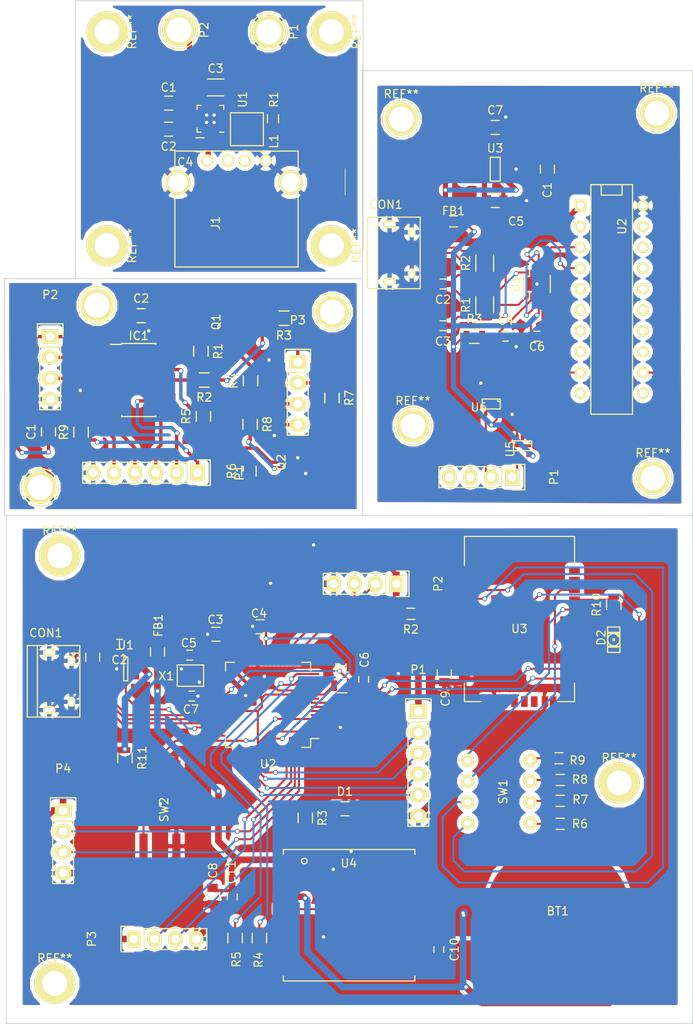
<source format=kicad_pcb>
(kicad_pcb (version 4) (host pcbnew "(2015-07-31 BZR 6030)-product")
  (layers (0 F.Cu signal) (31 B.Cu signal) (34 B.Paste user) (35 F.Paste user) (36 B.SilkS user) (37 F.SilkS user) (38 B.Mask user) (39 F.Mask user) (44 Edge.Cuts user))
  (net 0 "")
  (net 1 +5V)
  (net 2 GND)
  (net 3 "Net-(IC1-Pad2)")
  (net 4 "Net-(IC1-Pad3)")
  (net 5 "Net-(IC1-Pad4)")
  (net 6 "Net-(IC1-Pad5)")
  (net 7 "Net-(IC1-Pad6)")
  (net 8 "Net-(IC1-Pad7)")
  (net 9 "Net-(IC1-Pad8)")
  (net 10 "Net-(IC1-Pad9)")
  (net 11 /LED3)
  (net 12 /LED2)
  (net 13 /LED1)
  (net 14 /LED0)
  (net 15 /OUT0)
  (net 16 /OUT1)
  (net 17 /OUT2)
  (net 18 /OUT3)
  (net 19 "Net-(Q1-Pad2)")
  (net 20 "Net-(Q1-Pad3)")
  (net 21 "Net-(Q1-Pad5)")
  (net 22 "Net-(Q1-Pad6)")
  (net 23 "Net-(Q2-Pad2)")
  (net 24 "Net-(Q2-Pad3)")
  (net 25 "Net-(Q2-Pad5)")
  (net 26 "Net-(Q2-Pad6)")
  (net 27 "Net-(BT1-Pad1)")
  (net 28 "Net-(C1-Pad1)")
  (net 29 "Net-(C2-Pad1)")
  (net 30 "Net-(C4-Pad1)")
  (net 31 "Net-(C5-Pad1)")
  (net 32 "Net-(C6-Pad1)")
  (net 33 "Net-(C7-Pad1)")
  (net 34 "Net-(C11-Pad1)")
  (net 35 "Net-(CON1-Pad2)")
  (net 36 "Net-(CON1-Pad3)")
  (net 37 "Net-(CON1-Pad4)")
  (net 38 "Net-(D1-Pad1)")
  (net 39 "Net-(D2-Pad2)")
  (net 40 "Net-(P1-Pad2)")
  (net 41 "Net-(P1-Pad3)")
  (net 42 "Net-(P1-Pad4)")
  (net 43 "Net-(P1-Pad5)")
  (net 44 "Net-(P2-Pad2)")
  (net 45 "Net-(P2-Pad3)")
  (net 46 "Net-(P3-Pad2)")
  (net 47 "Net-(P3-Pad3)")
  (net 48 "Net-(P4-Pad2)")
  (net 49 "Net-(P4-Pad3)")
  (net 50 "Net-(R2-Pad1)")
  (net 51 "Net-(R3-Pad2)")
  (net 52 "Net-(R4-Pad1)")
  (net 53 "Net-(R4-Pad2)")
  (net 54 "Net-(R5-Pad1)")
  (net 55 "Net-(R5-Pad2)")
  (net 56 "Net-(R6-Pad2)")
  (net 57 "Net-(R7-Pad2)")
  (net 58 "Net-(R8-Pad2)")
  (net 59 "Net-(R9-Pad2)")
  (net 60 "Net-(R10-Pad2)")
  (net 61 "Net-(R11-Pad2)")
  (net 62 "Net-(SW1-Pad4)")
  (net 63 "Net-(SW1-Pad3)")
  (net 64 "Net-(SW1-Pad2)")
  (net 65 "Net-(SW1-Pad1)")
  (net 66 "Net-(U1-Pad4)")
  (net 67 "Net-(U2-Pad1)")
  (net 68 "Net-(U2-Pad4)")
  (net 69 "Net-(U2-Pad6)")
  (net 70 "Net-(U2-Pad7)")
  (net 71 "Net-(U2-Pad8)")
  (net 72 "Net-(U2-Pad9)")
  (net 73 "Net-(U2-Pad10)")
  (net 74 "Net-(U2-Pad13)")
  (net 75 "Net-(U2-Pad14)")
  (net 76 "Net-(U2-Pad19)")
  (net 77 "Net-(U2-Pad20)")
  (net 78 "Net-(U2-Pad21)")
  (net 79 "Net-(U2-Pad22)")
  (net 80 "Net-(U2-Pad23)")
  (net 81 "Net-(U2-Pad24)")
  (net 82 "Net-(U2-Pad28)")
  (net 83 "Net-(U2-Pad29)")
  (net 84 "Net-(U2-Pad30)")
  (net 85 "Net-(U2-Pad31)")
  (net 86 "Net-(U2-Pad33)")
  (net 87 "Net-(U2-Pad34)")
  (net 88 "Net-(U2-Pad36)")
  (net 89 "Net-(U2-Pad37)")
  (net 90 "Net-(U2-Pad47)")
  (net 91 "Net-(U2-Pad48)")
  (net 92 "Net-(U2-Pad53)")
  (net 93 "Net-(U2-Pad57)")
  (net 94 "Net-(U2-Pad58)")
  (net 95 "Net-(U2-Pad59)")
  (net 96 "Net-(U2-Pad60)")
  (net 97 "Net-(U3-Pad30)")
  (net 98 "Net-(U3-Pad31)")
  (net 99 "Net-(U3-Pad32)")
  (net 100 "Net-(U3-Pad33)")
  (net 101 "Net-(U3-Pad34)")
  (net 102 "Net-(U3-Pad16)")
  (net 103 "Net-(U3-Pad17)")
  (net 104 "Net-(U3-Pad18)")
  (net 105 "Net-(U3-Pad19)")
  (net 106 "Net-(U3-Pad23)")
  (net 107 "Net-(U3-Pad24)")
  (net 108 "Net-(U3-Pad2)")
  (net 109 "Net-(U3-Pad6)")
  (net 110 "Net-(U3-Pad7)")
  (net 111 "Net-(U3-Pad8)")
  (net 112 "Net-(U3-Pad9)")
  (net 113 "Net-(U3-Pad10)")
  (net 114 "Net-(U3-Pad35)")
  (net 115 "Net-(U4-Pad18)")
  (net 116 "Net-(U4-Pad13)")
  (net 117 "Net-(U4-Pad15)")
  (net 118 "Net-(U4-Pad14)")
  (net 119 "Net-(U4-Pad16)")
  (net 120 "Net-(U4-Pad11)")
  (net 121 "Net-(U4-Pad17)")
  (net 122 "Net-(U4-Pad20)")
  (net 123 "Net-(U4-Pad2)")
  (net 124 "Net-(U4-Pad7)")
  (net 125 "Net-(U4-Pad6)")
  (net 126 "Net-(C3-Pad1)")
  (net 127 "Net-(P1-Pad1)")
  (net 128 "Net-(U1-Pad3)")
  (net 129 "Net-(U1-Pad7)")
  (net 130 "Net-(U1-Pad10)")
  (net 131 "Net-(U2-Pad12)")
  (net 132 "Net-(J1-Pad3)")
  (net 133 "Net-(J1-Pad2)")
  (net 134 "Net-(L1-Pad1)")
  (net 135 "Net-(R1-Pad2)")
  (module Connect:1pin (layer F.Cu) (at 143.002 106.2228)
    (fp_text reference REF** hide)
    (fp_text value 1pin)
    (pad 1 thru_hole circle (at 0 0) (size 4 4) (drill 3) (layers *.Cu *.Mask F.SilkS) (net 2 GND))
  )
  (module Connect:1pin (layer F.Cu) (at 178.562 84.8868)
    (fp_text reference REF** hide)
    (fp_text value 1pin)
    (pad 1 thru_hole circle (at 0 0) (size 4 4) (drill 3) (layers *.Cu *.Mask F.SilkS))
  )
  (module Capacitors_SMD:C_0805 (layer F.Cu) (at 144.018 99.4664 90)
    (fp_text reference C1 (at 0 -2.1 90) (layer F.SilkS))
    (fp_text value 10u)
    (pad 1 smd rect (at -1 0 90) (size 1 1.25) (layers F.Cu F.Paste F.Mask) (net 1 +5V))
    (pad 2 smd rect (at 1 0 90) (size 1 1.25) (layers F.Cu F.Paste F.Mask) (net 2 GND))
  )
  (module Capacitors_SMD:C_0805 (layer F.Cu) (at 155.2956 85.344)
    (fp_text reference C2 (at 0 -2.1) (layer F.SilkS))
    (fp_text value 0.1u)
    (pad 1 smd rect (at -1 0) (size 1 1.25) (layers F.Cu F.Paste F.Mask) (net 1 +5V))
    (pad 2 smd rect (at 1 0) (size 1 1.25) (layers F.Cu F.Paste F.Mask) (net 2 GND))
  )
  (module Housings_SOIC:SOIC-14_3.9x8.7mm_Pitch1.27mm (layer F.Cu) (at 154.9908 93.1672)
    (fp_text reference IC1 (at 0 -5.375) (layer F.SilkS))
    (fp_text value ATTINY24-SS)
    (pad 1 smd rect (at -2.7 -3.81) (size 1.5 0.6) (layers F.Cu F.Paste F.Mask) (net 1 +5V))
    (pad 2 smd rect (at -2.7 -2.54) (size 1.5 0.6) (layers F.Cu F.Paste F.Mask) (net 3 "Net-(IC1-Pad2)"))
    (pad 3 smd rect (at -2.7 -1.27) (size 1.5 0.6) (layers F.Cu F.Paste F.Mask) (net 4 "Net-(IC1-Pad3)"))
    (pad 4 smd rect (at -2.7 0) (size 1.5 0.6) (layers F.Cu F.Paste F.Mask) (net 5 "Net-(IC1-Pad4)"))
    (pad 5 smd rect (at -2.7 1.27) (size 1.5 0.6) (layers F.Cu F.Paste F.Mask) (net 6 "Net-(IC1-Pad5)"))
    (pad 6 smd rect (at -2.7 2.54) (size 1.5 0.6) (layers F.Cu F.Paste F.Mask) (net 7 "Net-(IC1-Pad6)"))
    (pad 7 smd rect (at -2.7 3.81) (size 1.5 0.6) (layers F.Cu F.Paste F.Mask) (net 8 "Net-(IC1-Pad7)"))
    (pad 8 smd rect (at 2.7 3.81) (size 1.5 0.6) (layers F.Cu F.Paste F.Mask) (net 9 "Net-(IC1-Pad8)"))
    (pad 9 smd rect (at 2.7 2.54) (size 1.5 0.6) (layers F.Cu F.Paste F.Mask) (net 10 "Net-(IC1-Pad9)"))
    (pad 10 smd rect (at 2.7 1.27) (size 1.5 0.6) (layers F.Cu F.Paste F.Mask) (net 11 /LED3))
    (pad 11 smd rect (at 2.7 0) (size 1.5 0.6) (layers F.Cu F.Paste F.Mask) (net 12 /LED2))
    (pad 12 smd rect (at 2.7 -1.27) (size 1.5 0.6) (layers F.Cu F.Paste F.Mask) (net 13 /LED1))
    (pad 13 smd rect (at 2.7 -2.54) (size 1.5 0.6) (layers F.Cu F.Paste F.Mask) (net 14 /LED0))
    (pad 14 smd rect (at 2.7 -3.81) (size 1.5 0.6) (layers F.Cu F.Paste F.Mask) (net 2 GND))
  )
  (module Pin_Headers:Pin_Header_Straight_1x06 (layer F.Cu) (at 162.1536 104.4448 270)
    (fp_text reference P1 (at 0 -5.1 270) (layer F.SilkS))
    (fp_text value PROG_PINS)
    (pad 1 thru_hole rect (at 0 0 270) (size 2.032 1.7272) (drill 1.016) (layers *.Cu *.Mask F.SilkS) (net 1 +5V))
    (pad 2 thru_hole oval (at 0 2.54 270) (size 2.032 1.7272) (drill 1.016) (layers *.Cu *.Mask F.SilkS) (net 10 "Net-(IC1-Pad9)"))
    (pad 3 thru_hole oval (at 0 5.08 270) (size 2.032 1.7272) (drill 1.016) (layers *.Cu *.Mask F.SilkS) (net 9 "Net-(IC1-Pad8)"))
    (pad 4 thru_hole oval (at 0 7.62 270) (size 2.032 1.7272) (drill 1.016) (layers *.Cu *.Mask F.SilkS) (net 8 "Net-(IC1-Pad7)"))
    (pad 5 thru_hole oval (at 0 10.16 270) (size 2.032 1.7272) (drill 1.016) (layers *.Cu *.Mask F.SilkS) (net 5 "Net-(IC1-Pad4)"))
    (pad 6 thru_hole oval (at 0 12.7 270) (size 2.032 1.7272) (drill 1.016) (layers *.Cu *.Mask F.SilkS) (net 2 GND))
  )
  (module Pin_Headers:Pin_Header_Straight_1x04 (layer F.Cu) (at 144.2212 87.884)
    (fp_text reference P2 (at 0 -5.1) (layer F.SilkS))
    (fp_text value GPIO)
    (pad 1 thru_hole rect (at 0 0) (size 2.032 1.7272) (drill 1.016) (layers *.Cu *.Mask F.SilkS) (net 1 +5V))
    (pad 2 thru_hole oval (at 0 2.54) (size 2.032 1.7272) (drill 1.016) (layers *.Cu *.Mask F.SilkS) (net 3 "Net-(IC1-Pad2)"))
    (pad 3 thru_hole oval (at 0 5.08) (size 2.032 1.7272) (drill 1.016) (layers *.Cu *.Mask F.SilkS) (net 4 "Net-(IC1-Pad3)"))
    (pad 4 thru_hole oval (at 0 7.62) (size 2.032 1.7272) (drill 1.016) (layers *.Cu *.Mask F.SilkS) (net 2 GND))
  )
  (module Pin_Headers:Pin_Header_Straight_1x04 (layer F.Cu) (at 174.3456 90.9828)
    (fp_text reference P3 (at 0 -5.1) (layer F.SilkS))
    (fp_text value OUT)
    (pad 1 thru_hole rect (at 0 0) (size 2.032 1.7272) (drill 1.016) (layers *.Cu *.Mask F.SilkS) (net 15 /OUT0))
    (pad 2 thru_hole oval (at 0 2.54) (size 2.032 1.7272) (drill 1.016) (layers *.Cu *.Mask F.SilkS) (net 16 /OUT1))
    (pad 3 thru_hole oval (at 0 5.08) (size 2.032 1.7272) (drill 1.016) (layers *.Cu *.Mask F.SilkS) (net 17 /OUT2))
    (pad 4 thru_hole oval (at 0 7.62) (size 2.032 1.7272) (drill 1.016) (layers *.Cu *.Mask F.SilkS) (net 18 /OUT3))
  )
  (module custom_footprints:SOT-363 (layer F.Cu) (at 166.4208 86.106 270)
    (fp_text reference Q1 (at 0 2 270) (layer F.SilkS))
    (fp_text value BC847S)
    (pad 1 smd rect (at -0.65 0.95 270) (size 0.4 0.8) (layers F.Cu F.Paste F.Mask) (net 2 GND))
    (pad 2 smd rect (at 0 0.95 270) (size 0.4 0.8) (layers F.Cu F.Paste F.Mask) (net 19 "Net-(Q1-Pad2)"))
    (pad 3 smd rect (at 0.65 0.95 270) (size 0.4 0.8) (layers F.Cu F.Paste F.Mask) (net 20 "Net-(Q1-Pad3)"))
    (pad 4 smd rect (at 0.65 -0.95 270) (size 0.4 0.8) (layers F.Cu F.Paste F.Mask) (net 2 GND))
    (pad 5 smd rect (at 0 -0.95 270) (size 0.4 0.8) (layers F.Cu F.Paste F.Mask) (net 21 "Net-(Q1-Pad5)"))
    (pad 6 smd rect (at -0.65 -0.95 270) (size 0.4 0.8) (layers F.Cu F.Paste F.Mask) (net 22 "Net-(Q1-Pad6)"))
  )
  (module custom_footprints:SOT-363 (layer F.Cu) (at 174.3456 103.1748 270)
    (fp_text reference Q2 (at 0 2 270) (layer F.SilkS))
    (fp_text value BC847S)
    (pad 1 smd rect (at -0.65 0.95 270) (size 0.4 0.8) (layers F.Cu F.Paste F.Mask) (net 2 GND))
    (pad 2 smd rect (at 0 0.95 270) (size 0.4 0.8) (layers F.Cu F.Paste F.Mask) (net 23 "Net-(Q2-Pad2)"))
    (pad 3 smd rect (at 0.65 0.95 270) (size 0.4 0.8) (layers F.Cu F.Paste F.Mask) (net 24 "Net-(Q2-Pad3)"))
    (pad 4 smd rect (at 0.65 -0.95 270) (size 0.4 0.8) (layers F.Cu F.Paste F.Mask) (net 2 GND))
    (pad 5 smd rect (at 0 -0.95 270) (size 0.4 0.8) (layers F.Cu F.Paste F.Mask) (net 25 "Net-(Q2-Pad5)"))
    (pad 6 smd rect (at -0.65 -0.95 270) (size 0.4 0.8) (layers F.Cu F.Paste F.Mask) (net 26 "Net-(Q2-Pad6)"))
  )
  (module Resistors_SMD:R_0805 (layer F.Cu) (at 162.56 89.662 270)
    (fp_text reference R1 (at 0 -2.1 270) (layer F.SilkS))
    (fp_text value 0)
    (pad 1 smd rect (at -0.95 0 270) (size 0.7 1.3) (layers F.Cu F.Paste F.Mask) (net 19 "Net-(Q1-Pad2)"))
    (pad 2 smd rect (at 0.95 0 270) (size 0.7 1.3) (layers F.Cu F.Paste F.Mask) (net 14 /LED0))
  )
  (module Resistors_SMD:R_0805 (layer F.Cu) (at 162.9664 93.1672 180)
    (fp_text reference R2 (at 0 -2.1 180) (layer F.SilkS))
    (fp_text value 0)
    (pad 1 smd rect (at -0.95 0 180) (size 0.7 1.3) (layers F.Cu F.Paste F.Mask) (net 21 "Net-(Q1-Pad5)"))
    (pad 2 smd rect (at 0.95 0 180) (size 0.7 1.3) (layers F.Cu F.Paste F.Mask) (net 12 /LED2))
  )
  (module Resistors_SMD:R_0805 (layer F.Cu) (at 172.6692 85.6488 180)
    (fp_text reference R3 (at 0 -2.1 180) (layer F.SilkS))
    (fp_text value 90)
    (pad 1 smd rect (at -0.95 0 180) (size 0.7 1.3) (layers F.Cu F.Paste F.Mask) (net 15 /OUT0))
    (pad 2 smd rect (at 0.95 0 180) (size 0.7 1.3) (layers F.Cu F.Paste F.Mask) (net 22 "Net-(Q1-Pad6)"))
  )
  (module Resistors_SMD:R_0805 (layer F.Cu) (at 168.6052 93.2688 90)
    (fp_text reference R4 (at 0 -2.1 90) (layer F.SilkS))
    (fp_text value 90)
    (pad 1 smd rect (at -0.95 0 90) (size 0.7 1.3) (layers F.Cu F.Paste F.Mask) (net 17 /OUT2))
    (pad 2 smd rect (at 0.95 0 90) (size 0.7 1.3) (layers F.Cu F.Paste F.Mask) (net 20 "Net-(Q1-Pad3)"))
  )
  (module Resistors_SMD:R_0805 (layer F.Cu) (at 162.8648 97.5868 90)
    (fp_text reference R5 (at 0 -2.1 90) (layer F.SilkS))
    (fp_text value 0)
    (pad 1 smd rect (at -0.95 0 90) (size 0.7 1.3) (layers F.Cu F.Paste F.Mask) (net 23 "Net-(Q2-Pad2)"))
    (pad 2 smd rect (at 0.95 0 90) (size 0.7 1.3) (layers F.Cu F.Paste F.Mask) (net 13 /LED1))
  )
  (module Resistors_SMD:R_0805 (layer F.Cu) (at 168.402 104.2416 90)
    (fp_text reference R6 (at 0 -2.1 90) (layer F.SilkS))
    (fp_text value 0)
    (pad 1 smd rect (at -0.95 0 90) (size 0.7 1.3) (layers F.Cu F.Paste F.Mask) (net 25 "Net-(Q2-Pad5)"))
    (pad 2 smd rect (at 0.95 0 90) (size 0.7 1.3) (layers F.Cu F.Paste F.Mask) (net 11 /LED3))
  )
  (module Resistors_SMD:R_0805 (layer F.Cu) (at 178.5112 95.3516 270)
    (fp_text reference R7 (at 0 -2.1 270) (layer F.SilkS))
    (fp_text value 90)
    (pad 1 smd rect (at -0.95 0 270) (size 0.7 1.3) (layers F.Cu F.Paste F.Mask) (net 16 /OUT1))
    (pad 2 smd rect (at 0.95 0 270) (size 0.7 1.3) (layers F.Cu F.Paste F.Mask) (net 26 "Net-(Q2-Pad6)"))
  )
  (module Resistors_SMD:R_0805 (layer F.Cu) (at 168.5544 98.552 270)
    (fp_text reference R8 (at 0 -2.1 270) (layer F.SilkS))
    (fp_text value 90)
    (pad 1 smd rect (at -0.95 0 270) (size 0.7 1.3) (layers F.Cu F.Paste F.Mask) (net 18 /OUT3))
    (pad 2 smd rect (at 0.95 0 270) (size 0.7 1.3) (layers F.Cu F.Paste F.Mask) (net 24 "Net-(Q2-Pad3)"))
  )
  (module Resistors_SMD:R_0805 (layer F.Cu) (at 147.9804 99.5172 90)
    (fp_text reference R9 (at 0 -2.1 90) (layer F.SilkS))
    (fp_text value 33k)
    (pad 1 smd rect (at -0.95 0 90) (size 0.7 1.3) (layers F.Cu F.Paste F.Mask) (net 1 +5V))
    (pad 2 smd rect (at 0.95 0 90) (size 0.7 1.3) (layers F.Cu F.Paste F.Mask) (net 5 "Net-(IC1-Pad4)"))
  )
  (module Connect:1pin (layer F.Cu) (at 149.9108 84.074)
    (fp_text reference REF** hide)
    (fp_text value 1pin)
    (pad 1 thru_hole circle (at 0 0) (size 4 4) (drill 3) (layers *.Cu *.Mask F.SilkS))
  )
  (module Connect:1pin (layer F.Cu) (at 143.002 106.2228)
    (fp_text reference REF** hide)
    (fp_text value 1pin)
    (pad 1 thru_hole circle (at 0 0) (size 4 4) (drill 3) (layers *.Cu *.Mask F.SilkS) (net 2 GND))
  )
  (module Connect:1pin (layer F.Cu) (at 178.562 84.8868)
    (fp_text reference REF** hide)
    (fp_text value 1pin)
    (pad 1 thru_hole circle (at 0 0) (size 4 4) (drill 3) (layers *.Cu *.Mask F.SilkS))
  )
  (module Capacitors_SMD:C_0805 (layer F.Cu) (at 144.018 99.4664 90)
    (fp_text reference C1 (at 0 -2.1 90) (layer F.SilkS))
    (fp_text value 10u)
    (pad 1 smd rect (at -1 0 90) (size 1 1.25) (layers F.Cu F.Paste F.Mask) (net 1 +5V))
    (pad 2 smd rect (at 1 0 90) (size 1 1.25) (layers F.Cu F.Paste F.Mask) (net 2 GND))
  )
  (module Capacitors_SMD:C_0805 (layer F.Cu) (at 155.2956 85.344)
    (fp_text reference C2 (at 0 -2.1) (layer F.SilkS))
    (fp_text value 0.1u)
    (pad 1 smd rect (at -1 0) (size 1 1.25) (layers F.Cu F.Paste F.Mask) (net 1 +5V))
    (pad 2 smd rect (at 1 0) (size 1 1.25) (layers F.Cu F.Paste F.Mask) (net 2 GND))
  )
  (module Housings_SOIC:SOIC-14_3.9x8.7mm_Pitch1.27mm (layer F.Cu) (at 154.9908 93.1672)
    (fp_text reference IC1 (at 0 -5.375) (layer F.SilkS))
    (fp_text value ATTINY24-SS)
    (pad 1 smd rect (at -2.7 -3.81) (size 1.5 0.6) (layers F.Cu F.Paste F.Mask) (net 1 +5V))
    (pad 2 smd rect (at -2.7 -2.54) (size 1.5 0.6) (layers F.Cu F.Paste F.Mask) (net 3 "Net-(IC1-Pad2)"))
    (pad 3 smd rect (at -2.7 -1.27) (size 1.5 0.6) (layers F.Cu F.Paste F.Mask) (net 4 "Net-(IC1-Pad3)"))
    (pad 4 smd rect (at -2.7 0) (size 1.5 0.6) (layers F.Cu F.Paste F.Mask) (net 5 "Net-(IC1-Pad4)"))
    (pad 5 smd rect (at -2.7 1.27) (size 1.5 0.6) (layers F.Cu F.Paste F.Mask) (net 6 "Net-(IC1-Pad5)"))
    (pad 6 smd rect (at -2.7 2.54) (size 1.5 0.6) (layers F.Cu F.Paste F.Mask) (net 7 "Net-(IC1-Pad6)"))
    (pad 7 smd rect (at -2.7 3.81) (size 1.5 0.6) (layers F.Cu F.Paste F.Mask) (net 8 "Net-(IC1-Pad7)"))
    (pad 8 smd rect (at 2.7 3.81) (size 1.5 0.6) (layers F.Cu F.Paste F.Mask) (net 9 "Net-(IC1-Pad8)"))
    (pad 9 smd rect (at 2.7 2.54) (size 1.5 0.6) (layers F.Cu F.Paste F.Mask) (net 10 "Net-(IC1-Pad9)"))
    (pad 10 smd rect (at 2.7 1.27) (size 1.5 0.6) (layers F.Cu F.Paste F.Mask) (net 11 /LED3))
    (pad 11 smd rect (at 2.7 0) (size 1.5 0.6) (layers F.Cu F.Paste F.Mask) (net 12 /LED2))
    (pad 12 smd rect (at 2.7 -1.27) (size 1.5 0.6) (layers F.Cu F.Paste F.Mask) (net 13 /LED1))
    (pad 13 smd rect (at 2.7 -2.54) (size 1.5 0.6) (layers F.Cu F.Paste F.Mask) (net 14 /LED0))
    (pad 14 smd rect (at 2.7 -3.81) (size 1.5 0.6) (layers F.Cu F.Paste F.Mask) (net 2 GND))
  )
  (module Pin_Headers:Pin_Header_Straight_1x06 (layer F.Cu) (at 162.1536 104.4448 270)
    (fp_text reference P1 (at 0 -5.1 270) (layer F.SilkS))
    (fp_text value PROG_PINS)
    (pad 1 thru_hole rect (at 0 0 270) (size 2.032 1.7272) (drill 1.016) (layers *.Cu *.Mask F.SilkS) (net 1 +5V))
    (pad 2 thru_hole oval (at 0 2.54 270) (size 2.032 1.7272) (drill 1.016) (layers *.Cu *.Mask F.SilkS) (net 10 "Net-(IC1-Pad9)"))
    (pad 3 thru_hole oval (at 0 5.08 270) (size 2.032 1.7272) (drill 1.016) (layers *.Cu *.Mask F.SilkS) (net 9 "Net-(IC1-Pad8)"))
    (pad 4 thru_hole oval (at 0 7.62 270) (size 2.032 1.7272) (drill 1.016) (layers *.Cu *.Mask F.SilkS) (net 8 "Net-(IC1-Pad7)"))
    (pad 5 thru_hole oval (at 0 10.16 270) (size 2.032 1.7272) (drill 1.016) (layers *.Cu *.Mask F.SilkS) (net 5 "Net-(IC1-Pad4)"))
    (pad 6 thru_hole oval (at 0 12.7 270) (size 2.032 1.7272) (drill 1.016) (layers *.Cu *.Mask F.SilkS) (net 2 GND))
  )
  (module Pin_Headers:Pin_Header_Straight_1x04 (layer F.Cu) (at 144.2212 87.884)
    (fp_text reference P2 (at 0 -5.1) (layer F.SilkS))
    (fp_text value GPIO)
    (pad 1 thru_hole rect (at 0 0) (size 2.032 1.7272) (drill 1.016) (layers *.Cu *.Mask F.SilkS) (net 1 +5V))
    (pad 2 thru_hole oval (at 0 2.54) (size 2.032 1.7272) (drill 1.016) (layers *.Cu *.Mask F.SilkS) (net 3 "Net-(IC1-Pad2)"))
    (pad 3 thru_hole oval (at 0 5.08) (size 2.032 1.7272) (drill 1.016) (layers *.Cu *.Mask F.SilkS) (net 4 "Net-(IC1-Pad3)"))
    (pad 4 thru_hole oval (at 0 7.62) (size 2.032 1.7272) (drill 1.016) (layers *.Cu *.Mask F.SilkS) (net 2 GND))
  )
  (module Pin_Headers:Pin_Header_Straight_1x04 (layer F.Cu) (at 174.3456 90.9828)
    (fp_text reference P3 (at 0 -5.1) (layer F.SilkS))
    (fp_text value OUT)
    (pad 1 thru_hole rect (at 0 0) (size 2.032 1.7272) (drill 1.016) (layers *.Cu *.Mask F.SilkS) (net 15 /OUT0))
    (pad 2 thru_hole oval (at 0 2.54) (size 2.032 1.7272) (drill 1.016) (layers *.Cu *.Mask F.SilkS) (net 16 /OUT1))
    (pad 3 thru_hole oval (at 0 5.08) (size 2.032 1.7272) (drill 1.016) (layers *.Cu *.Mask F.SilkS) (net 17 /OUT2))
    (pad 4 thru_hole oval (at 0 7.62) (size 2.032 1.7272) (drill 1.016) (layers *.Cu *.Mask F.SilkS) (net 18 /OUT3))
  )
  (module custom_footprints:SOT-363 (layer F.Cu) (at 166.4208 86.106 270)
    (fp_text reference Q1 (at 0 2 270) (layer F.SilkS))
    (fp_text value BC847S)
    (pad 1 smd rect (at -0.65 0.95 270) (size 0.4 0.8) (layers F.Cu F.Paste F.Mask) (net 2 GND))
    (pad 2 smd rect (at 0 0.95 270) (size 0.4 0.8) (layers F.Cu F.Paste F.Mask) (net 19 "Net-(Q1-Pad2)"))
    (pad 3 smd rect (at 0.65 0.95 270) (size 0.4 0.8) (layers F.Cu F.Paste F.Mask) (net 20 "Net-(Q1-Pad3)"))
    (pad 4 smd rect (at 0.65 -0.95 270) (size 0.4 0.8) (layers F.Cu F.Paste F.Mask) (net 2 GND))
    (pad 5 smd rect (at 0 -0.95 270) (size 0.4 0.8) (layers F.Cu F.Paste F.Mask) (net 21 "Net-(Q1-Pad5)"))
    (pad 6 smd rect (at -0.65 -0.95 270) (size 0.4 0.8) (layers F.Cu F.Paste F.Mask) (net 22 "Net-(Q1-Pad6)"))
  )
  (module custom_footprints:SOT-363 (layer F.Cu) (at 174.3456 103.1748 270)
    (fp_text reference Q2 (at 0 2 270) (layer F.SilkS))
    (fp_text value BC847S)
    (pad 1 smd rect (at -0.65 0.95 270) (size 0.4 0.8) (layers F.Cu F.Paste F.Mask) (net 2 GND))
    (pad 2 smd rect (at 0 0.95 270) (size 0.4 0.8) (layers F.Cu F.Paste F.Mask) (net 23 "Net-(Q2-Pad2)"))
    (pad 3 smd rect (at 0.65 0.95 270) (size 0.4 0.8) (layers F.Cu F.Paste F.Mask) (net 24 "Net-(Q2-Pad3)"))
    (pad 4 smd rect (at 0.65 -0.95 270) (size 0.4 0.8) (layers F.Cu F.Paste F.Mask) (net 2 GND))
    (pad 5 smd rect (at 0 -0.95 270) (size 0.4 0.8) (layers F.Cu F.Paste F.Mask) (net 25 "Net-(Q2-Pad5)"))
    (pad 6 smd rect (at -0.65 -0.95 270) (size 0.4 0.8) (layers F.Cu F.Paste F.Mask) (net 26 "Net-(Q2-Pad6)"))
  )
  (module Resistors_SMD:R_0805 (layer F.Cu) (at 162.56 89.662 270)
    (fp_text reference R1 (at 0 -2.1 270) (layer F.SilkS))
    (fp_text value 0)
    (pad 1 smd rect (at -0.95 0 270) (size 0.7 1.3) (layers F.Cu F.Paste F.Mask) (net 19 "Net-(Q1-Pad2)"))
    (pad 2 smd rect (at 0.95 0 270) (size 0.7 1.3) (layers F.Cu F.Paste F.Mask) (net 14 /LED0))
  )
  (module Resistors_SMD:R_0805 (layer F.Cu) (at 162.9664 93.1672 180)
    (fp_text reference R2 (at 0 -2.1 180) (layer F.SilkS))
    (fp_text value 0)
    (pad 1 smd rect (at -0.95 0 180) (size 0.7 1.3) (layers F.Cu F.Paste F.Mask) (net 21 "Net-(Q1-Pad5)"))
    (pad 2 smd rect (at 0.95 0 180) (size 0.7 1.3) (layers F.Cu F.Paste F.Mask) (net 12 /LED2))
  )
  (module Resistors_SMD:R_0805 (layer F.Cu) (at 172.6692 85.6488 180)
    (fp_text reference R3 (at 0 -2.1 180) (layer F.SilkS))
    (fp_text value 90)
    (pad 1 smd rect (at -0.95 0 180) (size 0.7 1.3) (layers F.Cu F.Paste F.Mask) (net 15 /OUT0))
    (pad 2 smd rect (at 0.95 0 180) (size 0.7 1.3) (layers F.Cu F.Paste F.Mask) (net 22 "Net-(Q1-Pad6)"))
  )
  (module Resistors_SMD:R_0805 (layer F.Cu) (at 168.6052 93.2688 90)
    (fp_text reference R4 (at 0 -2.1 90) (layer F.SilkS))
    (fp_text value 90)
    (pad 1 smd rect (at -0.95 0 90) (size 0.7 1.3) (layers F.Cu F.Paste F.Mask) (net 17 /OUT2))
    (pad 2 smd rect (at 0.95 0 90) (size 0.7 1.3) (layers F.Cu F.Paste F.Mask) (net 20 "Net-(Q1-Pad3)"))
  )
  (module Resistors_SMD:R_0805 (layer F.Cu) (at 162.8648 97.5868 90)
    (fp_text reference R5 (at 0 -2.1 90) (layer F.SilkS))
    (fp_text value 0)
    (pad 1 smd rect (at -0.95 0 90) (size 0.7 1.3) (layers F.Cu F.Paste F.Mask) (net 23 "Net-(Q2-Pad2)"))
    (pad 2 smd rect (at 0.95 0 90) (size 0.7 1.3) (layers F.Cu F.Paste F.Mask) (net 13 /LED1))
  )
  (module Resistors_SMD:R_0805 (layer F.Cu) (at 168.402 104.2416 90)
    (fp_text reference R6 (at 0 -2.1 90) (layer F.SilkS))
    (fp_text value 0)
    (pad 1 smd rect (at -0.95 0 90) (size 0.7 1.3) (layers F.Cu F.Paste F.Mask) (net 25 "Net-(Q2-Pad5)"))
    (pad 2 smd rect (at 0.95 0 90) (size 0.7 1.3) (layers F.Cu F.Paste F.Mask) (net 11 /LED3))
  )
  (module Resistors_SMD:R_0805 (layer F.Cu) (at 178.5112 95.3516 270)
    (fp_text reference R7 (at 0 -2.1 270) (layer F.SilkS))
    (fp_text value 90)
    (pad 1 smd rect (at -0.95 0 270) (size 0.7 1.3) (layers F.Cu F.Paste F.Mask) (net 16 /OUT1))
    (pad 2 smd rect (at 0.95 0 270) (size 0.7 1.3) (layers F.Cu F.Paste F.Mask) (net 26 "Net-(Q2-Pad6)"))
  )
  (module Resistors_SMD:R_0805 (layer F.Cu) (at 168.5544 98.552 270)
    (fp_text reference R8 (at 0 -2.1 270) (layer F.SilkS))
    (fp_text value 90)
    (pad 1 smd rect (at -0.95 0 270) (size 0.7 1.3) (layers F.Cu F.Paste F.Mask) (net 18 /OUT3))
    (pad 2 smd rect (at 0.95 0 270) (size 0.7 1.3) (layers F.Cu F.Paste F.Mask) (net 24 "Net-(Q2-Pad3)"))
  )
  (module Resistors_SMD:R_0805 (layer F.Cu) (at 147.9804 99.5172 90)
    (fp_text reference R9 (at 0 -2.1 90) (layer F.SilkS))
    (fp_text value 33k)
    (pad 1 smd rect (at -0.95 0 90) (size 0.7 1.3) (layers F.Cu F.Paste F.Mask) (net 1 +5V))
    (pad 2 smd rect (at 0.95 0 90) (size 0.7 1.3) (layers F.Cu F.Paste F.Mask) (net 5 "Net-(IC1-Pad4)"))
  )
  (module Connect:1pin (layer F.Cu) (at 149.9108 84.074)
    (fp_text reference REF** hide)
    (fp_text value 1pin)
    (pad 1 thru_hole circle (at 0 0) (size 4 4) (drill 3) (layers *.Cu *.Mask F.SilkS))
  )
  (module Connect:1pin (layer F.Cu) (at 213.4616 142.1892)
    (fp_text reference REF** (at 0 -3.048) (layer F.SilkS))
    (fp_text value 1pin)
    (pad 1 thru_hole circle (at 0 0) (size 5 5) (drill 3) (layers *.Cu *.Mask F.SilkS))
  )
  (module Connect:1pin (layer F.Cu) (at 144.78 166.5732)
    (fp_text reference REF** (at 0 -3.048) (layer F.SilkS))
    (fp_text value 1pin)
    (pad 1 thru_hole circle (at 0 0) (size 5 5) (drill 3) (layers *.Cu *.Mask F.SilkS))
  )
  (module custom_footprints:BAT-HLD-001 (layer F.Cu) (at 205.994 158.2928 180)
    (fp_text reference BT1 (at 0 0.5 180) (layer F.SilkS))
    (fp_text value "3.7 Li-ion")
    (pad 1 smd rect (at -11.34 0 180) (size 2.5 5.1) (layers F.Cu F.Paste F.Mask) (net 27 "Net-(BT1-Pad1)"))
    (pad 2 smd circle (at 0 0 180) (size 17.8 17.8) (layers F.Cu F.Paste F.Mask) (net 2 GND))
    (pad 1 smd rect (at 11.45 0 180) (size 2.5 5.1) (layers F.Cu F.Paste F.Mask) (net 27 "Net-(BT1-Pad1)"))
  )
  (module Capacitors_SMD:C_0805 (layer F.Cu) (at 149.4028 126.8984 90)
    (fp_text reference C1 (at 0 -2.1 90) (layer F.SilkS))
    (fp_text value 10u)
    (pad 1 smd rect (at -1 0 90) (size 1 1.25) (layers F.Cu F.Paste F.Mask) (net 28 "Net-(C1-Pad1)"))
    (pad 2 smd rect (at 1 0 90) (size 1 1.25) (layers F.Cu F.Paste F.Mask) (net 2 GND))
  )
  (module Capacitors_SMD:C_0603 (layer F.Cu) (at 152.654 125.3236 180)
    (fp_text reference C2 (at 0 -1.9 180) (layer F.SilkS))
    (fp_text value 4.7u)
    (pad 1 smd rect (at -0.75 0 180) (size 0.8 0.75) (layers F.Cu F.Paste F.Mask) (net 29 "Net-(C2-Pad1)"))
    (pad 2 smd rect (at 0.75 0 180) (size 0.8 0.75) (layers F.Cu F.Paste F.Mask) (net 2 GND))
  )
  (module Capacitors_SMD:C_0805 (layer F.Cu) (at 164.3888 124.1044 180)
    (fp_text reference C3 (at 0.0508 1.778 180) (layer F.SilkS))
    (fp_text value 0.1u)
    (pad 1 smd rect (at -1 0 180) (size 1 1.25) (layers F.Cu F.Paste F.Mask) (net 29 "Net-(C2-Pad1)"))
    (pad 2 smd rect (at 1 0 180) (size 1 1.25) (layers F.Cu F.Paste F.Mask) (net 2 GND))
  )
  (module Capacitors_SMD:C_0805 (layer F.Cu) (at 169.7736 123.19 180)
    (fp_text reference C4 (at 0.1524 1.6256 180) (layer F.SilkS))
    (fp_text value 2.5u)
    (pad 1 smd rect (at -1 0 180) (size 1 1.25) (layers F.Cu F.Paste F.Mask) (net 30 "Net-(C4-Pad1)"))
    (pad 2 smd rect (at 1 0 180) (size 1 1.25) (layers F.Cu F.Paste F.Mask) (net 2 GND))
  )
  (module Capacitors_SMD:C_0603 (layer F.Cu) (at 161.1884 126.6444 180)
    (fp_text reference C5 (at 0.1016 1.4732 180) (layer F.SilkS))
    (fp_text value 9.0p)
    (pad 1 smd rect (at -0.75 0 180) (size 0.8 0.75) (layers F.Cu F.Paste F.Mask) (net 31 "Net-(C5-Pad1)"))
    (pad 2 smd rect (at 0.75 0 180) (size 0.8 0.75) (layers F.Cu F.Paste F.Mask) (net 2 GND))
  )
  (module Capacitors_SMD:C_0603 (layer F.Cu) (at 182.372 129.5908 90)
    (fp_text reference C6 (at 2.3876 0.1016 90) (layer F.SilkS))
    (fp_text value 2.3u)
    (pad 1 smd rect (at -0.75 0 90) (size 0.8 0.75) (layers F.Cu F.Paste F.Mask) (net 32 "Net-(C6-Pad1)"))
    (pad 2 smd rect (at 0.75 0 90) (size 0.8 0.75) (layers F.Cu F.Paste F.Mask) (net 2 GND))
  )
  (module Capacitors_SMD:C_0603 (layer F.Cu) (at 161.4424 131.6228)
    (fp_text reference C7 (at -0.1016 1.6256) (layer F.SilkS))
    (fp_text value 9.0p)
    (pad 1 smd rect (at -0.75 0) (size 0.8 0.75) (layers F.Cu F.Paste F.Mask) (net 33 "Net-(C7-Pad1)"))
    (pad 2 smd rect (at 0.75 0) (size 0.8 0.75) (layers F.Cu F.Paste F.Mask) (net 2 GND))
  )
  (module Capacitors_SMD:C_0805 (layer F.Cu) (at 163.9824 155.956 270)
    (fp_text reference C8 (at -3.0988 -0.0508 270) (layer F.SilkS))
    (fp_text value 1.0u)
    (pad 1 smd rect (at -1 0 270) (size 1 1.25) (layers F.Cu F.Paste F.Mask) (net 34 "Net-(C11-Pad1)"))
    (pad 2 smd rect (at 1 0 270) (size 1 1.25) (layers F.Cu F.Paste F.Mask) (net 2 GND))
  )
  (module Capacitors_SMD:C_0805 (layer F.Cu) (at 192.1764 128.9304 270)
    (fp_text reference C9 (at 2.9972 -0.1524 270) (layer F.SilkS))
    (fp_text value 0.1u)
    (pad 1 smd rect (at -1 0 270) (size 1 1.25) (layers F.Cu F.Paste F.Mask) (net 29 "Net-(C2-Pad1)"))
    (pad 2 smd rect (at 1 0 270) (size 1 1.25) (layers F.Cu F.Paste F.Mask) (net 2 GND))
  )
  (module Capacitors_SMD:C_0603 (layer F.Cu) (at 191.516 162.4584 270)
    (fp_text reference C10 (at 0 -1.9 270) (layer F.SilkS))
    (fp_text value 1u)
    (pad 1 smd rect (at -0.75 0 270) (size 0.8 0.75) (layers F.Cu F.Paste F.Mask) (net 27 "Net-(BT1-Pad1)"))
    (pad 2 smd rect (at 0.75 0 270) (size 0.8 0.75) (layers F.Cu F.Paste F.Mask) (net 2 GND))
  )
  (module Capacitors_SMD:C_0603 (layer F.Cu) (at 166.37 156.0576 270)
    (fp_text reference C11 (at -2.9972 0.1016 270) (layer F.SilkS))
    (fp_text value 0.01u)
    (pad 1 smd rect (at -0.75 0 270) (size 0.8 0.75) (layers F.Cu F.Paste F.Mask) (net 34 "Net-(C11-Pad1)"))
    (pad 2 smd rect (at 0.75 0 270) (size 0.8 0.75) (layers F.Cu F.Paste F.Mask) (net 2 GND))
  )
  (module Connect:USB_Micro-B (layer F.Cu) (at 146.812 128.524)
    (fp_text reference CON1 (at -3.125 -4.575) (layer F.SilkS))
    (fp_text value USB-MICRO-B)
    (pad 1 smd rect (at 0 0) (size 1.35 0.4) (layers F.Cu F.Paste F.Mask) (net 28 "Net-(C1-Pad1)"))
    (pad 2 smd rect (at 0 0.65) (size 1.35 0.4) (layers F.Cu F.Paste F.Mask) (net 35 "Net-(CON1-Pad2)"))
    (pad 3 smd rect (at 0 1.3) (size 1.35 0.4) (layers F.Cu F.Paste F.Mask) (net 36 "Net-(CON1-Pad3)"))
    (pad 4 smd rect (at 0 1.95) (size 1.35 0.4) (layers F.Cu F.Paste F.Mask) (net 37 "Net-(CON1-Pad4)"))
    (pad 5 smd rect (at 0 2.6) (size 1.35 0.4) (layers F.Cu F.Paste F.Mask) (net 2 GND))
    (pad 6 thru_hole oval (at 0 -1.2) (size 0.95 1.25) (drill oval 0.55 0.85) (layers *.Cu *.Mask F.SilkS) (net 2 GND))
    (pad 7 thru_hole oval (at 0 3.8) (size 0.95 1.25) (drill oval 0.55 0.85) (layers *.Cu *.Mask F.SilkS) (net 2 GND))
    (pad 8 thru_hole oval (at -2.7 -2.2) (size 1.55 1) (drill oval 1.15 0.5) (layers *.Cu *.Mask F.SilkS) (net 2 GND))
    (pad 9 thru_hole oval (at -2.7 4.8) (size 1.55 1) (drill oval 1.15 0.5) (layers *.Cu *.Mask F.SilkS) (net 2 GND))
  )
  (module Capacitors_SMD:C_0805 (layer F.Cu) (at 180.086 145.3388)
    (fp_text reference D1 (at 0 -2.1) (layer F.SilkS))
    (fp_text value Led_Small)
    (pad 1 smd rect (at -1 0) (size 1 1.25) (layers F.Cu F.Paste F.Mask) (net 38 "Net-(D1-Pad1)"))
    (pad 2 smd rect (at 1 0) (size 1 1.25) (layers F.Cu F.Paste F.Mask) (net 2 GND))
  )
  (module LEDs:LED-1206 (layer F.Cu) (at 212.8012 124.7648 90)
    (fp_text reference D2 (at 0.254 -1.524 90) (layer F.SilkS))
    (fp_text value GREEN)
    (pad 1 smd rect (at -1.41986 0 90) (size 1.59766 1.80086) (layers F.Cu F.Paste F.Mask) (net 29 "Net-(C2-Pad1)"))
    (pad 2 smd rect (at 1.41986 0 90) (size 1.59766 1.80086) (layers F.Cu F.Paste F.Mask) (net 39 "Net-(D2-Pad2)"))
  )
  (module Capacitors_SMD:C_0805 (layer F.Cu) (at 157.2768 126.238 270)
    (fp_text reference FB1 (at -3.2004 -0.1016 270) (layer F.SilkS))
    (fp_text value FERRITEBEAD)
    (pad 1 smd rect (at -1 0 270) (size 1 1.25) (layers F.Cu F.Paste F.Mask) (net 29 "Net-(C2-Pad1)"))
    (pad 2 smd rect (at 1 0 270) (size 1 1.25) (layers F.Cu F.Paste F.Mask) (net 34 "Net-(C11-Pad1)"))
  )
  (module Pin_Headers:Pin_Header_Straight_1x06 (layer F.Cu) (at 189.0268 133.5024)
    (fp_text reference P1 (at 0 -5.1) (layer F.SilkS))
    (fp_text value JTAG_PROG)
    (pad 1 thru_hole rect (at 0 0) (size 2.032 1.7272) (drill 1.016) (layers *.Cu *.Mask F.SilkS) (net 29 "Net-(C2-Pad1)"))
    (pad 2 thru_hole oval (at 0 2.54) (size 2.032 1.7272) (drill 1.016) (layers *.Cu *.Mask F.SilkS) (net 40 "Net-(P1-Pad2)"))
    (pad 3 thru_hole oval (at 0 5.08) (size 2.032 1.7272) (drill 1.016) (layers *.Cu *.Mask F.SilkS) (net 41 "Net-(P1-Pad3)"))
    (pad 4 thru_hole oval (at 0 7.62) (size 2.032 1.7272) (drill 1.016) (layers *.Cu *.Mask F.SilkS) (net 42 "Net-(P1-Pad4)"))
    (pad 5 thru_hole oval (at 0 10.16) (size 2.032 1.7272) (drill 1.016) (layers *.Cu *.Mask F.SilkS) (net 43 "Net-(P1-Pad5)"))
    (pad 6 thru_hole oval (at 0 12.7) (size 2.032 1.7272) (drill 1.016) (layers *.Cu *.Mask F.SilkS) (net 2 GND))
  )
  (module Pin_Headers:Pin_Header_Straight_1x04 (layer F.Cu) (at 186.3344 117.9576 270)
    (fp_text reference P2 (at 0 -5.1 270) (layer F.SilkS))
    (fp_text value UART_PROG)
    (pad 1 thru_hole rect (at 0 0 270) (size 2.032 1.7272) (drill 1.016) (layers *.Cu *.Mask F.SilkS) (net 29 "Net-(C2-Pad1)"))
    (pad 2 thru_hole oval (at 0 2.54 270) (size 2.032 1.7272) (drill 1.016) (layers *.Cu *.Mask F.SilkS) (net 44 "Net-(P2-Pad2)"))
    (pad 3 thru_hole oval (at 0 5.08 270) (size 2.032 1.7272) (drill 1.016) (layers *.Cu *.Mask F.SilkS) (net 45 "Net-(P2-Pad3)"))
    (pad 4 thru_hole oval (at 0 7.62 270) (size 2.032 1.7272) (drill 1.016) (layers *.Cu *.Mask F.SilkS) (net 2 GND))
  )
  (module Pin_Headers:Pin_Header_Straight_1x04 (layer F.Cu) (at 154.3812 161.1884 90)
    (fp_text reference P3 (at 0 -5.1 90) (layer F.SilkS))
    (fp_text value ULTRA_FRONT)
    (pad 1 thru_hole rect (at 0 0 90) (size 2.032 1.7272) (drill 1.016) (layers *.Cu *.Mask F.SilkS) (net 29 "Net-(C2-Pad1)"))
    (pad 2 thru_hole oval (at 0 2.54 90) (size 2.032 1.7272) (drill 1.016) (layers *.Cu *.Mask F.SilkS) (net 46 "Net-(P3-Pad2)"))
    (pad 3 thru_hole oval (at 0 5.08 90) (size 2.032 1.7272) (drill 1.016) (layers *.Cu *.Mask F.SilkS) (net 47 "Net-(P3-Pad3)"))
    (pad 4 thru_hole oval (at 0 7.62 90) (size 2.032 1.7272) (drill 1.016) (layers *.Cu *.Mask F.SilkS) (net 2 GND))
  )
  (module Pin_Headers:Pin_Header_Straight_1x04 (layer F.Cu) (at 145.796 145.542)
    (fp_text reference P4 (at 0 -5.1) (layer F.SilkS))
    (fp_text value ULTRA_BACK)
    (pad 1 thru_hole rect (at 0 0) (size 2.032 1.7272) (drill 1.016) (layers *.Cu *.Mask F.SilkS) (net 29 "Net-(C2-Pad1)"))
    (pad 2 thru_hole oval (at 0 2.54) (size 2.032 1.7272) (drill 1.016) (layers *.Cu *.Mask F.SilkS) (net 48 "Net-(P4-Pad2)"))
    (pad 3 thru_hole oval (at 0 5.08) (size 2.032 1.7272) (drill 1.016) (layers *.Cu *.Mask F.SilkS) (net 49 "Net-(P4-Pad3)"))
    (pad 4 thru_hole oval (at 0 7.62) (size 2.032 1.7272) (drill 1.016) (layers *.Cu *.Mask F.SilkS) (net 2 GND))
  )
  (module Resistors_SMD:R_0805 (layer F.Cu) (at 179.7304 130.3528)
    (fp_text reference R1 (at 0 -2.1) (layer F.SilkS))
    (fp_text value 4k7)
    (pad 1 smd rect (at -0.95 0) (size 0.7 1.3) (layers F.Cu F.Paste F.Mask) (net 29 "Net-(C2-Pad1)"))
    (pad 2 smd rect (at 0.95 0) (size 0.7 1.3) (layers F.Cu F.Paste F.Mask) (net 32 "Net-(C6-Pad1)"))
  )
  (module Resistors_SMD:R_0603 (layer F.Cu) (at 188.1124 121.6152 180)
    (fp_text reference R2 (at 0 -1.9 180) (layer F.SilkS))
    (fp_text value 1K)
    (pad 1 smd rect (at -0.75 0 180) (size 0.5 0.9) (layers F.Cu F.Paste F.Mask) (net 50 "Net-(R2-Pad1)"))
    (pad 2 smd rect (at 0.75 0 180) (size 0.5 0.9) (layers F.Cu F.Paste F.Mask) (net 29 "Net-(C2-Pad1)"))
  )
  (module Resistors_SMD:R_0805 (layer F.Cu) (at 175.26 146.4564 270)
    (fp_text reference R3 (at 0 -2.1 270) (layer F.SilkS))
    (fp_text value 330)
    (pad 1 smd rect (at -0.95 0 270) (size 0.7 1.3) (layers F.Cu F.Paste F.Mask) (net 38 "Net-(D1-Pad1)"))
    (pad 2 smd rect (at 0.95 0 270) (size 0.7 1.3) (layers F.Cu F.Paste F.Mask) (net 51 "Net-(R3-Pad2)"))
  )
  (module Resistors_SMD:R_0805 (layer F.Cu) (at 169.672 161.0868 90)
    (fp_text reference R4 (at -2.6416 -0.1016 90) (layer F.SilkS))
    (fp_text value 330)
    (pad 1 smd rect (at -0.95 0 90) (size 0.7 1.3) (layers F.Cu F.Paste F.Mask) (net 52 "Net-(R4-Pad1)"))
    (pad 2 smd rect (at 0.95 0 90) (size 0.7 1.3) (layers F.Cu F.Paste F.Mask) (net 53 "Net-(R4-Pad2)"))
  )
  (module Resistors_SMD:R_0805 (layer F.Cu) (at 166.7256 161.0868 90)
    (fp_text reference R5 (at -2.5908 0.1524 90) (layer F.SilkS))
    (fp_text value 330)
    (pad 1 smd rect (at -0.95 0 90) (size 0.7 1.3) (layers F.Cu F.Paste F.Mask) (net 54 "Net-(R5-Pad1)"))
    (pad 2 smd rect (at 0.95 0 90) (size 0.7 1.3) (layers F.Cu F.Paste F.Mask) (net 55 "Net-(R5-Pad2)"))
  )
  (module Resistors_SMD:R_0603 (layer F.Cu) (at 206.2988 147.1676 180)
    (fp_text reference R6 (at -2.3876 0 180) (layer F.SilkS))
    (fp_text value 1k)
    (pad 1 smd rect (at -0.75 0 180) (size 0.5 0.9) (layers F.Cu F.Paste F.Mask) (net 29 "Net-(C2-Pad1)"))
    (pad 2 smd rect (at 0.75 0 180) (size 0.5 0.9) (layers F.Cu F.Paste F.Mask) (net 56 "Net-(R6-Pad2)"))
  )
  (module Resistors_SMD:R_0603 (layer F.Cu) (at 206.2988 144.3736 180)
    (fp_text reference R7 (at -2.4384 0.1524 180) (layer F.SilkS))
    (fp_text value 1k)
    (pad 1 smd rect (at -0.75 0 180) (size 0.5 0.9) (layers F.Cu F.Paste F.Mask) (net 29 "Net-(C2-Pad1)"))
    (pad 2 smd rect (at 0.75 0 180) (size 0.5 0.9) (layers F.Cu F.Paste F.Mask) (net 57 "Net-(R7-Pad2)"))
  )
  (module Resistors_SMD:R_0603 (layer F.Cu) (at 206.2988 141.8336 180)
    (fp_text reference R8 (at -2.3876 0.0508 180) (layer F.SilkS))
    (fp_text value 1k)
    (pad 1 smd rect (at -0.75 0 180) (size 0.5 0.9) (layers F.Cu F.Paste F.Mask) (net 29 "Net-(C2-Pad1)"))
    (pad 2 smd rect (at 0.75 0 180) (size 0.5 0.9) (layers F.Cu F.Paste F.Mask) (net 58 "Net-(R8-Pad2)"))
  )
  (module Resistors_SMD:R_0603 (layer F.Cu) (at 206.1464 139.192 180)
    (fp_text reference R9 (at -2.2352 -0.254 180) (layer F.SilkS))
    (fp_text value 1k)
    (pad 1 smd rect (at -0.75 0 180) (size 0.5 0.9) (layers F.Cu F.Paste F.Mask) (net 29 "Net-(C2-Pad1)"))
    (pad 2 smd rect (at 0.75 0 180) (size 0.5 0.9) (layers F.Cu F.Paste F.Mask) (net 59 "Net-(R9-Pad2)"))
  )
  (module Resistors_SMD:R_0805 (layer F.Cu) (at 212.8012 120.4976 90)
    (fp_text reference R10 (at 0 -2.1 90) (layer F.SilkS))
    (fp_text value 220)
    (pad 1 smd rect (at -0.95 0 90) (size 0.7 1.3) (layers F.Cu F.Paste F.Mask) (net 39 "Net-(D2-Pad2)"))
    (pad 2 smd rect (at 0.95 0 90) (size 0.7 1.3) (layers F.Cu F.Paste F.Mask) (net 60 "Net-(R10-Pad2)"))
  )
  (module Resistors_SMD:R_0805 (layer F.Cu) (at 153.3144 139.1412 270)
    (fp_text reference R11 (at 0 -2.1 270) (layer F.SilkS))
    (fp_text value 10k)
    (pad 1 smd rect (at -0.95 0 270) (size 0.7 1.3) (layers F.Cu F.Paste F.Mask) (net 29 "Net-(C2-Pad1)"))
    (pad 2 smd rect (at 0.95 0 270) (size 0.7 1.3) (layers F.Cu F.Paste F.Mask) (net 61 "Net-(R11-Pad2)"))
  )
  (module custom_footprints:SDA04H1BD (layer F.Cu) (at 198.8312 143.256 90)
    (fp_text reference SW1 (at 0 0.5 90) (layer F.SilkS))
    (fp_text value DIPS_04)
    (pad 5 thru_hole circle (at 3.81 3.8 90) (size 1.6 1.6) (drill 0.8) (layers *.Cu *.Mask F.SilkS) (net 59 "Net-(R9-Pad2)"))
    (pad 4 thru_hole circle (at 3.81 -3.8 90) (size 1.6 1.6) (drill 0.8) (layers *.Cu *.Mask F.SilkS) (net 62 "Net-(SW1-Pad4)"))
    (pad 6 thru_hole circle (at 1.27 3.8 90) (size 1.6 1.6) (drill 0.8) (layers *.Cu *.Mask F.SilkS) (net 58 "Net-(R8-Pad2)"))
    (pad 3 thru_hole circle (at 1.27 -3.8 90) (size 1.6 1.6) (drill 0.8) (layers *.Cu *.Mask F.SilkS) (net 63 "Net-(SW1-Pad3)"))
    (pad 7 thru_hole circle (at -1.27 3.8 90) (size 1.6 1.6) (drill 0.8) (layers *.Cu *.Mask F.SilkS) (net 57 "Net-(R7-Pad2)"))
    (pad 2 thru_hole circle (at -1.27 -3.8 90) (size 1.6 1.6) (drill 0.8) (layers *.Cu *.Mask F.SilkS) (net 64 "Net-(SW1-Pad2)"))
    (pad 8 thru_hole circle (at -3.81 3.8 90) (size 1.6 1.6) (drill 0.8) (layers *.Cu *.Mask F.SilkS) (net 56 "Net-(R6-Pad2)"))
    (pad 1 thru_hole circle (at -3.81 -3.8 90) (size 1.6 1.6) (drill 0.8) (layers *.Cu *.Mask F.SilkS) (net 65 "Net-(SW1-Pad1)"))
  )
  (module custom_footprints:1571634-1 (layer F.Cu) (at 157.5816 145.4404 90)
    (fp_text reference SW2 (at 0 0.5 90) (layer F.SilkS))
    (fp_text value SW_PUSH)
    (pad 2 smd rect (at 4.45 2 90) (size 3.1 1) (layers F.Cu F.Paste F.Mask) (net 2 GND))
    (pad 1 smd rect (at 4.45 -2 90) (size 3.1 1) (layers F.Cu F.Paste F.Mask) (net 61 "Net-(R11-Pad2)"))
    (pad 2 smd rect (at -4.45 2 90) (size 3.1 1) (layers F.Cu F.Paste F.Mask) (net 2 GND))
    (pad 1 smd rect (at -4.45 -2 90) (size 3.1 1) (layers F.Cu F.Paste F.Mask) (net 61 "Net-(R11-Pad2)"))
  )
  (module Housings_SOT-23_SOT-143_TSOT-6:SOT-23-5 (layer F.Cu) (at 153.416 128.3208)
    (fp_text reference U1 (at 0 -2.9) (layer F.SilkS))
    (fp_text value ADP151AUJZ-3.3-R7)
    (pad 1 smd rect (at -1.1 -0.95) (size 1.06 0.65) (layers F.Cu F.Paste F.Mask) (net 28 "Net-(C1-Pad1)"))
    (pad 2 smd rect (at -1.1 0) (size 1.06 0.65) (layers F.Cu F.Paste F.Mask) (net 2 GND))
    (pad 3 smd rect (at -1.1 0.95) (size 1.06 0.65) (layers F.Cu F.Paste F.Mask) (net 28 "Net-(C1-Pad1)"))
    (pad 4 smd rect (at 1.1 0.95) (size 1.06 0.65) (layers F.Cu F.Paste F.Mask) (net 66 "Net-(U1-Pad4)"))
    (pad 5 smd rect (at 1.1 -0.95) (size 1.06 0.65) (layers F.Cu F.Paste F.Mask) (net 29 "Net-(C2-Pad1)"))
  )
  (module Housings_QFP:LQFP-64_10x10mm_Pitch0.5mm (layer F.Cu) (at 170.7388 132.6896 180)
    (fp_text reference U2 (at 0 -7.2 180) (layer F.SilkS))
    (fp_text value TM4C123GH6PM)
    (pad 1 smd rect (at -5.7 -3.75 180) (size 1 0.25) (layers F.Cu F.Paste F.Mask) (net 67 "Net-(U2-Pad1)"))
    (pad 2 smd rect (at -5.7 -3.25 180) (size 1 0.25) (layers F.Cu F.Paste F.Mask) (net 29 "Net-(C2-Pad1)"))
    (pad 3 smd rect (at -5.7 -2.75 180) (size 1 0.25) (layers F.Cu F.Paste F.Mask) (net 2 GND))
    (pad 4 smd rect (at -5.7 -2.25 180) (size 1 0.25) (layers F.Cu F.Paste F.Mask) (net 68 "Net-(U2-Pad4)"))
    (pad 5 smd rect (at -5.7 -1.75 180) (size 1 0.25) (layers F.Cu F.Paste F.Mask) (net 61 "Net-(R11-Pad2)"))
    (pad 6 smd rect (at -5.7 -1.25 180) (size 1 0.25) (layers F.Cu F.Paste F.Mask) (net 69 "Net-(U2-Pad6)"))
    (pad 7 smd rect (at -5.7 -0.75 180) (size 1 0.25) (layers F.Cu F.Paste F.Mask) (net 70 "Net-(U2-Pad7)"))
    (pad 8 smd rect (at -5.7 -0.25 180) (size 1 0.25) (layers F.Cu F.Paste F.Mask) (net 71 "Net-(U2-Pad8)"))
    (pad 9 smd rect (at -5.7 0.25 180) (size 1 0.25) (layers F.Cu F.Paste F.Mask) (net 72 "Net-(U2-Pad9)"))
    (pad 10 smd rect (at -5.7 0.75 180) (size 1 0.25) (layers F.Cu F.Paste F.Mask) (net 73 "Net-(U2-Pad10)"))
    (pad 11 smd rect (at -5.7 1.25 180) (size 1 0.25) (layers F.Cu F.Paste F.Mask) (net 29 "Net-(C2-Pad1)"))
    (pad 12 smd rect (at -5.7 1.75 180) (size 1 0.25) (layers F.Cu F.Paste F.Mask) (net 2 GND))
    (pad 13 smd rect (at -5.7 2.25 180) (size 1 0.25) (layers F.Cu F.Paste F.Mask) (net 74 "Net-(U2-Pad13)"))
    (pad 14 smd rect (at -5.7 2.75 180) (size 1 0.25) (layers F.Cu F.Paste F.Mask) (net 75 "Net-(U2-Pad14)"))
    (pad 15 smd rect (at -5.7 3.25 180) (size 1 0.25) (layers F.Cu F.Paste F.Mask) (net 55 "Net-(R5-Pad2)"))
    (pad 16 smd rect (at -5.7 3.75 180) (size 1 0.25) (layers F.Cu F.Paste F.Mask) (net 53 "Net-(R4-Pad2)"))
    (pad 17 smd rect (at -3.75 5.7 270) (size 1 0.25) (layers F.Cu F.Paste F.Mask) (net 44 "Net-(P2-Pad2)"))
    (pad 18 smd rect (at -3.25 5.7 270) (size 1 0.25) (layers F.Cu F.Paste F.Mask) (net 45 "Net-(P2-Pad3)"))
    (pad 19 smd rect (at -2.75 5.7 270) (size 1 0.25) (layers F.Cu F.Paste F.Mask) (net 76 "Net-(U2-Pad19)"))
    (pad 20 smd rect (at -2.25 5.7 270) (size 1 0.25) (layers F.Cu F.Paste F.Mask) (net 77 "Net-(U2-Pad20)"))
    (pad 21 smd rect (at -1.75 5.7 270) (size 1 0.25) (layers F.Cu F.Paste F.Mask) (net 78 "Net-(U2-Pad21)"))
    (pad 22 smd rect (at -1.25 5.7 270) (size 1 0.25) (layers F.Cu F.Paste F.Mask) (net 79 "Net-(U2-Pad22)"))
    (pad 23 smd rect (at -0.75 5.7 270) (size 1 0.25) (layers F.Cu F.Paste F.Mask) (net 80 "Net-(U2-Pad23)"))
    (pad 24 smd rect (at -0.25 5.7 270) (size 1 0.25) (layers F.Cu F.Paste F.Mask) (net 81 "Net-(U2-Pad24)"))
    (pad 25 smd rect (at 0.25 5.7 270) (size 1 0.25) (layers F.Cu F.Paste F.Mask) (net 30 "Net-(C4-Pad1)"))
    (pad 26 smd rect (at 0.75 5.7 270) (size 1 0.25) (layers F.Cu F.Paste F.Mask) (net 29 "Net-(C2-Pad1)"))
    (pad 27 smd rect (at 1.25 5.7 270) (size 1 0.25) (layers F.Cu F.Paste F.Mask) (net 2 GND))
    (pad 28 smd rect (at 1.75 5.7 270) (size 1 0.25) (layers F.Cu F.Paste F.Mask) (net 82 "Net-(U2-Pad28)"))
    (pad 29 smd rect (at 2.25 5.7 270) (size 1 0.25) (layers F.Cu F.Paste F.Mask) (net 83 "Net-(U2-Pad29)"))
    (pad 30 smd rect (at 2.75 5.7 270) (size 1 0.25) (layers F.Cu F.Paste F.Mask) (net 84 "Net-(U2-Pad30)"))
    (pad 31 smd rect (at 3.25 5.7 270) (size 1 0.25) (layers F.Cu F.Paste F.Mask) (net 85 "Net-(U2-Pad31)"))
    (pad 32 smd rect (at 3.75 5.7 270) (size 1 0.25) (layers F.Cu F.Paste F.Mask) (net 2 GND))
    (pad 33 smd rect (at 5.7 3.75 180) (size 1 0.25) (layers F.Cu F.Paste F.Mask) (net 86 "Net-(U2-Pad33)"))
    (pad 34 smd rect (at 5.7 3.25 180) (size 1 0.25) (layers F.Cu F.Paste F.Mask) (net 87 "Net-(U2-Pad34)"))
    (pad 35 smd rect (at 5.7 2.75 180) (size 1 0.25) (layers F.Cu F.Paste F.Mask) (net 2 GND))
    (pad 36 smd rect (at 5.7 2.25 180) (size 1 0.25) (layers F.Cu F.Paste F.Mask) (net 88 "Net-(U2-Pad36)"))
    (pad 37 smd rect (at 5.7 1.75 180) (size 1 0.25) (layers F.Cu F.Paste F.Mask) (net 89 "Net-(U2-Pad37)"))
    (pad 38 smd rect (at 5.7 1.25 180) (size 1 0.25) (layers F.Cu F.Paste F.Mask) (net 32 "Net-(C6-Pad1)"))
    (pad 39 smd rect (at 5.7 0.75 180) (size 1 0.25) (layers F.Cu F.Paste F.Mask) (net 2 GND))
    (pad 40 smd rect (at 5.7 0.25 180) (size 1 0.25) (layers F.Cu F.Paste F.Mask) (net 31 "Net-(C5-Pad1)"))
    (pad 41 smd rect (at 5.7 -0.25 180) (size 1 0.25) (layers F.Cu F.Paste F.Mask) (net 33 "Net-(C7-Pad1)"))
    (pad 42 smd rect (at 5.7 -0.75 180) (size 1 0.25) (layers F.Cu F.Paste F.Mask) (net 29 "Net-(C2-Pad1)"))
    (pad 43 smd rect (at 5.7 -1.25 180) (size 1 0.25) (layers F.Cu F.Paste F.Mask) (net 35 "Net-(CON1-Pad2)"))
    (pad 44 smd rect (at 5.7 -1.75 180) (size 1 0.25) (layers F.Cu F.Paste F.Mask) (net 36 "Net-(CON1-Pad3)"))
    (pad 45 smd rect (at 5.7 -2.25 180) (size 1 0.25) (layers F.Cu F.Paste F.Mask) (net 37 "Net-(CON1-Pad4)"))
    (pad 46 smd rect (at 5.7 -2.75 180) (size 1 0.25) (layers F.Cu F.Paste F.Mask) (net 28 "Net-(C1-Pad1)"))
    (pad 47 smd rect (at 5.7 -3.25 180) (size 1 0.25) (layers F.Cu F.Paste F.Mask) (net 90 "Net-(U2-Pad47)"))
    (pad 48 smd rect (at 5.7 -3.75 180) (size 1 0.25) (layers F.Cu F.Paste F.Mask) (net 91 "Net-(U2-Pad48)"))
    (pad 49 smd rect (at 3.75 -5.7 270) (size 1 0.25) (layers F.Cu F.Paste F.Mask) (net 43 "Net-(P1-Pad5)"))
    (pad 50 smd rect (at 3.25 -5.7 270) (size 1 0.25) (layers F.Cu F.Paste F.Mask) (net 42 "Net-(P1-Pad4)"))
    (pad 51 smd rect (at 2.75 -5.7 270) (size 1 0.25) (layers F.Cu F.Paste F.Mask) (net 41 "Net-(P1-Pad3)"))
    (pad 52 smd rect (at 2.25 -5.7 270) (size 1 0.25) (layers F.Cu F.Paste F.Mask) (net 40 "Net-(P1-Pad2)"))
    (pad 53 smd rect (at 1.75 -5.7 270) (size 1 0.25) (layers F.Cu F.Paste F.Mask) (net 92 "Net-(U2-Pad53)"))
    (pad 54 smd rect (at 1.25 -5.7 270) (size 1 0.25) (layers F.Cu F.Paste F.Mask) (net 29 "Net-(C2-Pad1)"))
    (pad 55 smd rect (at 0.75 -5.7 270) (size 1 0.25) (layers F.Cu F.Paste F.Mask) (net 2 GND))
    (pad 56 smd rect (at 0.25 -5.7 270) (size 1 0.25) (layers F.Cu F.Paste F.Mask) (net 30 "Net-(C4-Pad1)"))
    (pad 57 smd rect (at -0.25 -5.7 270) (size 1 0.25) (layers F.Cu F.Paste F.Mask) (net 93 "Net-(U2-Pad57)"))
    (pad 58 smd rect (at -0.75 -5.7 270) (size 1 0.25) (layers F.Cu F.Paste F.Mask) (net 94 "Net-(U2-Pad58)"))
    (pad 59 smd rect (at -1.25 -5.7 270) (size 1 0.25) (layers F.Cu F.Paste F.Mask) (net 95 "Net-(U2-Pad59)"))
    (pad 60 smd rect (at -1.75 -5.7 270) (size 1 0.25) (layers F.Cu F.Paste F.Mask) (net 96 "Net-(U2-Pad60)"))
    (pad 61 smd rect (at -2.25 -5.7 270) (size 1 0.25) (layers F.Cu F.Paste F.Mask) (net 46 "Net-(P3-Pad2)"))
    (pad 62 smd rect (at -2.75 -5.7 270) (size 1 0.25) (layers F.Cu F.Paste F.Mask) (net 47 "Net-(P3-Pad3)"))
    (pad 63 smd rect (at -3.25 -5.7 270) (size 1 0.25) (layers F.Cu F.Paste F.Mask) (net 48 "Net-(P4-Pad2)"))
    (pad 64 smd rect (at -3.75 -5.7 270) (size 1 0.25) (layers F.Cu F.Paste F.Mask) (net 49 "Net-(P4-Pad3)"))
  )
  (module custom_footprints:RovingNetworks_RN-42 (layer F.Cu) (at 201.3204 123.444)
    (fp_text reference U3 (at 0 0) (layer F.SilkS))
    (fp_text value RN-42)
    (pad 30 smd rect (at 4.10456 8.85444) (size 0.8 1.3) (layers F.Cu F.Paste F.Mask) (net 97 "Net-(U3-Pad30)"))
    (pad 28 smd rect (at 3.10456 8.85444) (size 0.8 1.3) (layers F.Cu F.Paste F.Mask) (net 2 GND))
    (pad 31 smd rect (at 1.80456 8.85444) (size 0.8 1.3) (layers F.Cu F.Paste F.Mask) (net 98 "Net-(U3-Pad31)"))
    (pad 32 smd rect (at 0.60456 8.85444) (size 0.8 1.3) (layers F.Cu F.Paste F.Mask) (net 99 "Net-(U3-Pad32)"))
    (pad 33 smd rect (at -0.59544 8.85444) (size 0.8 1.3) (layers F.Cu F.Paste F.Mask) (net 100 "Net-(U3-Pad33)"))
    (pad 34 smd rect (at -1.79544 8.85444) (size 0.8 1.3) (layers F.Cu F.Paste F.Mask) (net 101 "Net-(U3-Pad34)"))
    (pad 29 smd rect (at -3.09544 8.85444) (size 0.8 1.3) (layers F.Cu F.Paste F.Mask) (net 2 GND))
    (pad 13 smd rect (at 6.70456 6.05444) (size 1.3 0.8) (layers F.Cu F.Paste F.Mask) (net 71 "Net-(U2-Pad8)"))
    (pad 14 smd rect (at 6.70456 4.85444) (size 1.3 0.8) (layers F.Cu F.Paste F.Mask) (net 72 "Net-(U2-Pad9)"))
    (pad 15 smd rect (at 6.70456 3.65444) (size 1.3 0.8) (layers F.Cu F.Paste F.Mask) (net 2 GND))
    (pad 16 smd rect (at 6.70456 2.45444) (size 1.3 0.8) (layers F.Cu F.Paste F.Mask) (net 102 "Net-(U3-Pad16)"))
    (pad 17 smd rect (at 6.70456 1.25444) (size 1.3 0.8) (layers F.Cu F.Paste F.Mask) (net 103 "Net-(U3-Pad17)"))
    (pad 18 smd rect (at 6.70456 0.05444) (size 1.3 0.8) (layers F.Cu F.Paste F.Mask) (net 104 "Net-(U3-Pad18)"))
    (pad 19 smd rect (at 6.70456 -1.14556) (size 1.3 0.8) (layers F.Cu F.Paste F.Mask) (net 105 "Net-(U3-Pad19)"))
    (pad 20 smd rect (at 6.70456 -2.34556) (size 1.3 0.8) (layers F.Cu F.Paste F.Mask) (net 62 "Net-(SW1-Pad4)"))
    (pad 22 smd rect (at 6.70456 -4.74556) (size 1.3 0.8) (layers F.Cu F.Paste F.Mask) (net 63 "Net-(SW1-Pad3)"))
    (pad 21 smd rect (at 6.70456 -3.54556) (size 1.3 0.8) (layers F.Cu F.Paste F.Mask) (net 60 "Net-(R10-Pad2)"))
    (pad 23 smd rect (at 6.70456 -5.94556) (size 1.3 0.8) (layers F.Cu F.Paste F.Mask) (net 106 "Net-(U3-Pad23)"))
    (pad 24 smd rect (at 6.70456 -7.14556) (size 1.3 0.8) (layers F.Cu F.Paste F.Mask) (net 107 "Net-(U3-Pad24)"))
    (pad 1 smd rect (at -6.69544 -7.14556) (size 1.3 0.8) (layers F.Cu F.Paste F.Mask) (net 2 GND))
    (pad 2 smd rect (at -6.69544 -5.94556) (size 1.3 0.8) (layers F.Cu F.Paste F.Mask) (net 108 "Net-(U3-Pad2)"))
    (pad 4 smd rect (at -6.69544 -3.54556) (size 1.3 0.8) (layers F.Cu F.Paste F.Mask) (net 64 "Net-(SW1-Pad2)"))
    (pad 3 smd rect (at -6.69544 -4.74556) (size 1.3 0.8) (layers F.Cu F.Paste F.Mask) (net 65 "Net-(SW1-Pad1)"))
    (pad 5 smd rect (at -6.69544 -2.34556) (size 1.3 0.8) (layers F.Cu F.Paste F.Mask) (net 50 "Net-(R2-Pad1)"))
    (pad 6 smd rect (at -6.69544 -1.14556) (size 1.3 0.8) (layers F.Cu F.Paste F.Mask) (net 109 "Net-(U3-Pad6)"))
    (pad 7 smd rect (at -6.69544 0.05444) (size 1.3 0.8) (layers F.Cu F.Paste F.Mask) (net 110 "Net-(U3-Pad7)"))
    (pad 8 smd rect (at -6.69544 1.25444) (size 1.3 0.8) (layers F.Cu F.Paste F.Mask) (net 111 "Net-(U3-Pad8)"))
    (pad 9 smd rect (at -6.69544 2.45444) (size 1.3 0.8) (layers F.Cu F.Paste F.Mask) (net 112 "Net-(U3-Pad9)"))
    (pad 10 smd rect (at -6.69544 3.65444) (size 1.3 0.8) (layers F.Cu F.Paste F.Mask) (net 113 "Net-(U3-Pad10)"))
    (pad 11 smd rect (at -6.69544 4.85444) (size 1.3 0.8) (layers F.Cu F.Paste F.Mask) (net 29 "Net-(C2-Pad1)"))
    (pad 12 smd rect (at -6.69544 6.05444) (size 1.3 0.8) (layers F.Cu F.Paste F.Mask) (net 2 GND))
    (pad 35 smd rect (at -4.09544 8.85444) (size 0.8 1.3) (layers F.Cu F.Paste F.Mask) (net 114 "Net-(U3-Pad35)"))
  )
  (module custom_footprints:GlobalTop-FGPMMOPA6H (layer F.Cu) (at 180.594 158.2928)
    (fp_text reference U4 (at -0.02794 -6.31952) (layer F.SilkS))
    (fp_text value FGPMMOPA6H)
    (pad 18 smd rect (at 7.8 -3.75) (size 2 1) (layers F.Cu F.Paste F.Mask) (net 115 "Net-(U4-Pad18)"))
    (pad 13 smd rect (at 7.8 3.75) (size 2 1) (layers F.Cu F.Paste F.Mask) (net 116 "Net-(U4-Pad13)"))
    (pad 15 smd rect (at 7.8 0.75) (size 2 1) (layers F.Cu F.Paste F.Mask) (net 117 "Net-(U4-Pad15)"))
    (pad 14 smd rect (at 7.8 2.25) (size 2 1) (layers F.Cu F.Paste F.Mask) (net 118 "Net-(U4-Pad14)"))
    (pad 16 smd rect (at 7.7 -0.75) (size 2 1) (layers F.Cu F.Paste F.Mask) (net 119 "Net-(U4-Pad16)"))
    (pad 11 connect rect (at 7.8 6.75) (size 2 1) (layers F.Cu F.Mask) (net 120 "Net-(U4-Pad11)"))
    (pad 17 smd rect (at 7.8 -2.25) (size 2 1) (layers F.Cu F.Paste F.Mask) (net 121 "Net-(U4-Pad17)"))
    (pad 19 smd rect (at 7.8 -5.25) (size 2 1) (layers F.Cu F.Paste F.Mask) (net 2 GND))
    (pad 12 smd rect (at 7.8 5.25) (size 2 1) (layers F.Cu F.Paste F.Mask) (net 2 GND))
    (pad 20 smd rect (at 7.8 -6.75) (size 2 1) (layers F.Cu F.Paste F.Mask) (net 122 "Net-(U4-Pad20)"))
    (pad 1 smd rect (at -7.8 -6.75) (size 2 1) (layers F.Cu F.Paste F.Mask) (net 34 "Net-(C11-Pad1)"))
    (pad 9 smd rect (at -7.8 5.25) (size 2 1) (layers F.Cu F.Paste F.Mask) (net 52 "Net-(R4-Pad1)"))
    (pad 2 smd rect (at -7.8 -5.25) (size 2 1) (layers F.Cu F.Paste F.Mask) (net 123 "Net-(U4-Pad2)"))
    (pad 4 smd rect (at -7.8 -2.25) (size 2 1) (layers F.Cu F.Paste F.Mask) (net 27 "Net-(BT1-Pad1)"))
    (pad 10 connect rect (at -7.8 6.75) (size 2 1) (layers F.Cu F.Mask) (net 54 "Net-(R5-Pad1)"))
    (pad 5 smd rect (at -7.9 -0.75) (size 2 1) (layers F.Cu F.Paste F.Mask) (net 51 "Net-(R3-Pad2)"))
    (pad 7 smd rect (at -7.8 2.25) (size 2 1) (layers F.Cu F.Paste F.Mask) (net 124 "Net-(U4-Pad7)"))
    (pad 6 smd rect (at -7.8 0.75) (size 2 1) (layers F.Cu F.Paste F.Mask) (net 125 "Net-(U4-Pad6)"))
    (pad 8 smd rect (at -7.8 3.75) (size 2 1) (layers F.Cu F.Paste F.Mask) (net 2 GND))
    (pad 3 smd rect (at -7.8 -3.75) (size 2 1) (layers F.Cu F.Paste F.Mask) (net 2 GND))
    (pad "" connect circle (at 0.2 -0.8) (size 1.2 1.2) (layers F.Cu F.Mask))
  )
  (module Crystals_Oscillators_SMD:crystal_FA238-TSX3225 (layer F.Cu) (at 161.29 129.1336)
    (fp_text reference X1 (at -2.9464 0.0508) (layer F.SilkS))
    (fp_text value "16.00 MHz")
    (pad 1 smd rect (at -1.1 0.8) (size 1.4 1.2) (layers F.Cu F.Paste F.Mask) (net 33 "Net-(C7-Pad1)"))
    (pad 3 smd rect (at 1.1 0.8) (size 1.4 1.2) (layers F.Cu F.Paste F.Mask) (net 2 GND))
    (pad 3 smd rect (at -1.1 -0.8) (size 1.4 1.2) (layers F.Cu F.Paste F.Mask) (net 2 GND))
    (pad 2 smd rect (at 1.1 -0.8) (size 1.4 1.2) (layers F.Cu F.Paste F.Mask) (net 31 "Net-(C5-Pad1)"))
  )
  (module Connect:1pin (layer F.Cu) (at 145.3896 114.554)
    (fp_text reference REF** (at 0 -3.048) (layer F.SilkS))
    (fp_text value 1pin)
    (pad 1 thru_hole circle (at 0 0) (size 5 5) (drill 3) (layers *.Cu *.Mask F.SilkS))
  )
  (module Connect:1pin (layer F.Cu) (at 188.3664 98.7552)
    (fp_text reference REF** (at 0 -3.048) (layer F.SilkS))
    (fp_text value 1pin)
    (pad 1 thru_hole circle (at 0 0) (size 4 4) (drill 3) (layers *.Cu *.Mask F.SilkS))
  )
  (module Connect:1pin (layer F.Cu) (at 217.5764 105.1052)
    (fp_text reference REF** (at 0 -3.048) (layer F.SilkS))
    (fp_text value 1pin)
    (pad 1 thru_hole circle (at 0 0) (size 4 4) (drill 3) (layers *.Cu *.Mask F.SilkS))
  )
  (module Connect:1pin (layer F.Cu) (at 218.0336 60.706)
    (fp_text reference REF** (at 0 -3.048) (layer F.SilkS))
    (fp_text value 1pin)
    (pad 1 thru_hole circle (at 0 0) (size 4 4) (drill 3) (layers *.Cu *.Mask F.SilkS))
  )
  (module Capacitors_SMD:C_0805 (layer F.Cu) (at 204.724 67.5132 270)
    (fp_text reference C1 (at 2.54 0 270) (layer F.SilkS))
    (fp_text value 22u)
    (pad 1 smd rect (at -1 0 270) (size 1 1.25) (layers F.Cu F.Paste F.Mask) (net 28 "Net-(C1-Pad1)"))
    (pad 2 smd rect (at 1 0 270) (size 1 1.25) (layers F.Cu F.Paste F.Mask) (net 2 GND))
  )
  (module Capacitors_SMD:C_0603 (layer F.Cu) (at 192.024 81.4832 180)
    (fp_text reference C2 (at 0 -1.9 180) (layer F.SilkS))
    (fp_text value 47p)
    (pad 1 smd rect (at -0.75 0 180) (size 0.8 0.75) (layers F.Cu F.Paste F.Mask) (net 29 "Net-(C2-Pad1)"))
    (pad 2 smd rect (at 0.75 0 180) (size 0.8 0.75) (layers F.Cu F.Paste F.Mask) (net 2 GND))
  )
  (module Capacitors_SMD:C_0603 (layer F.Cu) (at 192.024 86.5632 180)
    (fp_text reference C3 (at 0 -1.9 180) (layer F.SilkS))
    (fp_text value 47p)
    (pad 1 smd rect (at -0.75 0 180) (size 0.8 0.75) (layers F.Cu F.Paste F.Mask) (net 126 "Net-(C3-Pad1)"))
    (pad 2 smd rect (at 0.75 0 180) (size 0.8 0.75) (layers F.Cu F.Paste F.Mask) (net 2 GND))
  )
  (module Capacitors_SMD:C_0603 (layer F.Cu) (at 199.644 87.8332)
    (fp_text reference C4 (at 0 -1.9) (layer F.SilkS))
    (fp_text value 100n)
    (pad 1 smd rect (at -0.75 0) (size 0.8 0.75) (layers F.Cu F.Paste F.Mask) (net 30 "Net-(C4-Pad1)"))
    (pad 2 smd rect (at 0.75 0) (size 0.8 0.75) (layers F.Cu F.Paste F.Mask) (net 2 GND))
  )
  (module Capacitors_SMD:C_0805 (layer F.Cu) (at 198.374 71.3232)
    (fp_text reference C5 (at 2.54 2.54) (layer F.SilkS))
    (fp_text value 22u)
    (pad 1 smd rect (at -1 0) (size 1 1.25) (layers F.Cu F.Paste F.Mask) (net 31 "Net-(C5-Pad1)"))
    (pad 2 smd rect (at 1 0) (size 1 1.25) (layers F.Cu F.Paste F.Mask) (net 2 GND))
  )
  (module Capacitors_SMD:C_0603 (layer F.Cu) (at 203.454 87.8332)
    (fp_text reference C6 (at 0 1.27) (layer F.SilkS))
    (fp_text value 100n)
    (pad 1 smd rect (at -0.75 0) (size 0.8 0.75) (layers F.Cu F.Paste F.Mask) (net 1 +5V))
    (pad 2 smd rect (at 0.75 0) (size 0.8 0.75) (layers F.Cu F.Paste F.Mask) (net 2 GND))
  )
  (module Capacitors_SMD:C_0805 (layer F.Cu) (at 198.374 62.4332)
    (fp_text reference C7 (at 0 -2.1) (layer F.SilkS))
    (fp_text value 0.1u)
    (pad 1 smd rect (at -1 0) (size 1 1.25) (layers F.Cu F.Paste F.Mask) (net 31 "Net-(C5-Pad1)"))
    (pad 2 smd rect (at 1 0) (size 1 1.25) (layers F.Cu F.Paste F.Mask) (net 2 GND))
  )
  (module Connect:USB_Micro-B (layer F.Cu) (at 188.214 76.4032)
    (fp_text reference CON1 (at -3.125 -4.575) (layer F.SilkS))
    (fp_text value USB-MICRO-B)
    (pad 1 smd rect (at 0 0) (size 1.35 0.4) (layers F.Cu F.Paste F.Mask) (net 28 "Net-(C1-Pad1)"))
    (pad 2 smd rect (at 0 0.65) (size 1.35 0.4) (layers F.Cu F.Paste F.Mask) (net 35 "Net-(CON1-Pad2)"))
    (pad 3 smd rect (at 0 1.3) (size 1.35 0.4) (layers F.Cu F.Paste F.Mask) (net 36 "Net-(CON1-Pad3)"))
    (pad 4 smd rect (at 0 1.95) (size 1.35 0.4) (layers F.Cu F.Paste F.Mask))
    (pad 5 smd rect (at 0 2.6) (size 1.35 0.4) (layers F.Cu F.Paste F.Mask) (net 2 GND))
    (pad 6 thru_hole oval (at 0 -1.2) (size 0.95 1.25) (drill oval 0.55 0.85) (layers *.Cu *.Mask F.SilkS) (net 2 GND) (clearance 0.2))
    (pad 7 thru_hole oval (at 0 3.8) (size 0.95 1.25) (drill oval 0.55 0.85) (layers *.Cu *.Mask F.SilkS) (net 2 GND))
    (pad 8 thru_hole oval (at -2.7 -2.2) (size 1.55 1) (drill oval 1.15 0.5) (layers *.Cu *.Mask F.SilkS) (net 2 GND))
    (pad 9 thru_hole oval (at -2.7 4.8) (size 1.55 1) (drill oval 1.15 0.5) (layers *.Cu *.Mask F.SilkS) (net 2 GND))
  )
  (module Resistors_SMD:R_0603 (layer F.Cu) (at 193.294 73.8632 180)
    (fp_text reference FB1 (at 0 1.27 180) (layer F.SilkS))
    (fp_text value FERRITEBEAD)
    (pad 1 smd rect (at -0.75 0 180) (size 0.5 0.9) (layers F.Cu F.Paste F.Mask) (net 1 +5V))
    (pad 2 smd rect (at 0.75 0 180) (size 0.5 0.9) (layers F.Cu F.Paste F.Mask) (net 28 "Net-(C1-Pad1)"))
  )
  (module Pin_Headers:Pin_Header_Straight_1x04 (layer F.Cu) (at 200.4314 104.9782 270)
    (fp_text reference P1 (at 0 -5.1 270) (layer F.SilkS))
    (fp_text value SERVO_PWMS)
    (pad 1 thru_hole rect (at 0 0 270) (size 2.032 1.7272) (drill 1.016) (layers *.Cu *.Mask F.SilkS) (net 127 "Net-(P1-Pad1)"))
    (pad 2 thru_hole oval (at 0 2.54 270) (size 2.032 1.7272) (drill 1.016) (layers *.Cu *.Mask F.SilkS) (net 40 "Net-(P1-Pad2)"))
    (pad 3 thru_hole oval (at 0 5.08 270) (size 2.032 1.7272) (drill 1.016) (layers *.Cu *.Mask F.SilkS))
    (pad 4 thru_hole oval (at 0 7.62 270) (size 2.032 1.7272) (drill 1.016) (layers *.Cu *.Mask F.SilkS))
  )
  (module Resistors_SMD:R_1206 (layer F.Cu) (at 197.104 84.0232 90)
    (fp_text reference R1 (at 0 -2.3 90) (layer F.SilkS))
    (fp_text value 27)
    (pad 1 smd rect (at -1.45 0 90) (size 0.9 1.7) (layers F.Cu F.Paste F.Mask) (net 126 "Net-(C3-Pad1)"))
    (pad 2 smd rect (at 1.45 0 90) (size 0.9 1.7) (layers F.Cu F.Paste F.Mask) (net 36 "Net-(CON1-Pad3)"))
  )
  (module Resistors_SMD:R_1206 (layer F.Cu) (at 197.104 78.9432 90)
    (fp_text reference R2 (at 0 -2.3 90) (layer F.SilkS))
    (fp_text value 27)
    (pad 1 smd rect (at -1.45 0 90) (size 0.9 1.7) (layers F.Cu F.Paste F.Mask) (net 29 "Net-(C2-Pad1)"))
    (pad 2 smd rect (at 1.45 0 90) (size 0.9 1.7) (layers F.Cu F.Paste F.Mask) (net 35 "Net-(CON1-Pad2)"))
  )
  (module Resistors_SMD:R_0805 (layer F.Cu) (at 195.834 87.8332)
    (fp_text reference R3 (at 0 -2.1) (layer F.SilkS))
    (fp_text value 10k)
    (pad 1 smd rect (at -0.95 0) (size 0.7 1.3) (layers F.Cu F.Paste F.Mask) (net 1 +5V))
    (pad 2 smd rect (at 0.95 0) (size 0.7 1.3) (layers F.Cu F.Paste F.Mask) (net 30 "Net-(C4-Pad1)"))
  )
  (module Housings_DFN_QFN:DFN-12-1EP_3x3mm_Pitch0.45mm (layer F.Cu) (at 203.454 81.4832 90)
    (fp_text reference U1 (at 0 -2.55 90) (layer F.SilkS))
    (fp_text value FT234XD)
    (pad 1 smd rect (at -1.4 -1.125 90) (size 0.7 0.25) (layers F.Cu F.Paste F.Mask) (net 29 "Net-(C2-Pad1)"))
    (pad 2 smd rect (at -1.4 -0.675 90) (size 0.7 0.25) (layers F.Cu F.Paste F.Mask) (net 30 "Net-(C4-Pad1)"))
    (pad 3 smd rect (at -1.4 -0.225 90) (size 0.7 0.25) (layers F.Cu F.Paste F.Mask) (net 128 "Net-(U1-Pad3)"))
    (pad 4 smd rect (at -1.4 0.225 90) (size 0.7 0.25) (layers F.Cu F.Paste F.Mask) (net 1 +5V))
    (pad 5 smd rect (at -1.4 0.675 90) (size 0.7 0.25) (layers F.Cu F.Paste F.Mask) (net 2 GND))
    (pad 6 smd rect (at -1.4 1.125 90) (size 0.7 0.25) (layers F.Cu F.Paste F.Mask))
    (pad 7 smd rect (at 1.4 1.125 90) (size 0.7 0.25) (layers F.Cu F.Paste F.Mask) (net 129 "Net-(U1-Pad7)"))
    (pad 8 smd rect (at 1.4 0.675 90) (size 0.7 0.25) (layers F.Cu F.Paste F.Mask))
    (pad 9 smd rect (at 1.4 0.225 90) (size 0.7 0.25) (layers F.Cu F.Paste F.Mask) (net 128 "Net-(U1-Pad3)"))
    (pad 10 smd rect (at 1.4 -0.225 90) (size 0.7 0.25) (layers F.Cu F.Paste F.Mask) (net 130 "Net-(U1-Pad10)"))
    (pad 11 smd rect (at 1.4 -0.675 90) (size 0.7 0.25) (layers F.Cu F.Paste F.Mask) (net 2 GND))
    (pad 12 smd rect (at 1.4 -1.125 90) (size 0.7 0.25) (layers F.Cu F.Paste F.Mask) (net 126 "Net-(C3-Pad1)"))
    (pad 13 smd rect (at 0.415 0.595 90) (size 0.83 1.19) (layers F.Cu F.Paste F.Mask) (net 2 GND))
    (pad 13 smd rect (at 0.415 -0.595 90) (size 0.83 1.19) (layers F.Cu F.Paste F.Mask) (net 2 GND))
    (pad 13 smd rect (at -0.415 0.595 90) (size 0.83 1.19) (layers F.Cu F.Paste F.Mask) (net 2 GND))
    (pad 13 smd rect (at -0.415 -0.595 90) (size 0.83 1.19) (layers F.Cu F.Paste F.Mask) (net 2 GND))
  )
  (module Sockets_DIP:DIP-20__300 (layer F.Cu) (at 212.5472 83.3628 270)
    (fp_text reference U2 (at -8.89 -1.27 270) (layer F.SilkS))
    (fp_text value MSP430G2153)
    (pad 1 thru_hole rect (at -11.43 3.81 270) (size 1.397 1.397) (drill 0.8128) (layers *.Cu *.Mask F.SilkS) (net 31 "Net-(C5-Pad1)"))
    (pad 2 thru_hole circle (at -8.89 3.81 270) (size 1.397 1.397) (drill 0.8128) (layers *.Cu *.Mask F.SilkS))
    (pad 3 thru_hole circle (at -6.35 3.81 270) (size 1.397 1.397) (drill 0.8128) (layers *.Cu *.Mask F.SilkS) (net 129 "Net-(U1-Pad7)"))
    (pad 4 thru_hole circle (at -3.81 3.81 270) (size 1.397 1.397) (drill 0.8128) (layers *.Cu *.Mask F.SilkS) (net 130 "Net-(U1-Pad10)"))
    (pad 5 thru_hole circle (at -1.27 3.81 270) (size 1.397 1.397) (drill 0.8128) (layers *.Cu *.Mask F.SilkS))
    (pad 6 thru_hole circle (at 1.27 3.81 270) (size 1.397 1.397) (drill 0.8128) (layers *.Cu *.Mask F.SilkS))
    (pad 7 thru_hole circle (at 3.81 3.81 270) (size 1.397 1.397) (drill 0.8128) (layers *.Cu *.Mask F.SilkS))
    (pad 8 thru_hole circle (at 6.35 3.81 270) (size 1.397 1.397) (drill 0.8128) (layers *.Cu *.Mask F.SilkS))
    (pad 9 thru_hole circle (at 8.89 3.81 270) (size 1.397 1.397) (drill 0.8128) (layers *.Cu *.Mask F.SilkS) (net 72 "Net-(U2-Pad9)"))
    (pad 10 thru_hole circle (at 11.43 3.81 270) (size 1.397 1.397) (drill 0.8128) (layers *.Cu *.Mask F.SilkS))
    (pad 11 thru_hole circle (at 11.43 -3.81 270) (size 1.397 1.397) (drill 0.8128) (layers *.Cu *.Mask F.SilkS))
    (pad 12 thru_hole circle (at 8.89 -3.81 270) (size 1.397 1.397) (drill 0.8128) (layers *.Cu *.Mask F.SilkS) (net 131 "Net-(U2-Pad12)"))
    (pad 13 thru_hole circle (at 6.35 -3.81 270) (size 1.397 1.397) (drill 0.8128) (layers *.Cu *.Mask F.SilkS))
    (pad 14 thru_hole circle (at 3.81 -3.81 270) (size 1.397 1.397) (drill 0.8128) (layers *.Cu *.Mask F.SilkS))
    (pad 15 thru_hole circle (at 1.27 -3.81 270) (size 1.397 1.397) (drill 0.8128) (layers *.Cu *.Mask F.SilkS))
    (pad 16 thru_hole circle (at -1.27 -3.81 270) (size 1.397 1.397) (drill 0.8128) (layers *.Cu *.Mask F.SilkS))
    (pad 17 thru_hole circle (at -3.81 -3.81 270) (size 1.397 1.397) (drill 0.8128) (layers *.Cu *.Mask F.SilkS))
    (pad 18 thru_hole circle (at -6.35 -3.81 270) (size 1.397 1.397) (drill 0.8128) (layers *.Cu *.Mask F.SilkS))
    (pad 19 thru_hole circle (at -8.89 -3.81 270) (size 1.397 1.397) (drill 0.8128) (layers *.Cu *.Mask F.SilkS))
    (pad 20 thru_hole circle (at -11.43 -3.81 270) (size 1.397 1.397) (drill 0.8128) (layers *.Cu *.Mask F.SilkS) (net 2 GND))
  )
  (module custom_footprints:TSOT-23 (layer F.Cu) (at 198.374 67.5132 90)
    (fp_text reference U3 (at 2.54 0 180) (layer F.SilkS))
    (fp_text value ADP151AUJZ-3.3-R7)
    (pad 4 smd rect (at 0.95 -1.31 90) (size 0.62 1.22) (layers F.Cu F.Paste F.Mask))
    (pad 5 smd rect (at -0.95 -1.31 90) (size 0.62 1.22) (layers F.Cu F.Paste F.Mask) (net 31 "Net-(C5-Pad1)"))
    (pad 3 smd rect (at 0.95 1.31 90) (size 0.62 1.22) (layers F.Cu F.Paste F.Mask) (net 28 "Net-(C1-Pad1)"))
    (pad 1 smd rect (at -0.95 1.31 90) (size 0.62 1.22) (layers F.Cu F.Paste F.Mask) (net 28 "Net-(C1-Pad1)"))
    (pad 2 smd rect (at 0 1.31 90) (size 0.62 1.22) (layers F.Cu F.Paste F.Mask) (net 2 GND))
  )
  (module Transistors_SMD:sc70-5 (layer F.Cu) (at 201.7014 101.1682 180)
    (fp_text reference U5 (at 1.5 -0.4 450) (layer F.SilkS))
    (fp_text value SN74LV1T04)
    (pad 1 smd rect (at -0.6604 1.016 180) (size 0.4064 0.6604) (layers F.Cu F.Paste F.Mask))
    (pad 3 smd rect (at 0.6604 1.016 180) (size 0.4064 0.6604) (layers F.Cu F.Paste F.Mask) (net 2 GND))
    (pad 2 smd rect (at 0 1.016 180) (size 0.4064 0.6604) (layers F.Cu F.Paste F.Mask) (net 131 "Net-(U2-Pad12)"))
    (pad 4 smd rect (at 0.6604 -1.016 180) (size 0.4064 0.6604) (layers F.Cu F.Paste F.Mask) (net 127 "Net-(P1-Pad1)"))
    (pad 5 smd rect (at -0.6604 -1.016 180) (size 0.4064 0.6604) (layers F.Cu F.Paste F.Mask) (net 1 +5V))
  )
  (module Transistors_SMD:sc70-5 (layer F.Cu) (at 197.8914 96.0882 180)
    (fp_text reference U6 (at 1.5 -0.4 180) (layer F.SilkS))
    (fp_text value SN74LV1T04)
    (pad 1 smd rect (at -0.6604 1.016 180) (size 0.4064 0.6604) (layers F.Cu F.Paste F.Mask))
    (pad 3 smd rect (at 0.6604 1.016 180) (size 0.4064 0.6604) (layers F.Cu F.Paste F.Mask) (net 2 GND))
    (pad 2 smd rect (at 0 1.016 180) (size 0.4064 0.6604) (layers F.Cu F.Paste F.Mask) (net 72 "Net-(U2-Pad9)"))
    (pad 4 smd rect (at 0.6604 -1.016 180) (size 0.4064 0.6604) (layers F.Cu F.Paste F.Mask) (net 40 "Net-(P1-Pad2)"))
    (pad 5 smd rect (at -0.6604 -1.016 180) (size 0.4064 0.6604) (layers F.Cu F.Paste F.Mask) (net 1 +5V))
  )
  (module Connect:1pin (layer F.Cu) (at 186.944 61.4172)
    (fp_text reference REF** (at 0 -3.048) (layer F.SilkS))
    (fp_text value 1pin)
    (pad 1 thru_hole circle (at 0 0) (size 4 4) (drill 3) (layers *.Cu *.Mask F.SilkS))
  )
  (module Connect:1pin (layer F.Cu) (at 151.1318 50.7866 270)
    (fp_text reference REF** (at 0 -3.048 270) (layer F.SilkS))
    (fp_text value 1pin)
    (pad 1 thru_hole circle (at 0 0 270) (size 5 5) (drill 3) (layers *.Cu *.Mask F.SilkS))
  )
  (module Connect:1pin (layer F.Cu) (at 151.1318 76.8216 270)
    (fp_text reference REF** (at 0 -3.048 270) (layer F.SilkS))
    (fp_text value 1pin)
    (pad 1 thru_hole circle (at 0 0 270) (size 5 5) (drill 3) (layers *.Cu *.Mask F.SilkS))
  )
  (module Connect:1pin (layer F.Cu) (at 178.4368 76.8216 270)
    (fp_text reference REF** (at 0 -3.048 270) (layer F.SilkS))
    (fp_text value 1pin)
    (pad 1 thru_hole circle (at 0 0 270) (size 5 5) (drill 3) (layers *.Cu *.Mask F.SilkS))
  )
  (module Capacitors_SMD:C_0805 (layer F.Cu) (at 158.6368 59.4716 180)
    (fp_text reference C1 (at 0 1.905 180) (layer F.SilkS))
    (fp_text value 10u)
    (pad 1 smd rect (at -1 0 180) (size 1 1.25) (layers F.Cu F.Paste F.Mask) (net 28 "Net-(C1-Pad1)"))
    (pad 2 smd rect (at 1 0 180) (size 1 1.25) (layers F.Cu F.Paste F.Mask) (net 2 GND))
  )
  (module Capacitors_SMD:C_0805 (layer F.Cu) (at 158.6368 62.6466 180)
    (fp_text reference C2 (at 0 -2.1 180) (layer F.SilkS))
    (fp_text value 0.1u)
    (pad 1 smd rect (at -1 0 180) (size 1 1.25) (layers F.Cu F.Paste F.Mask) (net 28 "Net-(C1-Pad1)"))
    (pad 2 smd rect (at 1 0 180) (size 1 1.25) (layers F.Cu F.Paste F.Mask) (net 2 GND))
  )
  (module Capacitors_SMD:C_1206 (layer F.Cu) (at 164.3518 57.5666)
    (fp_text reference C3 (at 0 -2.3) (layer F.SilkS))
    (fp_text value 3.3n)
    (pad 1 smd rect (at -1.5 0) (size 1 1.6) (layers F.Cu F.Paste F.Mask) (net 126 "Net-(C3-Pad1)"))
    (pad 2 smd rect (at 1.5 0) (size 1 1.6) (layers F.Cu F.Paste F.Mask) (net 2 GND))
  )
  (module Capacitors_SMD:C_0805 (layer F.Cu) (at 162.4468 64.5516 180)
    (fp_text reference C4 (at 1.79 -2.11 180) (layer F.SilkS))
    (fp_text value 22u)
    (pad 1 smd rect (at -1 0 180) (size 1 1.25) (layers F.Cu F.Paste F.Mask) (net 30 "Net-(C4-Pad1)"))
    (pad 2 smd rect (at 1 0 180) (size 1 1.25) (layers F.Cu F.Paste F.Mask) (net 2 GND))
  )
  (module Connect:USB_A (layer F.Cu) (at 166.8918 66.4566 270)
    (fp_text reference J1 (at 7.62 2.54 270) (layer F.SilkS))
    (fp_text value USB)
    (pad 4 thru_hole circle (at 0 -3.556 270) (size 1.50114 1.50114) (drill 1.00076) (layers *.Cu *.Mask F.SilkS) (net 2 GND))
    (pad 3 thru_hole circle (at 0 -1.016 270) (size 1.50114 1.50114) (drill 1.00076) (layers *.Cu *.Mask F.SilkS) (net 132 "Net-(J1-Pad3)"))
    (pad 2 thru_hole circle (at 0 1.016 270) (size 1.50114 1.50114) (drill 1.00076) (layers *.Cu *.Mask F.SilkS) (net 133 "Net-(J1-Pad2)"))
    (pad 1 thru_hole circle (at 0 3.556 270) (size 1.50114 1.50114) (drill 1.00076) (layers *.Cu *.Mask F.SilkS) (net 30 "Net-(C4-Pad1)"))
    (pad 5 thru_hole circle (at 2.667 -6.604 270) (size 2.99974 2.99974) (drill 2.30124) (layers *.Cu *.Mask F.SilkS) (net 2 GND))
    (pad 6 thru_hole circle (at 2.667 7.112 270) (size 2.99974 2.99974) (drill 2.30124) (layers *.Cu *.Mask F.SilkS) (net 2 GND))
  )
  (module custom_footprints:Coilcraft_XFL4020 (layer F.Cu) (at 168.1618 62.6466 270)
    (fp_text reference L1 (at 1.475 -3.29 270) (layer F.SilkS))
    (fp_text value 22u)
    (pad 1 smd rect (at -1.355 0 270) (size 0.98 3.4) (layers F.Cu F.Paste F.Mask) (net 134 "Net-(L1-Pad1)"))
    (pad 2 smd rect (at 1.185 0 270) (size 0.98 3.4) (layers F.Cu F.Paste F.Mask) (net 30 "Net-(C4-Pad1)"))
  )
  (module Resistors_SMD:R_0603 (layer F.Cu) (at 171.3368 61.3766 90)
    (fp_text reference R1 (at 2.335 0.115 90) (layer F.SilkS))
    (fp_text value 100k)
    (pad 1 smd rect (at -0.75 0 90) (size 0.5 0.9) (layers F.Cu F.Paste F.Mask) (net 30 "Net-(C4-Pad1)"))
    (pad 2 smd rect (at 0.75 0 90) (size 0.5 0.9) (layers F.Cu F.Paste F.Mask) (net 135 "Net-(R1-Pad2)"))
  )
  (module Housings_DFN_QFN:QFN-16-1EP_3x3mm_Pitch0.5mm (layer F.Cu) (at 163.7168 61.3766 180)
    (fp_text reference U1 (at -3.925 2.335 270) (layer F.SilkS))
    (fp_text value TPS62133)
    (pad 1 smd oval (at -1.475 -0.75 180) (size 0.75 0.3) (layers F.Cu F.Paste F.Mask) (net 134 "Net-(L1-Pad1)"))
    (pad 2 smd oval (at -1.475 -0.25 180) (size 0.75 0.3) (layers F.Cu F.Paste F.Mask) (net 134 "Net-(L1-Pad1)"))
    (pad 3 smd oval (at -1.475 0.25 180) (size 0.75 0.3) (layers F.Cu F.Paste F.Mask) (net 134 "Net-(L1-Pad1)"))
    (pad 4 smd oval (at -1.475 0.75 180) (size 0.75 0.3) (layers F.Cu F.Paste F.Mask) (net 135 "Net-(R1-Pad2)"))
    (pad 5 smd oval (at -0.75 1.475 270) (size 0.75 0.3) (layers F.Cu F.Paste F.Mask) (net 2 GND))
    (pad 6 smd oval (at -0.25 1.475 270) (size 0.75 0.3) (layers F.Cu F.Paste F.Mask))
    (pad 7 smd oval (at 0.25 1.475 270) (size 0.75 0.3) (layers F.Cu F.Paste F.Mask) (net 2 GND))
    (pad 8 smd oval (at 0.75 1.475 270) (size 0.75 0.3) (layers F.Cu F.Paste F.Mask) (net 2 GND))
    (pad 9 smd oval (at 1.475 0.75 180) (size 0.75 0.3) (layers F.Cu F.Paste F.Mask) (net 126 "Net-(C3-Pad1)"))
    (pad 10 smd oval (at 1.475 0.25 180) (size 0.75 0.3) (layers F.Cu F.Paste F.Mask) (net 28 "Net-(C1-Pad1)"))
    (pad 11 smd oval (at 1.475 -0.25 180) (size 0.75 0.3) (layers F.Cu F.Paste F.Mask) (net 28 "Net-(C1-Pad1)"))
    (pad 12 smd oval (at 1.475 -0.75 180) (size 0.75 0.3) (layers F.Cu F.Paste F.Mask) (net 28 "Net-(C1-Pad1)"))
    (pad 13 smd oval (at 0.75 -1.475 270) (size 0.75 0.3) (layers F.Cu F.Paste F.Mask) (net 28 "Net-(C1-Pad1)"))
    (pad 14 smd oval (at 0.25 -1.475 270) (size 0.75 0.3) (layers F.Cu F.Paste F.Mask) (net 30 "Net-(C4-Pad1)"))
    (pad 15 smd oval (at -0.25 -1.475 270) (size 0.75 0.3) (layers F.Cu F.Paste F.Mask) (net 2 GND))
    (pad 16 smd oval (at -0.75 -1.475 270) (size 0.75 0.3) (layers F.Cu F.Paste F.Mask) (net 2 GND))
    (pad 17 smd rect (at 0.45 0.45 180) (size 0.9 0.9) (layers F.Cu F.Paste F.Mask) (net 2 GND))
    (pad 17 smd rect (at 0.45 -0.45 180) (size 0.9 0.9) (layers F.Cu F.Paste F.Mask) (net 2 GND))
    (pad 17 smd rect (at -0.45 0.45 180) (size 0.9 0.9) (layers F.Cu F.Paste F.Mask) (net 2 GND))
    (pad 17 smd rect (at -0.45 -0.45 180) (size 0.9 0.9) (layers F.Cu F.Paste F.Mask) (net 2 GND))
  )
  (module Connect:1pin (layer F.Cu) (at 170.8168 50.7866 270)
    (fp_text reference P1 (at 0 -3.048 270) (layer F.SilkS))
    (fp_text value GND)
    (pad 1 thru_hole circle (at 0 0 270) (size 4.064 4.064) (drill 3.048) (layers *.Cu *.Mask F.SilkS) (net 2 GND))
  )
  (module Connect:1pin (layer F.Cu) (at 159.9068 50.5816 270)
    (fp_text reference P2 (at 0 -3.048 270) (layer F.SilkS))
    (fp_text value BATT+)
    (pad 1 thru_hole circle (at 0 0 270) (size 4.064 4.064) (drill 3.048) (layers *.Cu *.Mask F.SilkS) (net 28 "Net-(C1-Pad1)"))
  )
  (module Connect:1pin (layer F.Cu) (at 178.4368 50.7866 270)
    (fp_text reference REF** (at 0 -3.048 270) (layer F.SilkS))
    (fp_text value 1pin)
    (pad 1 thru_hole circle (at 0 0 270) (size 5 5) (drill 3) (layers *.Cu *.Mask F.SilkS))
  )
  (gr_line (start 138.635 109.6384) (end 138.635 109.5876) (angle 90) (layer Edge.Cuts) (width 0.1))
  (gr_line (start 182.2722 109.6384) (end 138.635 109.6384) (angle 90) (layer Edge.Cuts) (width 0.1))
  (gr_line (start 138.6332 80.772) (end 138.7348 80.8736) (angle 90) (layer Edge.Cuts) (width 0.1))
  (gr_line (start 138.6332 109.5756) (end 138.6332 80.772) (angle 90) (layer Edge.Cuts) (width 0.1))
  (gr_line (start 138.7856 80.8228) (end 182.0672 80.8228) (angle 90) (layer Edge.Cuts) (width 0.1))
  (gr_line (start 138.6332 80.772) (end 138.7348 80.8736) (angle 90) (layer Edge.Cuts) (width 0.1))
  (gr_line (start 138.6332 109.5756) (end 138.6332 80.772) (angle 90) (layer Edge.Cuts) (width 0.1))
  (gr_line (start 138.7856 80.8228) (end 182.0672 80.8228) (angle 90) (layer Edge.Cuts) (width 0.1))
  (gr_line (start 221.5388 171.45) (end 221.5896 171.5008) (angle 90) (layer Edge.Cuts) (width 0.1))
  (gr_line (start 221.8944 171.45) (end 221.5388 171.45) (angle 90) (layer Edge.Cuts) (width 0.1))
  (gr_line (start 222.4024 171.45) (end 221.8944 171.45) (angle 90) (layer Edge.Cuts) (width 0.1))
  (gr_line (start 222.4024 109.6772) (end 222.4024 171.45) (angle 90) (layer Edge.Cuts) (width 0.1))
  (gr_line (start 138.8872 171.45) (end 138.8872 109.6772) (angle 90) (layer Edge.Cuts) (width 0.1))
  (gr_line (start 221.5896 171.45) (end 138.8872 171.45) (angle 90) (layer Edge.Cuts) (width 0.1))
  (gr_line (start 182.2196 55.626) (end 182.3212 55.7276) (angle 90) (layer Edge.Cuts) (width 0.1))
  (gr_line (start 182.2196 109.6772) (end 182.2196 55.626) (angle 90) (layer Edge.Cuts) (width 0.1))
  (gr_line (start 222.4024 109.6772) (end 182.2196 109.6772) (angle 90) (layer Edge.Cuts) (width 0.1))
  (gr_line (start 222.4024 55.5244) (end 222.4024 109.6772) (angle 90) (layer Edge.Cuts) (width 0.1))
  (gr_line (start 182.0164 55.5244) (end 222.4024 55.5244) (angle 90) (layer Edge.Cuts) (width 0.1))
  (gr_line (start 147.3726 47.0274) (end 182.2976 47.0274) (angle 90) (layer Edge.Cuts) (width 0.1))
  (gr_line (start 147.3218 80.6316) (end 147.3218 46.9766) (angle 90) (layer Edge.Cuts) (width 0.1))
  (gr_line (start 180.1132 67.449) (end 180.1132 70.624) (angle 90) (layer Edge.Cuts) (width 0.1))
  (gr_line (start 182.2976 47.0274) (end 182.2976 77.5074) (angle 90) (layer Edge.Cuts) (width 0.1))
  (segment (start 144.018 100.4664) (end 144.018 101.9048) (width 0.4) (layer F.Cu) (net 1))
  (segment (start 141.4272 87.884) (end 144.2212 87.884) (width 0.4) (layer F.Cu) (net 1))
  (segment (start 140.3096 89.0016) (end 141.4272 87.884) (width 0.4) (layer F.Cu) (net 1))
  (segment (start 140.3096 101.4984) (end 140.3096 89.0016) (width 0.4) (layer F.Cu) (net 1))
  (segment (start 140.8176 102.0064) (end 140.3096 101.4984) (width 0.4) (layer F.Cu) (net 1))
  (via (at 140.8176 102.0064) (size 0.6) (drill 0.4) (layers F.Cu B.Cu) (net 1))
  (segment (start 143.9164 102.0064) (end 140.8176 102.0064) (width 0.4) (layer B.Cu) (net 1))
  (segment (start 144.018 101.9048) (end 143.9164 102.0064) (width 0.4) (layer B.Cu) (net 1))
  (via (at 144.018 101.9048) (size 0.6) (drill 0.4) (layers F.Cu B.Cu) (net 1))
  (segment (start 162.1536 104.4448) (end 162.1536 103.124) (width 0.4) (layer F.Cu) (net 1))
  (segment (start 149.6924 100.4672) (end 147.9804 100.4672) (width 0.4) (layer F.Cu) (net 1))
  (segment (start 149.9616 100.7364) (end 149.6924 100.4672) (width 0.4) (layer F.Cu) (net 1))
  (via (at 149.9616 100.7364) (size 0.6) (drill 0.4) (layers F.Cu B.Cu) (net 1))
  (segment (start 159.766 100.7364) (end 149.9616 100.7364) (width 0.4) (layer B.Cu) (net 1))
  (segment (start 160.782 101.7524) (end 159.766 100.7364) (width 0.4) (layer B.Cu) (net 1))
  (via (at 160.782 101.7524) (size 0.6) (drill 0.4) (layers F.Cu B.Cu) (net 1))
  (segment (start 162.1536 103.124) (end 160.782 101.7524) (width 0.4) (layer F.Cu) (net 1))
  (segment (start 144.018 100.4664) (end 145.3228 100.4664) (width 0.4) (layer F.Cu) (net 1))
  (segment (start 145.3236 100.4672) (end 147.9804 100.4672) (width 0.4) (layer F.Cu) (net 1))
  (segment (start 145.3228 100.4664) (end 145.3236 100.4672) (width 0.4) (layer F.Cu) (net 1))
  (segment (start 144.2212 87.884) (end 147.2184 87.884) (width 0.4) (layer F.Cu) (net 1))
  (segment (start 147.2184 87.884) (end 148.6916 89.3572) (width 0.4) (layer F.Cu) (net 1))
  (segment (start 148.6916 89.3572) (end 152.2908 89.3572) (width 0.4) (layer F.Cu) (net 1))
  (segment (start 152.2908 89.3572) (end 152.2908 87.3488) (width 0.4) (layer F.Cu) (net 1))
  (segment (start 152.2908 87.3488) (end 154.2956 85.344) (width 0.4) (layer F.Cu) (net 1))
  (segment (start 144.018 100.4664) (end 144.018 101.9048) (width 0.4) (layer F.Cu) (net 1))
  (segment (start 141.4272 87.884) (end 144.2212 87.884) (width 0.4) (layer F.Cu) (net 1))
  (segment (start 140.3096 89.0016) (end 141.4272 87.884) (width 0.4) (layer F.Cu) (net 1))
  (segment (start 140.3096 101.4984) (end 140.3096 89.0016) (width 0.4) (layer F.Cu) (net 1))
  (segment (start 140.8176 102.0064) (end 140.3096 101.4984) (width 0.4) (layer F.Cu) (net 1))
  (via (at 140.8176 102.0064) (size 0.6) (drill 0.4) (layers F.Cu B.Cu) (net 1))
  (segment (start 143.9164 102.0064) (end 140.8176 102.0064) (width 0.4) (layer B.Cu) (net 1))
  (segment (start 144.018 101.9048) (end 143.9164 102.0064) (width 0.4) (layer B.Cu) (net 1))
  (via (at 144.018 101.9048) (size 0.6) (drill 0.4) (layers F.Cu B.Cu) (net 1))
  (segment (start 162.1536 104.4448) (end 162.1536 103.124) (width 0.4) (layer F.Cu) (net 1))
  (segment (start 149.6924 100.4672) (end 147.9804 100.4672) (width 0.4) (layer F.Cu) (net 1))
  (segment (start 149.9616 100.7364) (end 149.6924 100.4672) (width 0.4) (layer F.Cu) (net 1))
  (via (at 149.9616 100.7364) (size 0.6) (drill 0.4) (layers F.Cu B.Cu) (net 1))
  (segment (start 159.766 100.7364) (end 149.9616 100.7364) (width 0.4) (layer B.Cu) (net 1))
  (segment (start 160.782 101.7524) (end 159.766 100.7364) (width 0.4) (layer B.Cu) (net 1))
  (via (at 160.782 101.7524) (size 0.6) (drill 0.4) (layers F.Cu B.Cu) (net 1))
  (segment (start 162.1536 103.124) (end 160.782 101.7524) (width 0.4) (layer F.Cu) (net 1))
  (segment (start 144.018 100.4664) (end 145.3228 100.4664) (width 0.4) (layer F.Cu) (net 1))
  (segment (start 145.3236 100.4672) (end 147.9804 100.4672) (width 0.4) (layer F.Cu) (net 1))
  (segment (start 145.3228 100.4664) (end 145.3236 100.4672) (width 0.4) (layer F.Cu) (net 1))
  (segment (start 144.2212 87.884) (end 147.2184 87.884) (width 0.4) (layer F.Cu) (net 1))
  (segment (start 147.2184 87.884) (end 148.6916 89.3572) (width 0.4) (layer F.Cu) (net 1))
  (segment (start 148.6916 89.3572) (end 152.2908 89.3572) (width 0.4) (layer F.Cu) (net 1))
  (segment (start 152.2908 89.3572) (end 152.2908 87.3488) (width 0.4) (layer F.Cu) (net 1))
  (segment (start 152.2908 87.3488) (end 154.2956 85.344) (width 0.4) (layer F.Cu) (net 1))
  (segment (start 193.294 89.1032) (end 193.294 94.0308) (width 0.635) (layer B.Cu) (net 1))
  (segment (start 193.294 94.0308) (end 197.8914 98.6282) (width 0.635) (layer B.Cu) (net 1))
  (segment (start 202.704 87.8332) (end 202.704 86.0432) (width 0.25) (layer F.Cu) (net 1))
  (segment (start 202.704 86.0432) (end 203.454 85.2932) (width 0.25) (layer F.Cu) (net 1))
  (segment (start 203.679 82.8832) (end 203.679 85.0682) (width 0.25) (layer F.Cu) (net 1))
  (via (at 203.454 85.2932) (size 0.6) (drill 0.4) (layers F.Cu B.Cu) (net 1))
  (segment (start 203.679 85.0682) (end 203.454 85.2932) (width 0.25) (layer F.Cu) (net 1))
  (segment (start 202.3618 102.1842) (end 202.7174 102.1842) (width 0.25) (layer F.Cu) (net 1))
  (segment (start 202.7174 102.1842) (end 202.9714 102.4382) (width 0.25) (layer F.Cu) (net 1))
  (via (at 202.9714 102.4382) (size 0.6) (drill 0.4) (layers F.Cu B.Cu) (net 1))
  (segment (start 202.9714 102.4382) (end 199.1614 98.6282) (width 0.635) (layer B.Cu) (net 1))
  (segment (start 199.1614 98.6282) (end 197.8914 98.6282) (width 0.635) (layer B.Cu) (net 1))
  (segment (start 198.5518 97.1042) (end 198.5518 97.9678) (width 0.25) (layer F.Cu) (net 1))
  (segment (start 198.5518 97.9678) (end 197.8914 98.6282) (width 0.25) (layer F.Cu) (net 1))
  (via (at 197.8914 98.6282) (size 0.6) (drill 0.4) (layers F.Cu B.Cu) (net 1))
  (segment (start 203.454 85.2932) (end 202.184 86.5632) (width 0.635) (layer B.Cu) (net 1))
  (segment (start 202.184 86.5632) (end 193.294 86.5632) (width 0.635) (layer B.Cu) (net 1))
  (segment (start 194.044 73.8632) (end 194.564 73.8632) (width 0.25) (layer F.Cu) (net 1))
  (segment (start 194.564 73.8632) (end 195.834 75.1332) (width 0.25) (layer F.Cu) (net 1))
  (via (at 195.834 75.1332) (size 0.6) (drill 0.4) (layers F.Cu B.Cu) (net 1))
  (segment (start 195.834 75.1332) (end 193.294 77.6732) (width 0.635) (layer B.Cu) (net 1))
  (segment (start 193.294 77.6732) (end 193.294 86.5632) (width 0.635) (layer B.Cu) (net 1))
  (segment (start 193.294 89.1032) (end 194.564 87.8332) (width 0.25) (layer F.Cu) (net 1))
  (segment (start 193.294 86.5632) (end 193.294 89.1032) (width 0.635) (layer B.Cu) (net 1))
  (via (at 193.294 89.1032) (size 0.6) (drill 0.4) (layers F.Cu B.Cu) (net 1))
  (segment (start 194.564 87.8332) (end 194.884 87.8332) (width 0.25) (layer F.Cu) (net 1))
  (segment (start 194.564 87.5132) (end 194.884 87.8332) (width 0.25) (layer F.Cu) (net 1))
  (via (at 174.3456 102.616) (size 0.6) (drill 0.4) (layers F.Cu B.Cu) (net 2))
  (segment (start 174.3456 102.616) (end 174.2544 102.5248) (width 0.4) (layer F.Cu) (net 2))
  (segment (start 174.2544 102.5248) (end 173.3956 102.5248) (width 0.4) (layer F.Cu) (net 2))
  (segment (start 175.2956 103.8248) (end 175.2956 104.5312) (width 0.4) (layer F.Cu) (net 2))
  (segment (start 174.3456 104.4956) (end 174.3456 102.616) (width 0.4) (layer B.Cu) (net 2))
  (segment (start 175.26 104.4956) (end 174.3456 104.4956) (width 0.4) (layer B.Cu) (net 2))
  (segment (start 175.3108 104.5464) (end 175.26 104.4956) (width 0.4) (layer B.Cu) (net 2))
  (via (at 175.3108 104.5464) (size 0.6) (drill 0.4) (layers F.Cu B.Cu) (net 2))
  (segment (start 175.2956 104.5312) (end 175.3108 104.5464) (width 0.4) (layer F.Cu) (net 2))
  (segment (start 144.2212 95.504) (end 146.812 95.504) (width 0.4) (layer F.Cu) (net 2))
  (segment (start 156.2956 87.0872) (end 156.2956 85.344) (width 0.4) (layer F.Cu) (net 2))
  (segment (start 156.21 87.1728) (end 156.2956 87.0872) (width 0.4) (layer F.Cu) (net 2))
  (via (at 156.21 87.1728) (size 0.6) (drill 0.4) (layers F.Cu B.Cu) (net 2))
  (segment (start 148.9456 87.1728) (end 156.21 87.1728) (width 0.4) (layer B.Cu) (net 2))
  (segment (start 148.59 87.5284) (end 148.9456 87.1728) (width 0.4) (layer B.Cu) (net 2))
  (segment (start 148.59 93.726) (end 148.59 87.5284) (width 0.4) (layer B.Cu) (net 2))
  (segment (start 147.8788 94.4372) (end 148.59 93.726) (width 0.4) (layer B.Cu) (net 2))
  (via (at 147.8788 94.4372) (size 0.6) (drill 0.4) (layers F.Cu B.Cu) (net 2))
  (segment (start 146.812 95.504) (end 147.8788 94.4372) (width 0.4) (layer F.Cu) (net 2))
  (segment (start 173.3956 102.5248) (end 173.3956 101.8184) (width 0.4) (layer F.Cu) (net 2))
  (segment (start 173.3956 101.8184) (end 171.5008 99.9236) (width 0.4) (layer F.Cu) (net 2))
  (via (at 171.5008 99.9236) (size 0.6) (drill 0.4) (layers F.Cu B.Cu) (net 2))
  (segment (start 171.5008 99.9236) (end 170.8404 99.2632) (width 0.4) (layer B.Cu) (net 2))
  (segment (start 170.8404 99.2632) (end 170.8404 90.7288) (width 0.4) (layer B.Cu) (net 2))
  (via (at 170.8404 90.7288) (size 0.6) (drill 0.4) (layers F.Cu B.Cu) (net 2))
  (segment (start 170.8404 90.7288) (end 167.3708 87.2592) (width 0.4) (layer F.Cu) (net 2))
  (segment (start 167.3708 87.2592) (end 167.3708 86.756) (width 0.4) (layer F.Cu) (net 2))
  (segment (start 149.4536 104.4448) (end 144.1704 104.4448) (width 0.4) (layer F.Cu) (net 2))
  (segment (start 142.6812 98.4664) (end 144.018 98.4664) (width 0.4) (layer F.Cu) (net 2))
  (segment (start 141.9352 99.2124) (end 142.6812 98.4664) (width 0.4) (layer F.Cu) (net 2))
  (segment (start 141.9352 102.2096) (end 141.9352 99.2124) (width 0.4) (layer F.Cu) (net 2))
  (segment (start 144.1704 104.4448) (end 141.9352 102.2096) (width 0.4) (layer F.Cu) (net 2))
  (segment (start 167.3708 86.756) (end 166.482 86.756) (width 0.4) (layer F.Cu) (net 2))
  (segment (start 166.411202 85.505998) (end 165.4708 85.505998) (width 0.4) (layer F.Cu) (net 2))
  (segment (start 166.4208 85.4964) (end 166.411202 85.505998) (width 0.4) (layer F.Cu) (net 2))
  (segment (start 166.4208 86.6948) (end 166.4208 85.4964) (width 0.4) (layer F.Cu) (net 2))
  (segment (start 166.482 86.756) (end 166.4208 86.6948) (width 0.4) (layer F.Cu) (net 2))
  (segment (start 165.4708 85.505998) (end 165.4708 85.456) (width 0.4) (layer F.Cu) (net 2))
  (segment (start 165.4708 85.456) (end 160.386 85.456) (width 0.4) (layer F.Cu) (net 2))
  (segment (start 160.386 85.456) (end 160.274 85.344) (width 0.4) (layer F.Cu) (net 2))
  (segment (start 160.274 85.344) (end 156.2956 85.344) (width 0.4) (layer F.Cu) (net 2))
  (segment (start 144.018 98.4664) (end 144.018 97.1296) (width 0.4) (layer F.Cu) (net 2))
  (segment (start 144.2212 96.9264) (end 144.2212 95.504) (width 0.4) (layer F.Cu) (net 2))
  (segment (start 144.018 97.1296) (end 144.2212 96.9264) (width 0.4) (layer F.Cu) (net 2))
  (segment (start 157.6908 89.3572) (end 157.6908 86.7392) (width 0.4) (layer F.Cu) (net 2))
  (segment (start 157.6908 86.7392) (end 156.2956 85.344) (width 0.4) (layer F.Cu) (net 2))
  (via (at 174.3456 102.616) (size 0.6) (drill 0.4) (layers F.Cu B.Cu) (net 2))
  (segment (start 174.3456 102.616) (end 174.2544 102.5248) (width 0.4) (layer F.Cu) (net 2))
  (segment (start 174.2544 102.5248) (end 173.3956 102.5248) (width 0.4) (layer F.Cu) (net 2))
  (segment (start 175.2956 103.8248) (end 175.2956 104.5312) (width 0.4) (layer F.Cu) (net 2))
  (segment (start 174.3456 104.4956) (end 174.3456 102.616) (width 0.4) (layer B.Cu) (net 2))
  (segment (start 175.26 104.4956) (end 174.3456 104.4956) (width 0.4) (layer B.Cu) (net 2))
  (segment (start 175.3108 104.5464) (end 175.26 104.4956) (width 0.4) (layer B.Cu) (net 2))
  (via (at 175.3108 104.5464) (size 0.6) (drill 0.4) (layers F.Cu B.Cu) (net 2))
  (segment (start 175.2956 104.5312) (end 175.3108 104.5464) (width 0.4) (layer F.Cu) (net 2))
  (segment (start 144.2212 95.504) (end 146.812 95.504) (width 0.4) (layer F.Cu) (net 2))
  (segment (start 156.2956 87.0872) (end 156.2956 85.344) (width 0.4) (layer F.Cu) (net 2))
  (segment (start 156.21 87.1728) (end 156.2956 87.0872) (width 0.4) (layer F.Cu) (net 2))
  (via (at 156.21 87.1728) (size 0.6) (drill 0.4) (layers F.Cu B.Cu) (net 2))
  (segment (start 148.9456 87.1728) (end 156.21 87.1728) (width 0.4) (layer B.Cu) (net 2))
  (segment (start 148.59 87.5284) (end 148.9456 87.1728) (width 0.4) (layer B.Cu) (net 2))
  (segment (start 148.59 93.726) (end 148.59 87.5284) (width 0.4) (layer B.Cu) (net 2))
  (segment (start 147.8788 94.4372) (end 148.59 93.726) (width 0.4) (layer B.Cu) (net 2))
  (via (at 147.8788 94.4372) (size 0.6) (drill 0.4) (layers F.Cu B.Cu) (net 2))
  (segment (start 146.812 95.504) (end 147.8788 94.4372) (width 0.4) (layer F.Cu) (net 2))
  (segment (start 173.3956 102.5248) (end 173.3956 101.8184) (width 0.4) (layer F.Cu) (net 2))
  (segment (start 173.3956 101.8184) (end 171.5008 99.9236) (width 0.4) (layer F.Cu) (net 2))
  (via (at 171.5008 99.9236) (size 0.6) (drill 0.4) (layers F.Cu B.Cu) (net 2))
  (segment (start 171.5008 99.9236) (end 170.8404 99.2632) (width 0.4) (layer B.Cu) (net 2))
  (segment (start 170.8404 99.2632) (end 170.8404 90.7288) (width 0.4) (layer B.Cu) (net 2))
  (via (at 170.8404 90.7288) (size 0.6) (drill 0.4) (layers F.Cu B.Cu) (net 2))
  (segment (start 170.8404 90.7288) (end 167.3708 87.2592) (width 0.4) (layer F.Cu) (net 2))
  (segment (start 167.3708 87.2592) (end 167.3708 86.756) (width 0.4) (layer F.Cu) (net 2))
  (segment (start 149.4536 104.4448) (end 144.1704 104.4448) (width 0.4) (layer F.Cu) (net 2))
  (segment (start 142.6812 98.4664) (end 144.018 98.4664) (width 0.4) (layer F.Cu) (net 2))
  (segment (start 141.9352 99.2124) (end 142.6812 98.4664) (width 0.4) (layer F.Cu) (net 2))
  (segment (start 141.9352 102.2096) (end 141.9352 99.2124) (width 0.4) (layer F.Cu) (net 2))
  (segment (start 144.1704 104.4448) (end 141.9352 102.2096) (width 0.4) (layer F.Cu) (net 2))
  (segment (start 167.3708 86.756) (end 166.482 86.756) (width 0.4) (layer F.Cu) (net 2))
  (segment (start 166.411202 85.505998) (end 165.4708 85.505998) (width 0.4) (layer F.Cu) (net 2))
  (segment (start 166.4208 85.4964) (end 166.411202 85.505998) (width 0.4) (layer F.Cu) (net 2))
  (segment (start 166.4208 86.6948) (end 166.4208 85.4964) (width 0.4) (layer F.Cu) (net 2))
  (segment (start 166.482 86.756) (end 166.4208 86.6948) (width 0.4) (layer F.Cu) (net 2))
  (segment (start 165.4708 85.505998) (end 165.4708 85.456) (width 0.4) (layer F.Cu) (net 2))
  (segment (start 165.4708 85.456) (end 160.386 85.456) (width 0.4) (layer F.Cu) (net 2))
  (segment (start 160.386 85.456) (end 160.274 85.344) (width 0.4) (layer F.Cu) (net 2))
  (segment (start 160.274 85.344) (end 156.2956 85.344) (width 0.4) (layer F.Cu) (net 2))
  (segment (start 144.018 98.4664) (end 144.018 97.1296) (width 0.4) (layer F.Cu) (net 2))
  (segment (start 144.2212 96.9264) (end 144.2212 95.504) (width 0.4) (layer F.Cu) (net 2))
  (segment (start 144.018 97.1296) (end 144.2212 96.9264) (width 0.4) (layer F.Cu) (net 2))
  (segment (start 157.6908 89.3572) (end 157.6908 86.7392) (width 0.4) (layer F.Cu) (net 2))
  (segment (start 157.6908 86.7392) (end 156.2956 85.344) (width 0.4) (layer F.Cu) (net 2))
  (segment (start 189.0268 146.2024) (end 192.5828 142.6464) (width 0.8) (layer F.Cu) (net 2))
  (segment (start 192.5828 136.7536) (end 195.7912 133.5452) (width 0.8) (layer F.Cu) (net 2))
  (segment (start 192.5828 142.6464) (end 192.5828 136.7536) (width 0.8) (layer F.Cu) (net 2))
  (segment (start 208.02496 127.09844) (end 209.59764 127.09844) (width 0.8) (layer F.Cu) (net 2))
  (segment (start 204.724 134.2644) (end 204.0128 133.5532) (width 0.4) (layer F.Cu) (net 2))
  (segment (start 209.6008 134.2644) (end 204.724 134.2644) (width 0.4) (layer F.Cu) (net 2))
  (segment (start 211.4804 132.3848) (end 209.6008 134.2644) (width 0.4) (layer F.Cu) (net 2))
  (segment (start 211.4804 128.9812) (end 211.4804 132.3848) (width 0.8) (layer F.Cu) (net 2))
  (segment (start 209.59764 127.09844) (end 211.4804 128.9812) (width 0.8) (layer F.Cu) (net 2))
  (segment (start 194.62496 116.29844) (end 191.55972 113.2332) (width 0.8) (layer F.Cu) (net 2))
  (segment (start 191.55972 113.2332) (end 176.276 113.2332) (width 0.8) (layer F.Cu) (net 2))
  (via (at 180.848 150.5204) (size 0.6) (drill 0.4) (layers F.Cu B.Cu) (net 2))
  (segment (start 188.394 153.0428) (end 183.3704 153.0428) (width 0.8) (layer F.Cu) (net 2))
  (segment (start 183.3704 153.0428) (end 180.848 150.5204) (width 0.8) (layer F.Cu) (net 2))
  (segment (start 188.394 163.5428) (end 191.5844 163.5428) (width 0.4) (layer F.Cu) (net 2))
  (segment (start 191.5844 163.5428) (end 200.744 163.5428) (width 0.4) (layer F.Cu) (net 2))
  (segment (start 200.744 163.5428) (end 205.994 158.2928) (width 0.4) (layer F.Cu) (net 2))
  (segment (start 177.4952 160.9344) (end 180.1036 163.5428) (width 0.4) (layer F.Cu) (net 2))
  (segment (start 180.1036 163.5428) (end 188.394 163.5428) (width 0.4) (layer F.Cu) (net 2))
  (segment (start 178.6636 152.7048) (end 178.6636 159.766) (width 0.4) (layer B.Cu) (net 2))
  (segment (start 176.3868 162.0428) (end 172.794 162.0428) (width 0.4) (layer F.Cu) (net 2))
  (segment (start 177.4952 160.9344) (end 176.3868 162.0428) (width 0.4) (layer F.Cu) (net 2))
  (via (at 177.4952 160.9344) (size 0.6) (drill 0.4) (layers F.Cu B.Cu) (net 2))
  (segment (start 178.6636 159.766) (end 177.4952 160.9344) (width 0.4) (layer B.Cu) (net 2))
  (segment (start 204.42496 132.29844) (end 204.42496 133.14104) (width 0.4) (layer F.Cu) (net 2))
  (segment (start 204.0128 133.5532) (end 198.22496 133.5532) (width 0.4) (layer F.Cu) (net 2))
  (segment (start 204.42496 133.14104) (end 204.0128 133.5532) (width 0.4) (layer F.Cu) (net 2))
  (segment (start 168.7736 123.19) (end 168.7736 120.1768) (width 0.8) (layer F.Cu) (net 2))
  (segment (start 169.9888 138.3896) (end 169.9888 139.3564) (width 0.25) (layer F.Cu) (net 2))
  (segment (start 179.4764 135.4836) (end 179.4764 135.5852) (width 0.25) (layer F.Cu) (net 2))
  (segment (start 179.5272 135.4328) (end 179.4764 135.4836) (width 0.25) (layer F.Cu) (net 2))
  (via (at 179.5272 135.4328) (size 0.6) (drill 0.4) (layers F.Cu B.Cu) (net 2))
  (segment (start 175.2092 135.4328) (end 179.5272 135.4328) (width 0.25) (layer B.Cu) (net 2))
  (segment (start 170.6372 140.0048) (end 175.2092 135.4328) (width 0.25) (layer B.Cu) (net 2))
  (via (at 170.6372 140.0048) (size 0.6) (drill 0.4) (layers F.Cu B.Cu) (net 2))
  (segment (start 169.9888 139.3564) (end 170.6372 140.0048) (width 0.25) (layer F.Cu) (net 2))
  (segment (start 181.086 145.3388) (end 181.086 136.9916) (width 0.4) (layer F.Cu) (net 2))
  (segment (start 179.534 135.4396) (end 176.4388 135.4396) (width 0.25) (layer F.Cu) (net 2))
  (segment (start 181.086 136.9916) (end 179.534 135.4396) (width 0.25) (layer F.Cu) (net 2))
  (segment (start 189.0268 146.2024) (end 181.9496 146.2024) (width 0.8) (layer F.Cu) (net 2))
  (segment (start 181.9496 146.2024) (end 181.086 145.3388) (width 0.8) (layer F.Cu) (net 2))
  (segment (start 172.794 154.5428) (end 176.8256 154.5428) (width 0.8) (layer F.Cu) (net 2))
  (segment (start 185.166 146.2024) (end 189.0268 146.2024) (width 0.8) (layer B.Cu) (net 2))
  (segment (start 178.6636 152.7048) (end 180.848 150.5204) (width 0.8) (layer B.Cu) (net 2))
  (segment (start 180.848 150.5204) (end 185.166 146.2024) (width 0.8) (layer B.Cu) (net 2))
  (via (at 178.6636 152.7048) (size 0.6) (drill 0.4) (layers F.Cu B.Cu) (net 2))
  (segment (start 176.8256 154.5428) (end 178.6636 152.7048) (width 0.8) (layer F.Cu) (net 2))
  (segment (start 198.22496 132.29844) (end 198.22496 133.5532) (width 0.4) (layer F.Cu) (net 2))
  (segment (start 198.22496 133.5532) (end 198.22496 133.60064) (width 0.4) (layer F.Cu) (net 2))
  (segment (start 198.22496 133.60064) (end 195.84664 133.60064) (width 0.4) (layer F.Cu) (net 2))
  (segment (start 195.84664 133.60064) (end 195.7912 133.5452) (width 0.4) (layer F.Cu) (net 2))
  (segment (start 195.7912 133.5452) (end 192.1764 129.9304) (width 0.4) (layer F.Cu) (net 2))
  (segment (start 192.1764 129.9304) (end 193.5988 129.9304) (width 0.8) (layer F.Cu) (net 2))
  (segment (start 193.5988 129.9304) (end 194.193 129.9304) (width 0.8) (layer F.Cu) (net 2))
  (segment (start 194.193 129.9304) (end 194.62496 129.49844) (width 0.8) (layer F.Cu) (net 2))
  (segment (start 159.5816 149.8904) (end 159.5816 151.162) (width 0.8) (layer F.Cu) (net 2))
  (segment (start 159.5816 151.162) (end 157.5816 153.162) (width 0.8) (layer F.Cu) (net 2))
  (segment (start 157.5816 153.162) (end 145.796 153.162) (width 0.8) (layer F.Cu) (net 2))
  (segment (start 146.812 132.324) (end 146.812 139.8016) (width 0.8) (layer B.Cu) (net 2))
  (segment (start 159.5816 142.78) (end 159.5816 140.9904) (width 0.8) (layer F.Cu) (net 2))
  (segment (start 157.6324 144.7292) (end 159.5816 142.78) (width 0.8) (layer F.Cu) (net 2))
  (via (at 157.6324 144.7292) (size 0.6) (drill 0.4) (layers F.Cu B.Cu) (net 2))
  (segment (start 151.7396 144.7292) (end 157.6324 144.7292) (width 0.8) (layer B.Cu) (net 2))
  (segment (start 146.812 139.8016) (end 151.7396 144.7292) (width 0.8) (layer B.Cu) (net 2))
  (segment (start 168.8592 123.1392) (end 181.5084 123.1392) (width 0.8) (layer B.Cu) (net 2))
  (segment (start 186.5496 128.8408) (end 182.372 128.8408) (width 0.8) (layer F.Cu) (net 2))
  (segment (start 186.5884 128.8796) (end 186.5496 128.8408) (width 0.8) (layer F.Cu) (net 2))
  (via (at 186.5884 128.8796) (size 0.6) (drill 0.4) (layers F.Cu B.Cu) (net 2))
  (segment (start 186.5884 128.2192) (end 186.5884 128.8796) (width 0.8) (layer B.Cu) (net 2))
  (segment (start 181.5084 123.1392) (end 186.5884 128.2192) (width 0.8) (layer B.Cu) (net 2))
  (via (at 163.3888 124.1044) (size 0.6) (drill 0.4) (layers F.Cu B.Cu) (net 2))
  (segment (start 161.4424 124.1044) (end 160.4384 125.1084) (width 0.8) (layer F.Cu) (net 2))
  (segment (start 160.4384 126.6444) (end 160.4384 125.1084) (width 0.8) (layer F.Cu) (net 2))
  (segment (start 163.3888 124.1044) (end 161.4424 124.1044) (width 0.8) (layer F.Cu) (net 2))
  (segment (start 168.8592 123.1392) (end 168.8244 123.1392) (width 0.8) (layer F.Cu) (net 2))
  (via (at 168.8592 123.1392) (size 0.6) (drill 0.4) (layers F.Cu B.Cu) (net 2))
  (segment (start 167.894 124.1044) (end 168.8592 123.1392) (width 0.8) (layer B.Cu) (net 2))
  (segment (start 163.3888 124.1044) (end 167.894 124.1044) (width 0.8) (layer B.Cu) (net 2))
  (segment (start 168.8244 123.1392) (end 168.7736 123.19) (width 0.8) (layer F.Cu) (net 2))
  (segment (start 163.9824 156.956) (end 166.2216 156.956) (width 0.8) (layer F.Cu) (net 2))
  (segment (start 166.2216 156.956) (end 166.37 156.8076) (width 0.8) (layer F.Cu) (net 2))
  (segment (start 162.0012 161.1884) (end 162.0012 161.1764) (width 0.8) (layer F.Cu) (net 2))
  (segment (start 162.0012 161.1764) (end 166.37 156.8076) (width 0.8) (layer F.Cu) (net 2))
  (segment (start 165.0388 131.9396) (end 167.628 131.9396) (width 0.25) (layer F.Cu) (net 2))
  (segment (start 167.628 131.9396) (end 167.9956 131.572) (width 0.25) (layer F.Cu) (net 2))
  (segment (start 165.0388 129.9396) (end 166.3632 129.9396) (width 0.25) (layer F.Cu) (net 2))
  (segment (start 167.9956 131.572) (end 167.9448 131.572) (width 0.25) (layer B.Cu) (net 2))
  (via (at 167.9956 131.572) (size 0.6) (drill 0.4) (layers F.Cu B.Cu) (net 2))
  (segment (start 166.3632 129.9396) (end 167.9956 131.572) (width 0.25) (layer F.Cu) (net 2))
  (segment (start 159.5816 149.8904) (end 159.5816 154.5016) (width 0.8) (layer F.Cu) (net 2))
  (segment (start 162.036 156.956) (end 166.2216 156.956) (width 0.8) (layer F.Cu) (net 2))
  (segment (start 159.5816 154.5016) (end 162.036 156.956) (width 0.8) (layer F.Cu) (net 2))
  (segment (start 166.2216 156.956) (end 167.5036 156.956) (width 0.8) (layer F.Cu) (net 2))
  (segment (start 169.9168 154.5428) (end 172.794 154.5428) (width 0.8) (layer F.Cu) (net 2))
  (segment (start 167.5036 156.956) (end 169.9168 154.5428) (width 0.8) (layer F.Cu) (net 2))
  (segment (start 176.4388 130.9396) (end 171.986 130.9396) (width 0.25) (layer F.Cu) (net 2))
  (segment (start 171.986 130.9396) (end 170.2816 129.2352) (width 0.25) (layer F.Cu) (net 2))
  (segment (start 166.9888 126.9896) (end 166.9888 127.8728) (width 0.25) (layer F.Cu) (net 2))
  (segment (start 168.3512 129.2352) (end 170.2816 129.2352) (width 0.25) (layer F.Cu) (net 2))
  (segment (start 166.9888 127.8728) (end 168.3512 129.2352) (width 0.25) (layer F.Cu) (net 2))
  (segment (start 152.654 128.2192) (end 152.654 128.0668) (width 0.4) (layer B.Cu) (net 2))
  (segment (start 157.1244 127.4064) (end 158.75 129.032) (width 0.4) (layer B.Cu) (net 2))
  (segment (start 153.3144 127.4064) (end 157.1244 127.4064) (width 0.4) (layer B.Cu) (net 2))
  (segment (start 152.654 128.0668) (end 153.3144 127.4064) (width 0.4) (layer B.Cu) (net 2))
  (segment (start 149.4028 125.8984) (end 148.2376 125.8984) (width 0.4) (layer F.Cu) (net 2))
  (segment (start 148.2376 125.8984) (end 146.812 127.324) (width 0.4) (layer F.Cu) (net 2))
  (via (at 160.19 128.3336) (size 0.6) (drill 0.4) (layers F.Cu B.Cu) (net 2))
  (segment (start 160.19 128.3336) (end 159.4484 128.3336) (width 0.25) (layer B.Cu) (net 2))
  (segment (start 159.4484 128.3336) (end 158.75 129.032) (width 0.25) (layer B.Cu) (net 2))
  (segment (start 160.19 126.8928) (end 160.19 128.3336) (width 0.25) (layer F.Cu) (net 2))
  (via (at 162.39 129.9336) (size 0.6) (drill 0.4) (layers F.Cu B.Cu) (net 2))
  (segment (start 162.2432 131.572) (end 162.1924 131.6228) (width 0.25) (layer B.Cu) (net 2))
  (segment (start 163.322 131.572) (end 162.2432 131.572) (width 0.25) (layer B.Cu) (net 2))
  (via (at 162.1924 131.6228) (size 0.6) (drill 0.4) (layers F.Cu B.Cu) (net 2))
  (segment (start 162.1924 130.1312) (end 162.1924 131.6228) (width 0.25) (layer B.Cu) (net 2))
  (segment (start 162.1924 130.1312) (end 162.39 129.9336) (width 0.25) (layer B.Cu) (net 2))
  (segment (start 146.812 131.124) (end 146.812 132.324) (width 0.25) (layer F.Cu) (net 2))
  (segment (start 146.812 127.324) (end 144.8116 127.324) (width 0.4) (layer B.Cu) (net 2))
  (segment (start 144.8116 127.324) (end 144.112 128.0236) (width 0.4) (layer B.Cu) (net 2))
  (segment (start 144.112 126.324) (end 144.112 128.0236) (width 0.4) (layer B.Cu) (net 2))
  (segment (start 144.112 128.0236) (end 144.112 131.324) (width 0.4) (layer B.Cu) (net 2))
  (segment (start 144.112 131.324) (end 145.112 132.324) (width 0.4) (layer B.Cu) (net 2))
  (segment (start 146.812 132.324) (end 145.112 132.324) (width 0.4) (layer B.Cu) (net 2))
  (segment (start 145.112 132.324) (end 144.112 133.324) (width 0.4) (layer B.Cu) (net 2))
  (via (at 152.316 128.3208) (size 0.6) (drill 0.4) (layers F.Cu B.Cu) (net 2))
  (segment (start 152.654 128.2192) (end 152.4176 128.2192) (width 0.4) (layer B.Cu) (net 2))
  (segment (start 152.4176 128.2192) (end 152.316 128.3208) (width 0.4) (layer B.Cu) (net 2))
  (segment (start 169.4888 126.9896) (end 169.4888 128.4424) (width 0.25) (layer F.Cu) (net 2))
  (segment (start 150.9168 128.2192) (end 146.812 132.324) (width 0.4) (layer B.Cu) (net 2))
  (segment (start 152.654 128.2192) (end 150.9168 128.2192) (width 0.4) (layer B.Cu) (net 2))
  (segment (start 161.29 131.572) (end 158.75 129.032) (width 0.4) (layer B.Cu) (net 2))
  (segment (start 163.322 131.572) (end 161.29 131.572) (width 0.4) (layer B.Cu) (net 2))
  (segment (start 167.9448 131.572) (end 163.322 131.572) (width 0.4) (layer B.Cu) (net 2))
  (segment (start 170.2816 129.2352) (end 167.9448 131.572) (width 0.25) (layer B.Cu) (net 2))
  (via (at 170.2816 129.2352) (size 0.6) (drill 0.4) (layers F.Cu B.Cu) (net 2))
  (segment (start 169.4888 128.4424) (end 170.2816 129.2352) (width 0.25) (layer F.Cu) (net 2))
  (segment (start 159.5816 140.9904) (end 159.5816 149.8904) (width 0.4) (layer F.Cu) (net 2))
  (segment (start 160.19 126.8928) (end 160.4384 126.6444) (width 0.25) (layer F.Cu) (net 2))
  (segment (start 149.4028 125.8984) (end 149.9776 125.3236) (width 0.4) (layer F.Cu) (net 2))
  (segment (start 149.9776 125.3236) (end 151.904 125.3236) (width 0.4) (layer F.Cu) (net 2))
  (segment (start 171.0944 117.9068) (end 171.1452 117.9576) (width 0.8) (layer F.Cu) (net 2))
  (segment (start 171.0436 117.9068) (end 171.0944 117.9068) (width 0.8) (layer F.Cu) (net 2))
  (via (at 171.0436 117.9068) (size 0.6) (drill 0.4) (layers F.Cu B.Cu) (net 2))
  (segment (start 175.7172 113.2332) (end 171.0436 117.9068) (width 0.8) (layer B.Cu) (net 2))
  (segment (start 176.276 113.2332) (end 175.7172 113.2332) (width 0.8) (layer B.Cu) (net 2))
  (via (at 176.276 113.2332) (size 0.6) (drill 0.4) (layers F.Cu B.Cu) (net 2))
  (segment (start 170.9928 117.9576) (end 171.1452 117.9576) (width 0.8) (layer F.Cu) (net 2))
  (segment (start 171.1452 117.9576) (end 178.7144 117.9576) (width 0.8) (layer F.Cu) (net 2))
  (segment (start 168.7736 120.1768) (end 170.9928 117.9576) (width 0.8) (layer F.Cu) (net 2))
  (segment (start 199.374 62.4332) (end 199.374 61.4332) (width 0.25) (layer F.Cu) (net 2))
  (via (at 199.644 61.1632) (size 0.6) (drill 0.4) (layers F.Cu B.Cu) (net 2))
  (segment (start 199.374 61.4332) (end 199.644 61.1632) (width 0.25) (layer F.Cu) (net 2))
  (via (at 203.454 81.4832) (size 0.6) (drill 0.4) (layers F.Cu B.Cu) (net 2))
  (segment (start 203.454 81.4832) (end 203.869 81.8982) (width 0.635) (layer F.Cu) (net 2))
  (segment (start 203.869 81.8982) (end 204.049 81.8982) (width 0.635) (layer F.Cu) (net 2))
  (segment (start 200.394 87.8332) (end 200.394 88.5832) (width 0.635) (layer F.Cu) (net 2))
  (via (at 200.914 89.1032) (size 0.6) (drill 0.4) (layers F.Cu B.Cu) (net 2))
  (segment (start 200.394 88.5832) (end 200.914 89.1032) (width 0.635) (layer F.Cu) (net 2))
  (via (at 202.184 71.3232) (size 0.6) (drill 0.4) (layers F.Cu B.Cu) (net 2))
  (segment (start 204.724 68.5132) (end 201.914 68.5132) (width 0.25) (layer F.Cu) (net 2))
  (via (at 200.914 67.5132) (size 0.6) (drill 0.4) (layers F.Cu B.Cu) (net 2))
  (segment (start 200.914 67.5132) (end 199.684 67.5132) (width 0.25) (layer F.Cu) (net 2))
  (segment (start 201.914 68.5132) (end 200.914 67.5132) (width 0.25) (layer F.Cu) (net 2))
  (segment (start 201.041 100.1522) (end 201.041 97.9678) (width 0.25) (layer F.Cu) (net 2))
  (via (at 200.4314 97.3582) (size 0.6) (drill 0.4) (layers F.Cu B.Cu) (net 2))
  (segment (start 201.041 97.9678) (end 200.4314 97.3582) (width 0.25) (layer F.Cu) (net 2))
  (segment (start 197.231 95.0722) (end 197.231 94.1578) (width 0.25) (layer F.Cu) (net 2))
  (via (at 196.6214 93.5482) (size 0.6) (drill 0.4) (layers F.Cu B.Cu) (net 2))
  (segment (start 197.231 94.1578) (end 196.6214 93.5482) (width 0.25) (layer F.Cu) (net 2))
  (segment (start 204.129 82.8832) (end 204.129 81.9782) (width 0.25) (layer F.Cu) (net 2))
  (segment (start 204.129 81.9782) (end 204.049 81.8982) (width 0.25) (layer F.Cu) (net 2))
  (segment (start 202.779 80.0832) (end 202.779 80.9882) (width 0.25) (layer F.Cu) (net 2))
  (segment (start 202.779 80.9882) (end 202.859 81.0682) (width 0.25) (layer F.Cu) (net 2))
  (segment (start 204.129 82.8832) (end 204.129 87.7582) (width 0.25) (layer F.Cu) (net 2))
  (segment (start 204.129 87.7582) (end 204.204 87.8332) (width 0.25) (layer F.Cu) (net 2))
  (segment (start 199.374 71.3232) (end 202.184 71.3232) (width 0.635) (layer F.Cu) (net 2))
  (segment (start 202.184 71.3232) (end 201.914 71.3232) (width 0.635) (layer F.Cu) (net 2))
  (segment (start 201.914 71.3232) (end 204.454 68.7832) (width 0.635) (layer F.Cu) (net 2))
  (segment (start 191.274 81.4832) (end 191.274 86.5632) (width 0.25) (layer F.Cu) (net 2))
  (segment (start 204.724 68.5132) (end 204.724 68.7832) (width 0.25) (layer F.Cu) (net 2))
  (segment (start 204.724 68.7832) (end 204.724 68.5132) (width 0.25) (layer F.Cu) (net 2))
  (segment (start 199.684 67.5132) (end 199.644 67.5132) (width 0.25) (layer F.Cu) (net 2))
  (segment (start 199.644 67.5132) (end 199.684 67.5132) (width 0.25) (layer F.Cu) (net 2))
  (segment (start 199.374 62.7032) (end 199.374 62.4332) (width 0.25) (layer F.Cu) (net 2))
  (segment (start 191.274 81.4832) (end 191.274 80.7332) (width 0.25) (layer F.Cu) (net 2))
  (segment (start 189.544 79.0032) (end 188.214 79.0032) (width 0.25) (layer F.Cu) (net 2))
  (segment (start 191.274 80.7332) (end 189.544 79.0032) (width 0.25) (layer F.Cu) (net 2))
  (segment (start 188.214 79.0032) (end 188.214 80.2032) (width 0.25) (layer F.Cu) (net 2))
  (segment (start 204.454 68.7832) (end 204.724 68.5132) (width 0.25) (layer F.Cu) (net 2))
  (segment (start 204.724 68.5132) (end 204.454 68.5132) (width 0.25) (layer F.Cu) (net 2))
  (segment (start 204.454 68.5132) (end 204.724 68.7832) (width 0.25) (layer F.Cu) (net 2))
  (via (at 163.2668 61.8266) (size 0.6) (drill 0.4) (layers F.Cu B.Cu) (net 2))
  (segment (start 163.1968 61.5816) (end 163.1968 61.7566) (width 0.25) (layer B.Cu) (net 2))
  (segment (start 163.1968 61.7566) (end 163.2668 61.8266) (width 0.25) (layer B.Cu) (net 2))
  (via (at 163.2668 60.9266) (size 0.6) (drill 0.4) (layers F.Cu B.Cu) (net 2))
  (segment (start 163.1968 60.9466) (end 163.2468 60.9466) (width 0.25) (layer B.Cu) (net 2))
  (segment (start 163.2468 60.9466) (end 163.2668 60.9266) (width 0.25) (layer B.Cu) (net 2))
  (via (at 164.1668 60.9266) (size 0.6) (drill 0.4) (layers F.Cu B.Cu) (net 2))
  (segment (start 164.4668 60.6266) (end 164.1668 60.9266) (width 0.25) (layer F.Cu) (net 2))
  (segment (start 164.1468 60.9466) (end 163.8318 60.9466) (width 0.25) (layer B.Cu) (net 2))
  (segment (start 164.1668 60.9266) (end 164.1468 60.9466) (width 0.25) (layer B.Cu) (net 2))
  (via (at 164.1668 61.8266) (size 0.6) (drill 0.4) (layers F.Cu B.Cu) (net 2))
  (segment (start 163.8318 61.5816) (end 163.9218 61.5816) (width 0.25) (layer B.Cu) (net 2))
  (segment (start 163.9218 61.5816) (end 164.1668 61.8266) (width 0.25) (layer B.Cu) (net 2))
  (segment (start 165.8518 57.5666) (end 165.8518 58.5166) (width 0.25) (layer F.Cu) (net 2))
  (segment (start 165.8518 58.5166) (end 164.4668 59.9016) (width 0.25) (layer F.Cu) (net 2))
  (segment (start 161.4468 64.5516) (end 157.4818 64.5516) (width 0.635) (layer F.Cu) (net 2))
  (segment (start 157.6368 59.4716) (end 157.6368 62.6466) (width 0.635) (layer F.Cu) (net 2))
  (segment (start 157.6368 62.6466) (end 157.4818 62.8016) (width 0.635) (layer F.Cu) (net 2))
  (segment (start 157.4818 62.8016) (end 157.4818 64.5516) (width 0.635) (layer F.Cu) (net 2))
  (segment (start 157.4818 64.5516) (end 157.4818 66.8256) (width 0.635) (layer F.Cu) (net 2))
  (segment (start 157.4818 66.8256) (end 159.7798 69.1236) (width 0.635) (layer F.Cu) (net 2))
  (segment (start 164.4668 59.9016) (end 164.4668 60.6266) (width 0.25) (layer F.Cu) (net 2))
  (segment (start 163.9668 62.8516) (end 163.9668 62.0266) (width 0.25) (layer F.Cu) (net 2))
  (segment (start 163.9668 62.0266) (end 164.1668 61.8266) (width 0.25) (layer F.Cu) (net 2))
  (segment (start 164.4668 62.8516) (end 164.4668 62.1266) (width 0.25) (layer F.Cu) (net 2))
  (segment (start 164.4668 62.1266) (end 164.1668 61.8266) (width 0.25) (layer F.Cu) (net 2))
  (segment (start 162.9668 59.9016) (end 162.9668 60.6266) (width 0.25) (layer F.Cu) (net 2))
  (segment (start 162.9668 60.6266) (end 163.2668 60.9266) (width 0.25) (layer F.Cu) (net 2))
  (segment (start 163.4668 59.9016) (end 163.4668 60.7266) (width 0.25) (layer F.Cu) (net 2))
  (segment (start 163.4668 60.7266) (end 163.2668 60.9266) (width 0.25) (layer F.Cu) (net 2))
  (segment (start 144.2212 90.424) (end 148.9456 90.424) (width 0.4) (layer F.Cu) (net 3))
  (segment (start 149.1488 90.6272) (end 152.2908 90.6272) (width 0.4) (layer F.Cu) (net 3))
  (segment (start 148.9456 90.424) (end 149.1488 90.6272) (width 0.4) (layer F.Cu) (net 3))
  (segment (start 144.2212 90.424) (end 148.9456 90.424) (width 0.4) (layer F.Cu) (net 3))
  (segment (start 149.1488 90.6272) (end 152.2908 90.6272) (width 0.4) (layer F.Cu) (net 3))
  (segment (start 148.9456 90.424) (end 149.1488 90.6272) (width 0.4) (layer F.Cu) (net 3))
  (segment (start 144.2212 92.964) (end 147.9296 92.964) (width 0.4) (layer F.Cu) (net 4))
  (segment (start 148.9964 91.8972) (end 152.2908 91.8972) (width 0.4) (layer F.Cu) (net 4))
  (segment (start 147.9296 92.964) (end 148.9964 91.8972) (width 0.4) (layer F.Cu) (net 4))
  (segment (start 144.2212 92.964) (end 147.9296 92.964) (width 0.4) (layer F.Cu) (net 4))
  (segment (start 148.9964 91.8972) (end 152.2908 91.8972) (width 0.4) (layer F.Cu) (net 4))
  (segment (start 147.9296 92.964) (end 148.9964 91.8972) (width 0.4) (layer F.Cu) (net 4))
  (segment (start 151.9936 104.4448) (end 151.9936 100.2792) (width 0.4) (layer F.Cu) (net 5))
  (segment (start 151.9936 100.2792) (end 150.2816 98.5672) (width 0.4) (layer F.Cu) (net 5))
  (segment (start 151.9936 104.4448) (end 151.9936 100.2792) (width 0.4) (layer F.Cu) (net 5))
  (segment (start 151.9936 100.2792) (end 150.2816 98.5672) (width 0.4) (layer F.Cu) (net 5))
  (segment (start 150.2816 98.5672) (end 147.9804 98.5672) (width 0.4) (layer F.Cu) (net 5))
  (segment (start 147.9804 98.5672) (end 147.9804 96.6724) (width 0.4) (layer F.Cu) (net 5))
  (segment (start 150.4696 93.1672) (end 152.2908 93.1672) (width 0.4) (layer F.Cu) (net 5))
  (segment (start 149.098 94.5388) (end 150.4696 93.1672) (width 0.4) (layer F.Cu) (net 5))
  (segment (start 149.098 95.5548) (end 149.098 94.5388) (width 0.4) (layer F.Cu) (net 5))
  (segment (start 147.9804 96.6724) (end 149.098 95.5548) (width 0.4) (layer F.Cu) (net 5))
  (segment (start 150.2816 98.5672) (end 147.9804 98.5672) (width 0.4) (layer F.Cu) (net 5))
  (segment (start 147.9804 98.5672) (end 147.9804 96.6724) (width 0.4) (layer F.Cu) (net 5))
  (segment (start 150.4696 93.1672) (end 152.2908 93.1672) (width 0.4) (layer F.Cu) (net 5))
  (segment (start 149.098 94.5388) (end 150.4696 93.1672) (width 0.4) (layer F.Cu) (net 5))
  (segment (start 149.098 95.5548) (end 149.098 94.5388) (width 0.4) (layer F.Cu) (net 5))
  (segment (start 147.9804 96.6724) (end 149.098 95.5548) (width 0.4) (layer F.Cu) (net 5))
  (segment (start 154.5336 104.4448) (end 154.5336 101.4476) (width 0.4) (layer F.Cu) (net 8))
  (segment (start 152.2908 99.2048) (end 152.2908 96.9772) (width 0.4) (layer F.Cu) (net 8))
  (segment (start 154.5336 101.4476) (end 152.2908 99.2048) (width 0.4) (layer F.Cu) (net 8))
  (segment (start 154.5336 104.4448) (end 154.5336 101.4476) (width 0.4) (layer F.Cu) (net 8))
  (segment (start 152.2908 99.2048) (end 152.2908 96.9772) (width 0.4) (layer F.Cu) (net 8))
  (segment (start 154.5336 101.4476) (end 152.2908 99.2048) (width 0.4) (layer F.Cu) (net 8))
  (segment (start 157.0736 104.4448) (end 157.0736 101.7016) (width 0.4) (layer F.Cu) (net 9))
  (segment (start 157.0736 101.7016) (end 157.6908 101.0844) (width 0.4) (layer F.Cu) (net 9))
  (segment (start 157.0736 104.4448) (end 157.0736 101.7016) (width 0.4) (layer F.Cu) (net 9))
  (segment (start 157.0736 101.7016) (end 157.6908 101.0844) (width 0.4) (layer F.Cu) (net 9))
  (segment (start 157.6908 101.0844) (end 157.6908 96.9772) (width 0.4) (layer F.Cu) (net 9))
  (segment (start 157.6908 101.0844) (end 157.6908 96.9772) (width 0.4) (layer F.Cu) (net 9))
  (segment (start 159.6136 104.4448) (end 159.6136 99.6696) (width 0.4) (layer F.Cu) (net 10))
  (segment (start 154.94 95.7072) (end 157.6908 95.7072) (width 0.4) (layer F.Cu) (net 10))
  (segment (start 154.8384 95.8088) (end 154.94 95.7072) (width 0.4) (layer F.Cu) (net 10))
  (via (at 154.8384 95.8088) (size 0.6) (drill 0.4) (layers F.Cu B.Cu) (net 10))
  (segment (start 154.8384 98.4504) (end 154.8384 95.8088) (width 0.4) (layer B.Cu) (net 10))
  (segment (start 155.3464 98.9584) (end 154.8384 98.4504) (width 0.4) (layer B.Cu) (net 10))
  (segment (start 159.004 98.9584) (end 155.3464 98.9584) (width 0.4) (layer B.Cu) (net 10))
  (segment (start 159.6644 99.6188) (end 159.004 98.9584) (width 0.4) (layer B.Cu) (net 10))
  (via (at 159.6644 99.6188) (size 0.6) (drill 0.4) (layers F.Cu B.Cu) (net 10))
  (segment (start 159.6136 99.6696) (end 159.6644 99.6188) (width 0.4) (layer F.Cu) (net 10))
  (segment (start 159.6136 104.4448) (end 159.6136 99.6696) (width 0.4) (layer F.Cu) (net 10))
  (segment (start 154.94 95.7072) (end 157.6908 95.7072) (width 0.4) (layer F.Cu) (net 10))
  (segment (start 154.8384 95.8088) (end 154.94 95.7072) (width 0.4) (layer F.Cu) (net 10))
  (via (at 154.8384 95.8088) (size 0.6) (drill 0.4) (layers F.Cu B.Cu) (net 10))
  (segment (start 154.8384 98.4504) (end 154.8384 95.8088) (width 0.4) (layer B.Cu) (net 10))
  (segment (start 155.3464 98.9584) (end 154.8384 98.4504) (width 0.4) (layer B.Cu) (net 10))
  (segment (start 159.004 98.9584) (end 155.3464 98.9584) (width 0.4) (layer B.Cu) (net 10))
  (segment (start 159.6644 99.6188) (end 159.004 98.9584) (width 0.4) (layer B.Cu) (net 10))
  (via (at 159.6644 99.6188) (size 0.6) (drill 0.4) (layers F.Cu B.Cu) (net 10))
  (segment (start 159.6136 99.6696) (end 159.6644 99.6188) (width 0.4) (layer F.Cu) (net 10))
  (segment (start 168.402 103.2916) (end 165.6232 103.2916) (width 0.4) (layer F.Cu) (net 11))
  (segment (start 158.8516 94.4372) (end 157.6908 94.4372) (width 0.4) (layer F.Cu) (net 11))
  (segment (start 159.258 94.8436) (end 158.8516 94.4372) (width 0.4) (layer F.Cu) (net 11))
  (segment (start 159.258 96.1644) (end 159.258 94.8436) (width 0.4) (layer F.Cu) (net 11))
  (segment (start 160.782 97.6884) (end 159.258 96.1644) (width 0.4) (layer F.Cu) (net 11))
  (segment (start 160.782 98.7552) (end 160.782 97.6884) (width 0.4) (layer F.Cu) (net 11))
  (segment (start 163.7792 101.7524) (end 160.782 98.7552) (width 0.4) (layer F.Cu) (net 11))
  (segment (start 164.084 101.7524) (end 163.7792 101.7524) (width 0.4) (layer F.Cu) (net 11))
  (segment (start 165.6232 103.2916) (end 164.084 101.7524) (width 0.4) (layer F.Cu) (net 11))
  (segment (start 168.402 103.2916) (end 165.6232 103.2916) (width 0.4) (layer F.Cu) (net 11))
  (segment (start 158.8516 94.4372) (end 157.6908 94.4372) (width 0.4) (layer F.Cu) (net 11))
  (segment (start 159.258 94.8436) (end 158.8516 94.4372) (width 0.4) (layer F.Cu) (net 11))
  (segment (start 159.258 96.1644) (end 159.258 94.8436) (width 0.4) (layer F.Cu) (net 11))
  (segment (start 160.782 97.6884) (end 159.258 96.1644) (width 0.4) (layer F.Cu) (net 11))
  (segment (start 160.782 98.7552) (end 160.782 97.6884) (width 0.4) (layer F.Cu) (net 11))
  (segment (start 163.7792 101.7524) (end 160.782 98.7552) (width 0.4) (layer F.Cu) (net 11))
  (segment (start 164.084 101.7524) (end 163.7792 101.7524) (width 0.4) (layer F.Cu) (net 11))
  (segment (start 165.6232 103.2916) (end 164.084 101.7524) (width 0.4) (layer F.Cu) (net 11))
  (segment (start 162.0164 93.1672) (end 157.6908 93.1672) (width 0.4) (layer F.Cu) (net 12))
  (segment (start 162.0164 93.1672) (end 157.6908 93.1672) (width 0.4) (layer F.Cu) (net 12))
  (segment (start 162.8648 96.6368) (end 161.356 96.6368) (width 0.4) (layer F.Cu) (net 13))
  (segment (start 159.9692 91.8972) (end 157.6908 91.8972) (width 0.4) (layer F.Cu) (net 13))
  (segment (start 160.1216 92.0496) (end 159.9692 91.8972) (width 0.4) (layer F.Cu) (net 13))
  (via (at 160.1216 92.0496) (size 0.6) (drill 0.4) (layers F.Cu B.Cu) (net 13))
  (segment (start 160.1216 95.4024) (end 160.1216 92.0496) (width 0.4) (layer B.Cu) (net 13))
  (segment (start 160.6296 95.9104) (end 160.1216 95.4024) (width 0.4) (layer B.Cu) (net 13))
  (via (at 160.6296 95.9104) (size 0.6) (drill 0.4) (layers F.Cu B.Cu) (net 13))
  (segment (start 161.356 96.6368) (end 160.6296 95.9104) (width 0.4) (layer F.Cu) (net 13))
  (segment (start 162.8648 96.6368) (end 161.356 96.6368) (width 0.4) (layer F.Cu) (net 13))
  (segment (start 159.9692 91.8972) (end 157.6908 91.8972) (width 0.4) (layer F.Cu) (net 13))
  (segment (start 160.1216 92.0496) (end 159.9692 91.8972) (width 0.4) (layer F.Cu) (net 13))
  (via (at 160.1216 92.0496) (size 0.6) (drill 0.4) (layers F.Cu B.Cu) (net 13))
  (segment (start 160.1216 95.4024) (end 160.1216 92.0496) (width 0.4) (layer B.Cu) (net 13))
  (segment (start 160.6296 95.9104) (end 160.1216 95.4024) (width 0.4) (layer B.Cu) (net 13))
  (via (at 160.6296 95.9104) (size 0.6) (drill 0.4) (layers F.Cu B.Cu) (net 13))
  (segment (start 161.356 96.6368) (end 160.6296 95.9104) (width 0.4) (layer F.Cu) (net 13))
  (segment (start 162.56 90.612) (end 157.706 90.612) (width 0.4) (layer F.Cu) (net 14))
  (segment (start 157.706 90.612) (end 157.6908 90.6272) (width 0.4) (layer F.Cu) (net 14))
  (segment (start 162.56 90.612) (end 157.706 90.612) (width 0.4) (layer F.Cu) (net 14))
  (segment (start 157.706 90.612) (end 157.6908 90.6272) (width 0.4) (layer F.Cu) (net 14))
  (segment (start 173.6192 85.6488) (end 173.6192 87.6148) (width 0.4) (layer F.Cu) (net 15))
  (segment (start 174.3456 88.3412) (end 174.3456 90.9828) (width 0.4) (layer F.Cu) (net 15))
  (segment (start 173.6192 87.6148) (end 174.3456 88.3412) (width 0.4) (layer F.Cu) (net 15))
  (segment (start 173.6192 85.6488) (end 173.6192 87.6148) (width 0.4) (layer F.Cu) (net 15))
  (segment (start 174.3456 88.3412) (end 174.3456 90.9828) (width 0.4) (layer F.Cu) (net 15))
  (segment (start 173.6192 87.6148) (end 174.3456 88.3412) (width 0.4) (layer F.Cu) (net 15))
  (segment (start 178.5112 94.4016) (end 177.0532 94.4016) (width 0.4) (layer F.Cu) (net 16))
  (segment (start 176.1744 93.5228) (end 174.3456 93.5228) (width 0.4) (layer F.Cu) (net 16))
  (segment (start 177.0532 94.4016) (end 176.1744 93.5228) (width 0.4) (layer F.Cu) (net 16))
  (segment (start 178.5112 94.4016) (end 177.0532 94.4016) (width 0.4) (layer F.Cu) (net 16))
  (segment (start 176.1744 93.5228) (end 174.3456 93.5228) (width 0.4) (layer F.Cu) (net 16))
  (segment (start 177.0532 94.4016) (end 176.1744 93.5228) (width 0.4) (layer F.Cu) (net 16))
  (segment (start 168.6052 94.2188) (end 169.352 94.2188) (width 0.4) (layer F.Cu) (net 17))
  (segment (start 171.196 96.0628) (end 174.3456 96.0628) (width 0.4) (layer F.Cu) (net 17))
  (segment (start 169.352 94.2188) (end 171.196 96.0628) (width 0.4) (layer F.Cu) (net 17))
  (segment (start 168.6052 94.2188) (end 169.352 94.2188) (width 0.4) (layer F.Cu) (net 17))
  (segment (start 171.196 96.0628) (end 174.3456 96.0628) (width 0.4) (layer F.Cu) (net 17))
  (segment (start 169.352 94.2188) (end 171.196 96.0628) (width 0.4) (layer F.Cu) (net 17))
  (segment (start 168.5544 97.602) (end 170.246 97.602) (width 0.4) (layer F.Cu) (net 18))
  (segment (start 171.2468 98.6028) (end 174.3456 98.6028) (width 0.4) (layer F.Cu) (net 18))
  (segment (start 170.246 97.602) (end 171.2468 98.6028) (width 0.4) (layer F.Cu) (net 18))
  (segment (start 168.5544 97.602) (end 170.246 97.602) (width 0.4) (layer F.Cu) (net 18))
  (segment (start 171.2468 98.6028) (end 174.3456 98.6028) (width 0.4) (layer F.Cu) (net 18))
  (segment (start 170.246 97.602) (end 171.2468 98.6028) (width 0.4) (layer F.Cu) (net 18))
  (segment (start 162.56 88.712) (end 162.56 87.376) (width 0.4) (layer F.Cu) (net 19))
  (segment (start 163.83 86.106) (end 165.4708 86.106) (width 0.4) (layer F.Cu) (net 19))
  (segment (start 162.56 87.376) (end 163.83 86.106) (width 0.4) (layer F.Cu) (net 19))
  (segment (start 162.56 88.712) (end 162.56 87.376) (width 0.4) (layer F.Cu) (net 19))
  (segment (start 163.83 86.106) (end 165.4708 86.106) (width 0.4) (layer F.Cu) (net 19))
  (segment (start 162.56 87.376) (end 163.83 86.106) (width 0.4) (layer F.Cu) (net 19))
  (segment (start 168.6052 92.3188) (end 168.6052 91.44) (width 0.4) (layer F.Cu) (net 20))
  (segment (start 165.4708 88.3056) (end 165.4708 86.756) (width 0.4) (layer F.Cu) (net 20))
  (segment (start 168.6052 91.44) (end 165.4708 88.3056) (width 0.4) (layer F.Cu) (net 20))
  (segment (start 168.6052 92.3188) (end 168.6052 91.44) (width 0.4) (layer F.Cu) (net 20))
  (segment (start 165.4708 88.3056) (end 165.4708 86.756) (width 0.4) (layer F.Cu) (net 20))
  (segment (start 168.6052 91.44) (end 165.4708 88.3056) (width 0.4) (layer F.Cu) (net 20))
  (segment (start 163.9164 93.1672) (end 165.608 93.1672) (width 0.4) (layer F.Cu) (net 21))
  (segment (start 169.061598 86.155998) (end 167.3708 86.155998) (width 0.4) (layer F.Cu) (net 21))
  (segment (start 170.0276 87.122) (end 169.061598 86.155998) (width 0.4) (layer F.Cu) (net 21))
  (segment (start 170.0276 88.646) (end 170.0276 87.122) (width 0.4) (layer F.Cu) (net 21))
  (segment (start 170.0784 88.6968) (end 170.0276 88.646) (width 0.4) (layer F.Cu) (net 21))
  (via (at 170.0784 88.6968) (size 0.6) (drill 0.4) (layers F.Cu B.Cu) (net 21))
  (segment (start 170.0784 88.9) (end 170.0784 88.6968) (width 0.4) (layer B.Cu) (net 21))
  (segment (start 165.7096 93.2688) (end 170.0784 88.9) (width 0.4) (layer B.Cu) (net 21))
  (via (at 165.7096 93.2688) (size 0.6) (drill 0.4) (layers F.Cu B.Cu) (net 21))
  (segment (start 165.608 93.1672) (end 165.7096 93.2688) (width 0.4) (layer F.Cu) (net 21))
  (segment (start 167.3708 86.155998) (end 167.3708 86.106) (width 0.4) (layer F.Cu) (net 21))
  (segment (start 163.9164 93.1672) (end 165.608 93.1672) (width 0.4) (layer F.Cu) (net 21))
  (segment (start 169.061598 86.155998) (end 167.3708 86.155998) (width 0.4) (layer F.Cu) (net 21))
  (segment (start 170.0276 87.122) (end 169.061598 86.155998) (width 0.4) (layer F.Cu) (net 21))
  (segment (start 170.0276 88.646) (end 170.0276 87.122) (width 0.4) (layer F.Cu) (net 21))
  (segment (start 170.0784 88.6968) (end 170.0276 88.646) (width 0.4) (layer F.Cu) (net 21))
  (via (at 170.0784 88.6968) (size 0.6) (drill 0.4) (layers F.Cu B.Cu) (net 21))
  (segment (start 170.0784 88.9) (end 170.0784 88.6968) (width 0.4) (layer B.Cu) (net 21))
  (segment (start 165.7096 93.2688) (end 170.0784 88.9) (width 0.4) (layer B.Cu) (net 21))
  (via (at 165.7096 93.2688) (size 0.6) (drill 0.4) (layers F.Cu B.Cu) (net 21))
  (segment (start 165.608 93.1672) (end 165.7096 93.2688) (width 0.4) (layer F.Cu) (net 21))
  (segment (start 167.3708 86.155998) (end 167.3708 86.106) (width 0.4) (layer F.Cu) (net 21))
  (segment (start 167.3708 85.456) (end 169.7332 85.456) (width 0.4) (layer F.Cu) (net 22))
  (segment (start 169.926 85.6488) (end 171.7192 85.6488) (width 0.4) (layer F.Cu) (net 22))
  (segment (start 169.7332 85.456) (end 169.926 85.6488) (width 0.4) (layer F.Cu) (net 22))
  (segment (start 167.3708 85.456) (end 169.7332 85.456) (width 0.4) (layer F.Cu) (net 22))
  (segment (start 169.926 85.6488) (end 171.7192 85.6488) (width 0.4) (layer F.Cu) (net 22))
  (segment (start 169.7332 85.456) (end 169.926 85.6488) (width 0.4) (layer F.Cu) (net 22))
  (segment (start 171.0436 103.1748) (end 169.3164 101.4476) (width 0.4) (layer F.Cu) (net 23))
  (segment (start 171.0436 103.1748) (end 169.3164 101.4476) (width 0.4) (layer F.Cu) (net 23))
  (segment (start 169.3164 101.4476) (end 166.37 101.4476) (width 0.4) (layer F.Cu) (net 23))
  (segment (start 169.3164 101.4476) (end 166.37 101.4476) (width 0.4) (layer F.Cu) (net 23))
  (segment (start 173.3956 103.1748) (end 171.0436 103.1748) (width 0.4) (layer F.Cu) (net 23))
  (segment (start 173.3956 103.1748) (end 171.0436 103.1748) (width 0.4) (layer F.Cu) (net 23))
  (segment (start 166.37 101.4476) (end 163.4592 98.5368) (width 0.4) (layer F.Cu) (net 23))
  (segment (start 163.4592 98.5368) (end 162.8648 98.5368) (width 0.4) (layer F.Cu) (net 23))
  (segment (start 166.37 101.4476) (end 163.4592 98.5368) (width 0.4) (layer F.Cu) (net 23))
  (segment (start 163.4592 98.5368) (end 162.8648 98.5368) (width 0.4) (layer F.Cu) (net 23))
  (segment (start 173.3956 103.8248) (end 171.6128 103.8248) (width 0.4) (layer F.Cu) (net 24))
  (segment (start 171.5008 103.9368) (end 168.3512 100.7872) (width 0.4) (layer B.Cu) (net 24))
  (via (at 171.5008 103.9368) (size 0.6) (drill 0.4) (layers F.Cu B.Cu) (net 24))
  (segment (start 171.6128 103.8248) (end 171.5008 103.9368) (width 0.4) (layer F.Cu) (net 24))
  (segment (start 173.3956 103.8248) (end 171.6128 103.8248) (width 0.4) (layer F.Cu) (net 24))
  (segment (start 171.5008 103.9368) (end 168.3512 100.7872) (width 0.4) (layer B.Cu) (net 24))
  (via (at 171.5008 103.9368) (size 0.6) (drill 0.4) (layers F.Cu B.Cu) (net 24))
  (segment (start 171.6128 103.8248) (end 171.5008 103.9368) (width 0.4) (layer F.Cu) (net 24))
  (segment (start 168.5544 100.4824) (end 168.5544 99.502) (width 0.4) (layer F.Cu) (net 24))
  (segment (start 168.3512 100.6856) (end 168.5544 100.4824) (width 0.4) (layer F.Cu) (net 24))
  (via (at 168.3512 100.6856) (size 0.6) (drill 0.4) (layers F.Cu B.Cu) (net 24))
  (segment (start 168.3512 100.7872) (end 168.3512 100.6856) (width 0.4) (layer B.Cu) (net 24))
  (segment (start 168.5544 99.6188) (end 168.5544 99.502) (width 0.4) (layer F.Cu) (net 24))
  (segment (start 168.5544 100.4824) (end 168.5544 99.502) (width 0.4) (layer F.Cu) (net 24))
  (segment (start 168.3512 100.6856) (end 168.5544 100.4824) (width 0.4) (layer F.Cu) (net 24))
  (via (at 168.3512 100.6856) (size 0.6) (drill 0.4) (layers F.Cu B.Cu) (net 24))
  (segment (start 168.3512 100.7872) (end 168.3512 100.6856) (width 0.4) (layer B.Cu) (net 24))
  (segment (start 168.5544 99.6188) (end 168.5544 99.502) (width 0.4) (layer F.Cu) (net 24))
  (segment (start 175.2956 103.1748) (end 176.4284 103.1748) (width 0.4) (layer F.Cu) (net 25))
  (segment (start 176.4284 103.1748) (end 176.8856 103.632) (width 0.4) (layer F.Cu) (net 25))
  (segment (start 176.8856 103.632) (end 176.8856 104.6988) (width 0.4) (layer F.Cu) (net 25))
  (segment (start 176.8856 104.6988) (end 176.3928 105.1916) (width 0.4) (layer F.Cu) (net 25))
  (segment (start 176.3928 105.1916) (end 168.402 105.1916) (width 0.25) (layer F.Cu) (net 25))
  (segment (start 175.2956 103.1748) (end 176.4284 103.1748) (width 0.4) (layer F.Cu) (net 25))
  (segment (start 176.4284 103.1748) (end 176.8856 103.632) (width 0.4) (layer F.Cu) (net 25))
  (segment (start 176.8856 103.632) (end 176.8856 104.6988) (width 0.4) (layer F.Cu) (net 25))
  (segment (start 176.8856 104.6988) (end 176.3928 105.1916) (width 0.4) (layer F.Cu) (net 25))
  (segment (start 176.3928 105.1916) (end 168.402 105.1916) (width 0.25) (layer F.Cu) (net 25))
  (segment (start 175.2956 102.5248) (end 177.0276 102.5248) (width 0.4) (layer F.Cu) (net 26))
  (segment (start 177.0276 102.5248) (end 178.5112 101.0412) (width 0.4) (layer F.Cu) (net 26))
  (segment (start 178.5112 101.0412) (end 178.5112 96.3016) (width 0.4) (layer F.Cu) (net 26))
  (segment (start 175.2956 102.5248) (end 177.0276 102.5248) (width 0.4) (layer F.Cu) (net 26))
  (segment (start 177.0276 102.5248) (end 178.5112 101.0412) (width 0.4) (layer F.Cu) (net 26))
  (segment (start 178.5112 101.0412) (end 178.5112 96.3016) (width 0.4) (layer F.Cu) (net 26))
  (segment (start 172.794 156.0428) (end 175.0928 156.0428) (width 0.8) (layer F.Cu) (net 27))
  (segment (start 179.7812 167.0304) (end 194.818 167.0304) (width 0.8) (layer B.Cu) (net 27))
  (segment (start 175.514 162.7632) (end 179.7812 167.0304) (width 0.8) (layer B.Cu) (net 27))
  (segment (start 175.514 156.464) (end 175.514 162.7632) (width 0.8) (layer B.Cu) (net 27))
  (segment (start 175.26 156.21) (end 175.514 156.464) (width 0.8) (layer B.Cu) (net 27))
  (via (at 175.26 156.21) (size 0.6) (drill 0.4) (layers F.Cu B.Cu) (net 27))
  (segment (start 175.0928 156.0428) (end 175.26 156.21) (width 0.8) (layer F.Cu) (net 27))
  (segment (start 217.334 158.2928) (end 217.334 163.8692) (width 0.8) (layer F.Cu) (net 27))
  (segment (start 194.4624 158.0388) (end 194.544 158.1204) (width 0.8) (layer F.Cu) (net 27))
  (via (at 194.4624 158.0388) (size 0.6) (drill 0.4) (layers F.Cu B.Cu) (net 27))
  (segment (start 194.4624 166.6748) (end 194.4624 158.0388) (width 0.8) (layer B.Cu) (net 27))
  (segment (start 194.818 167.0304) (end 194.4624 166.6748) (width 0.8) (layer B.Cu) (net 27))
  (via (at 194.818 167.0304) (size 0.6) (drill 0.4) (layers F.Cu B.Cu) (net 27))
  (segment (start 196.7484 168.9608) (end 194.818 167.0304) (width 0.8) (layer F.Cu) (net 27))
  (segment (start 212.2424 168.9608) (end 196.7484 168.9608) (width 0.8) (layer F.Cu) (net 27))
  (segment (start 217.334 163.8692) (end 212.2424 168.9608) (width 0.8) (layer F.Cu) (net 27))
  (segment (start 194.544 158.1204) (end 194.544 158.2928) (width 0.8) (layer F.Cu) (net 27))
  (via (at 194.544 158.2928) (size 0.6) (drill 0.4) (layers F.Cu B.Cu) (net 27))
  (segment (start 194.544 158.2928) (end 194.6148 158.222) (width 0.8) (layer B.Cu) (net 27))
  (segment (start 194.6148 158.222) (end 194.6148 157.9372) (width 0.8) (layer B.Cu) (net 27))
  (segment (start 191.516 161.7084) (end 191.516 159.8168) (width 0.4) (layer F.Cu) (net 27))
  (segment (start 193.04 158.2928) (end 194.544 158.2928) (width 0.4) (layer F.Cu) (net 27))
  (segment (start 191.516 159.8168) (end 193.04 158.2928) (width 0.4) (layer F.Cu) (net 27))
  (segment (start 152.316 129.2708) (end 153.416 129.2708) (width 0.25) (layer F.Cu) (net 28))
  (segment (start 152.316 127.3708) (end 152.9232 127.3708) (width 0.25) (layer F.Cu) (net 28))
  (segment (start 161.9436 135.4396) (end 165.0388 135.4396) (width 0.25) (layer F.Cu) (net 28))
  (segment (start 161.798 135.5852) (end 161.9436 135.4396) (width 0.25) (layer F.Cu) (net 28))
  (via (at 161.798 135.5852) (size 0.6) (drill 0.4) (layers F.Cu B.Cu) (net 28))
  (segment (start 160.9852 135.5852) (end 161.798 135.5852) (width 0.25) (layer B.Cu) (net 28))
  (segment (start 158.6484 133.2484) (end 160.9852 135.5852) (width 0.25) (layer B.Cu) (net 28))
  (via (at 158.6484 133.2484) (size 0.6) (drill 0.4) (layers F.Cu B.Cu) (net 28))
  (segment (start 154.94 133.2484) (end 158.6484 133.2484) (width 0.25) (layer F.Cu) (net 28))
  (segment (start 153.4668 131.7752) (end 154.94 133.2484) (width 0.25) (layer F.Cu) (net 28))
  (segment (start 153.4668 131.1656) (end 153.4668 131.7752) (width 0.25) (layer F.Cu) (net 28))
  (segment (start 153.416 131.1148) (end 153.4668 131.1656) (width 0.25) (layer F.Cu) (net 28))
  (segment (start 153.416 127.8636) (end 153.416 129.2708) (width 0.25) (layer F.Cu) (net 28))
  (segment (start 153.416 129.2708) (end 153.416 131.1148) (width 0.25) (layer F.Cu) (net 28))
  (segment (start 152.9232 127.3708) (end 153.416 127.8636) (width 0.25) (layer F.Cu) (net 28))
  (segment (start 149.4028 127.8984) (end 149.9304 127.3708) (width 0.4) (layer F.Cu) (net 28))
  (segment (start 149.9304 127.3708) (end 152.316 127.3708) (width 0.4) (layer F.Cu) (net 28))
  (segment (start 146.812 128.524) (end 148.7772 128.524) (width 0.4) (layer F.Cu) (net 28))
  (segment (start 148.7772 128.524) (end 149.4028 127.8984) (width 0.4) (layer F.Cu) (net 28))
  (segment (start 200.914 64.9732) (end 202.454 66.5132) (width 0.635) (layer F.Cu) (net 28))
  (segment (start 202.454 66.5132) (end 204.724 66.5132) (width 0.635) (layer F.Cu) (net 28))
  (segment (start 188.214 76.4032) (end 189.484 76.4032) (width 0.25) (layer F.Cu) (net 28))
  (segment (start 192.544 74.6132) (end 190.754 76.4032) (width 0.635) (layer F.Cu) (net 28))
  (segment (start 190.754 76.4032) (end 189.484 76.4032) (width 0.635) (layer F.Cu) (net 28))
  (segment (start 192.544 74.6132) (end 192.544 73.8632) (width 0.635) (layer F.Cu) (net 28))
  (via (at 192.319682 70.0532) (size 0.6) (drill 0.4) (layers F.Cu B.Cu) (net 28))
  (segment (start 199.684 68.4632) (end 199.684 68.8232) (width 0.635) (layer F.Cu) (net 28))
  (segment (start 200.914 70.0532) (end 199.684 68.8232) (width 0.635) (layer F.Cu) (net 28))
  (via (at 200.914 70.0532) (size 0.6) (drill 0.4) (layers F.Cu B.Cu) (net 28))
  (segment (start 200.914 70.0532) (end 192.319682 70.0532) (width 0.635) (layer B.Cu) (net 28))
  (segment (start 199.684 66.5632) (end 199.684 66.2032) (width 0.635) (layer F.Cu) (net 28))
  (segment (start 192.319682 60.867518) (end 192.319682 70.0532) (width 0.635) (layer F.Cu) (net 28))
  (segment (start 192.319682 70.0532) (end 192.319682 73.638882) (width 0.635) (layer F.Cu) (net 28))
  (segment (start 194.564 58.6232) (end 192.319682 60.867518) (width 0.635) (layer F.Cu) (net 28))
  (segment (start 199.644 58.6232) (end 194.564 58.6232) (width 0.635) (layer F.Cu) (net 28))
  (segment (start 200.914 59.8932) (end 199.644 58.6232) (width 0.635) (layer F.Cu) (net 28))
  (segment (start 200.914 64.9732) (end 200.914 59.8932) (width 0.635) (layer F.Cu) (net 28))
  (segment (start 199.684 66.2032) (end 200.914 64.9732) (width 0.635) (layer F.Cu) (net 28))
  (segment (start 192.319682 73.638882) (end 192.544 73.8632) (width 0.635) (layer F.Cu) (net 28))
  (segment (start 204.674 66.5632) (end 204.724 66.5132) (width 0.25) (layer F.Cu) (net 28))
  (segment (start 204.724 66.5132) (end 204.454 66.2432) (width 0.25) (layer F.Cu) (net 28))
  (segment (start 162.2418 61.1266) (end 162.2418 61.6266) (width 0.25) (layer F.Cu) (net 28))
  (segment (start 162.9668 62.8516) (end 161.9268 62.8516) (width 0.25) (layer F.Cu) (net 28))
  (segment (start 161.9268 62.8516) (end 161.7218 62.6466) (width 0.25) (layer F.Cu) (net 28))
  (segment (start 162.2418 61.1266) (end 161.3568 62.0116) (width 0.25) (layer F.Cu) (net 28))
  (segment (start 162.2418 61.6266) (end 161.8568 62.0116) (width 0.635) (layer F.Cu) (net 28))
  (segment (start 161.8568 62.0116) (end 161.3568 62.0116) (width 0.635) (layer F.Cu) (net 28))
  (segment (start 161.3568 62.0116) (end 161.1768 62.0116) (width 0.635) (layer F.Cu) (net 28))
  (segment (start 162.2418 62.1266) (end 161.7218 62.6466) (width 0.635) (layer F.Cu) (net 28))
  (segment (start 161.7218 62.6466) (end 161.1768 62.6466) (width 0.635) (layer F.Cu) (net 28))
  (segment (start 159.6368 62.6466) (end 161.1768 62.6466) (width 0.635) (layer F.Cu) (net 28))
  (segment (start 161.1768 62.0116) (end 161.1768 59.4716) (width 0.635) (layer F.Cu) (net 28))
  (segment (start 161.1768 62.6466) (end 161.1768 62.0116) (width 0.635) (layer F.Cu) (net 28))
  (segment (start 159.6368 59.4716) (end 161.1768 59.4716) (width 0.635) (layer F.Cu) (net 28))
  (segment (start 159.9068 50.5816) (end 161.1768 51.8516) (width 0.635) (layer F.Cu) (net 28))
  (segment (start 161.1768 51.8516) (end 161.1768 59.4716) (width 0.635) (layer F.Cu) (net 28))
  (segment (start 194.62496 128.29844) (end 199.66636 128.29844) (width 0.25) (layer F.Cu) (net 29))
  (segment (start 215.9 123.08586) (end 212.8012 126.18466) (width 0.25) (layer F.Cu) (net 29))
  (segment (start 215.9 121.666) (end 215.9 123.08586) (width 0.25) (layer F.Cu) (net 29))
  (via (at 215.9 121.666) (size 0.6) (drill 0.4) (layers F.Cu B.Cu) (net 29))
  (segment (start 213.5124 119.2784) (end 215.9 121.666) (width 0.25) (layer B.Cu) (net 29))
  (segment (start 203.7588 119.2784) (end 213.5124 119.2784) (width 0.25) (layer B.Cu) (net 29))
  (via (at 203.7588 119.2784) (size 0.6) (drill 0.4) (layers F.Cu B.Cu) (net 29))
  (segment (start 202.3364 120.7008) (end 203.7588 119.2784) (width 0.25) (layer F.Cu) (net 29))
  (segment (start 202.3364 125.6284) (end 202.3364 120.7008) (width 0.25) (layer F.Cu) (net 29))
  (segment (start 199.66636 128.29844) (end 202.3364 125.6284) (width 0.25) (layer F.Cu) (net 29))
  (segment (start 206.8964 139.192) (end 212.8012 133.2872) (width 0.25) (layer F.Cu) (net 29))
  (segment (start 212.8012 133.2872) (end 212.8012 126.18466) (width 0.25) (layer F.Cu) (net 29))
  (segment (start 207.0488 141.8336) (end 206.8964 141.6812) (width 0.25) (layer F.Cu) (net 29))
  (segment (start 206.8964 141.6812) (end 206.8964 139.192) (width 0.25) (layer F.Cu) (net 29))
  (segment (start 207.0488 144.3736) (end 207.0488 141.8336) (width 0.25) (layer F.Cu) (net 29))
  (segment (start 207.0488 147.1676) (end 207.0488 144.3736) (width 0.25) (layer F.Cu) (net 29))
  (segment (start 186.3344 117.9576) (end 186.3344 120.5872) (width 0.8) (layer F.Cu) (net 29))
  (segment (start 186.3344 120.5872) (end 187.3624 121.6152) (width 0.8) (layer F.Cu) (net 29))
  (segment (start 187.3624 121.6152) (end 187.3624 125.4184) (width 0.8) (layer F.Cu) (net 29))
  (segment (start 187.3624 125.4184) (end 189.8744 127.9304) (width 0.8) (layer F.Cu) (net 29))
  (segment (start 186.3344 117.9576) (end 186.3344 116.586) (width 0.8) (layer F.Cu) (net 29))
  (segment (start 157.2768 116.8908) (end 157.2768 125.238) (width 0.8) (layer F.Cu) (net 29))
  (segment (start 159.512 114.6556) (end 157.2768 116.8908) (width 0.8) (layer F.Cu) (net 29))
  (segment (start 184.404 114.6556) (end 159.512 114.6556) (width 0.8) (layer F.Cu) (net 29))
  (segment (start 186.3344 116.586) (end 184.404 114.6556) (width 0.8) (layer F.Cu) (net 29))
  (segment (start 176.4388 135.9396) (end 170.9432 135.9396) (width 0.25) (layer F.Cu) (net 29))
  (segment (start 170.9432 135.9396) (end 169.4888 137.394) (width 0.25) (layer F.Cu) (net 29))
  (segment (start 189.0268 133.5024) (end 189.0268 128.778) (width 0.8) (layer F.Cu) (net 29))
  (segment (start 189.0268 128.778) (end 189.8744 127.9304) (width 0.8) (layer F.Cu) (net 29))
  (segment (start 154.516 127.3708) (end 154.666398 127.3708) (width 0.8) (layer F.Cu) (net 29))
  (segment (start 154.666398 127.3708) (end 156.276798 128.9812) (width 0.8) (layer F.Cu) (net 29))
  (segment (start 153.3144 138.0744) (end 153.3144 138.1912) (width 0.8) (layer F.Cu) (net 29))
  (via (at 153.3144 138.0744) (size 0.6) (drill 0.4) (layers F.Cu B.Cu) (net 29))
  (segment (start 153.3144 131.943598) (end 153.3144 138.0744) (width 0.8) (layer B.Cu) (net 29))
  (segment (start 156.276798 128.9812) (end 153.3144 131.943598) (width 0.8) (layer B.Cu) (net 29))
  (via (at 156.276798 128.9812) (size 0.6) (drill 0.4) (layers F.Cu B.Cu) (net 29))
  (segment (start 145.796 145.542) (end 145.796 141.478) (width 0.8) (layer F.Cu) (net 29))
  (segment (start 149.0828 138.1912) (end 153.3144 138.1912) (width 0.8) (layer F.Cu) (net 29))
  (segment (start 145.796 141.478) (end 149.0828 138.1912) (width 0.8) (layer F.Cu) (net 29))
  (segment (start 145.796 145.542) (end 144.526 145.542) (width 0.8) (layer F.Cu) (net 29))
  (segment (start 144.1704 161.1884) (end 154.3812 161.1884) (width 0.8) (layer F.Cu) (net 29))
  (segment (start 142.7988 159.8168) (end 144.1704 161.1884) (width 0.8) (layer F.Cu) (net 29))
  (segment (start 142.7988 147.2692) (end 142.7988 159.8168) (width 0.8) (layer F.Cu) (net 29))
  (segment (start 144.526 145.542) (end 142.7988 147.2692) (width 0.8) (layer F.Cu) (net 29))
  (segment (start 189.8744 127.9304) (end 192.1764 127.9304) (width 0.8) (layer F.Cu) (net 29))
  (segment (start 178.7804 130.3528) (end 178.6636 130.3528) (width 0.25) (layer F.Cu) (net 29))
  (segment (start 178.6636 130.3528) (end 177.5768 131.4396) (width 0.25) (layer F.Cu) (net 29))
  (segment (start 177.5768 131.4396) (end 176.4388 131.4396) (width 0.25) (layer F.Cu) (net 29))
  (segment (start 192.1764 127.9304) (end 192.54444 128.29844) (width 0.4) (layer F.Cu) (net 29))
  (segment (start 192.54444 128.29844) (end 194.62496 128.29844) (width 0.4) (layer F.Cu) (net 29))
  (segment (start 157.2768 125.238) (end 157.2768 124.0028) (width 0.4) (layer F.Cu) (net 29))
  (segment (start 163.56 122.2756) (end 165.3888 124.1044) (width 0.4) (layer F.Cu) (net 29))
  (segment (start 159.004 122.2756) (end 163.56 122.2756) (width 0.4) (layer F.Cu) (net 29))
  (segment (start 157.2768 124.0028) (end 159.004 122.2756) (width 0.4) (layer F.Cu) (net 29))
  (segment (start 169.4888 138.3896) (end 169.4888 137.394) (width 0.25) (layer F.Cu) (net 29))
  (segment (start 169.4888 137.394) (end 169.4888 133.4316) (width 0.25) (layer F.Cu) (net 29))
  (segment (start 169.4888 133.4316) (end 169.4888 133.4396) (width 0.25) (layer F.Cu) (net 29))
  (segment (start 176.4388 131.4396) (end 170.414 131.4396) (width 0.25) (layer F.Cu) (net 29))
  (segment (start 170.414 131.4396) (end 169.9768 131.8768) (width 0.25) (layer F.Cu) (net 29))
  (segment (start 165.3888 124.1044) (end 165.3888 127.2888) (width 0.4) (layer F.Cu) (net 29))
  (segment (start 165.3888 127.2888) (end 169.9768 131.8768) (width 0.4) (layer F.Cu) (net 29))
  (segment (start 169.4808 133.4396) (end 169.4888 133.4396) (width 0.25) (layer F.Cu) (net 29))
  (segment (start 169.4888 133.4396) (end 165.0388 133.4396) (width 0.25) (layer F.Cu) (net 29))
  (segment (start 169.9768 132.9436) (end 169.4808 133.4396) (width 0.25) (layer F.Cu) (net 29))
  (segment (start 169.9768 131.8768) (end 169.9768 132.9436) (width 0.25) (layer F.Cu) (net 29))
  (segment (start 165.3888 124.1044) (end 165.8968 124.6124) (width 0.4) (layer F.Cu) (net 29))
  (segment (start 165.8968 124.6124) (end 169.5196 124.6124) (width 0.4) (layer F.Cu) (net 29))
  (segment (start 169.5196 124.6124) (end 169.9888 125.0816) (width 0.25) (layer F.Cu) (net 29))
  (segment (start 169.9888 125.0816) (end 169.9888 126.9896) (width 0.25) (layer F.Cu) (net 29))
  (segment (start 157.2768 125.238) (end 155.42 125.238) (width 0.4) (layer F.Cu) (net 29))
  (segment (start 155.42 125.238) (end 154.3692 126.2888) (width 0.4) (layer F.Cu) (net 29))
  (segment (start 153.404 125.3236) (end 154.3692 126.2888) (width 0.4) (layer F.Cu) (net 29))
  (segment (start 154.3692 126.2888) (end 154.516 126.4356) (width 0.4) (layer F.Cu) (net 29))
  (segment (start 154.516 126.4356) (end 154.516 127.3708) (width 0.4) (layer F.Cu) (net 29))
  (segment (start 202.329 82.8832) (end 201.189 84.0232) (width 0.25) (layer F.Cu) (net 29))
  (segment (start 195.314 84.0232) (end 200.914 84.0232) (width 0.25) (layer F.Cu) (net 29))
  (segment (start 195.314 84.0232) (end 192.774 81.4832) (width 0.25) (layer F.Cu) (net 29))
  (segment (start 201.189 84.0232) (end 200.914 84.0232) (width 0.25) (layer F.Cu) (net 29))
  (segment (start 197.104 80.3932) (end 193.864 80.3932) (width 0.25) (layer F.Cu) (net 29))
  (segment (start 193.864 80.3932) (end 192.774 81.4832) (width 0.25) (layer F.Cu) (net 29))
  (segment (start 170.4888 138.3896) (end 170.4888 137.5116) (width 0.25) (layer F.Cu) (net 30))
  (segment (start 170.4888 124.6084) (end 170.4888 124.0028) (width 0.25) (layer F.Cu) (net 30))
  (segment (start 170.4848 124.6124) (end 170.4888 124.6084) (width 0.25) (layer F.Cu) (net 30))
  (via (at 170.4848 124.6124) (size 0.6) (drill 0.4) (layers F.Cu B.Cu) (net 30))
  (segment (start 178.1556 124.6124) (end 170.4848 124.6124) (width 0.25) (layer B.Cu) (net 30))
  (segment (start 180.6956 127.1524) (end 178.1556 124.6124) (width 0.25) (layer B.Cu) (net 30))
  (segment (start 180.6956 128.5748) (end 180.6956 127.1524) (width 0.25) (layer B.Cu) (net 30))
  (segment (start 172.466 136.8044) (end 180.6956 128.5748) (width 0.25) (layer B.Cu) (net 30))
  (via (at 172.466 136.8044) (size 0.6) (drill 0.4) (layers F.Cu B.Cu) (net 30))
  (segment (start 171.196 136.8044) (end 172.466 136.8044) (width 0.25) (layer F.Cu) (net 30))
  (segment (start 170.4888 137.5116) (end 171.196 136.8044) (width 0.25) (layer F.Cu) (net 30))
  (segment (start 170.7736 123.19) (end 170.4888 123.4748) (width 0.25) (layer F.Cu) (net 30))
  (segment (start 170.4888 123.4748) (end 170.4888 124.0028) (width 0.25) (layer F.Cu) (net 30))
  (segment (start 170.4888 124.0028) (end 170.4888 126.9896) (width 0.25) (layer F.Cu) (net 30))
  (segment (start 202.779 82.8832) (end 202.779 83.4282) (width 0.25) (layer F.Cu) (net 30))
  (segment (start 198.894 87.3132) (end 198.894 87.8332) (width 0.25) (layer F.Cu) (net 30))
  (segment (start 202.779 83.4282) (end 198.894 87.3132) (width 0.25) (layer F.Cu) (net 30))
  (segment (start 196.784 87.8332) (end 198.894 87.8332) (width 0.25) (layer F.Cu) (net 30))
  (segment (start 163.4668 62.8516) (end 163.4668 64.5316) (width 0.25) (layer F.Cu) (net 30))
  (segment (start 163.4668 64.5316) (end 163.4468 64.5516) (width 0.25) (layer F.Cu) (net 30))
  (segment (start 171.3368 62.1266) (end 169.6318 63.8316) (width 0.635) (layer F.Cu) (net 30))
  (segment (start 169.6318 63.8316) (end 168.1618 63.8316) (width 0.635) (layer F.Cu) (net 30))
  (segment (start 168.1618 63.8316) (end 167.4418 64.5516) (width 0.635) (layer F.Cu) (net 30))
  (segment (start 167.4418 64.5516) (end 163.4468 64.5516) (width 0.635) (layer F.Cu) (net 30))
  (segment (start 163.4468 64.5516) (end 163.4468 66.3456) (width 0.635) (layer F.Cu) (net 30))
  (segment (start 163.4468 66.3456) (end 163.3358 66.4566) (width 0.635) (layer F.Cu) (net 30))
  (segment (start 161.9384 126.6444) (end 163.1696 126.6444) (width 0.25) (layer F.Cu) (net 31))
  (segment (start 163.833198 132.489598) (end 165.0388 132.489598) (width 0.25) (layer F.Cu) (net 31))
  (segment (start 163.7284 132.3848) (end 163.833198 132.489598) (width 0.25) (layer F.Cu) (net 31))
  (segment (start 163.7284 127.2032) (end 163.7284 132.3848) (width 0.25) (layer F.Cu) (net 31))
  (segment (start 163.1696 126.6444) (end 163.7284 127.2032) (width 0.25) (layer F.Cu) (net 31))
  (segment (start 165.0388 132.489598) (end 165.0388 132.4396) (width 0.25) (layer F.Cu) (net 31))
  (segment (start 161.9384 126.6444) (end 162.39 127.096) (width 0.25) (layer F.Cu) (net 31))
  (segment (start 162.39 127.096) (end 162.39 128.3336) (width 0.25) (layer F.Cu) (net 31))
  (segment (start 197.374 71.3232) (end 197.374 73.168) (width 0.635) (layer F.Cu) (net 31))
  (segment (start 207.502 73.168) (end 208.7372 71.9328) (width 0.635) (layer F.Cu) (net 31))
  (segment (start 197.374 73.168) (end 207.502 73.168) (width 0.635) (layer F.Cu) (net 31))
  (segment (start 197.374 62.4332) (end 195.834 62.4332) (width 0.635) (layer F.Cu) (net 31))
  (segment (start 194.756498 68.590702) (end 197.064 68.590702) (width 0.635) (layer F.Cu) (net 31))
  (segment (start 194.564 68.7832) (end 194.756498 68.590702) (width 0.635) (layer F.Cu) (net 31))
  (segment (start 194.564 63.7032) (end 194.564 68.7832) (width 0.635) (layer F.Cu) (net 31))
  (segment (start 195.834 62.4332) (end 194.564 63.7032) (width 0.635) (layer F.Cu) (net 31))
  (segment (start 197.064 68.590702) (end 197.064 68.4632) (width 0.635) (layer F.Cu) (net 31))
  (segment (start 197.064 68.4632) (end 197.064 71.0132) (width 0.635) (layer F.Cu) (net 31))
  (segment (start 197.064 71.0132) (end 197.374 71.3232) (width 0.635) (layer F.Cu) (net 31))
  (segment (start 197.374 71.3232) (end 197.104 71.5932) (width 0.635) (layer F.Cu) (net 31))
  (segment (start 180.6804 130.3528) (end 182.36 130.3528) (width 0.8) (layer F.Cu) (net 32))
  (segment (start 182.36 130.3528) (end 182.372 130.3408) (width 0.8) (layer F.Cu) (net 32))
  (segment (start 165.0388 131.4396) (end 165.6388 131.4396) (width 0.25) (layer F.Cu) (net 32))
  (segment (start 179.4256 128.5748) (end 180.6804 129.8296) (width 0.25) (layer F.Cu) (net 32))
  (via (at 179.4256 128.5748) (size 0.6) (drill 0.4) (layers F.Cu B.Cu) (net 32))
  (segment (start 168.5036 128.5748) (end 179.4256 128.5748) (width 0.25) (layer B.Cu) (net 32))
  (segment (start 166.2684 130.81) (end 168.5036 128.5748) (width 0.25) (layer B.Cu) (net 32))
  (via (at 166.2684 130.81) (size 0.6) (drill 0.4) (layers F.Cu B.Cu) (net 32))
  (segment (start 165.6388 131.4396) (end 166.2684 130.81) (width 0.25) (layer F.Cu) (net 32))
  (segment (start 180.6804 129.8296) (end 180.6804 130.3528) (width 0.25) (layer F.Cu) (net 32))
  (segment (start 180.6804 130.3528) (end 180.6924 130.3648) (width 0.25) (layer F.Cu) (net 32))
  (segment (start 162.4664 132.9396) (end 162.0092 132.9396) (width 0.25) (layer F.Cu) (net 33))
  (segment (start 165.0388 132.9396) (end 162.4664 132.9396) (width 0.25) (layer F.Cu) (net 33))
  (segment (start 161.9584 132.8888) (end 160.6924 131.6228) (width 0.25) (layer F.Cu) (net 33))
  (segment (start 162.0092 132.9396) (end 161.9584 132.8888) (width 0.25) (layer F.Cu) (net 33))
  (segment (start 160.19 129.9336) (end 160.19 131.1204) (width 0.25) (layer F.Cu) (net 33))
  (segment (start 160.19 131.1204) (end 160.6924 131.6228) (width 0.25) (layer F.Cu) (net 33))
  (segment (start 166.37 155.3076) (end 166.37 152.4508) (width 0.8) (layer F.Cu) (net 34))
  (segment (start 166.37 152.4508) (end 167.278 151.5428) (width 0.8) (layer F.Cu) (net 34))
  (segment (start 157.2768 127.238) (end 157.2768 131.0132) (width 0.8) (layer F.Cu) (net 34))
  (via (at 157.2768 131.0132) (size 0.6) (drill 0.4) (layers F.Cu B.Cu) (net 34))
  (segment (start 157.2768 131.0132) (end 157.2768 135.7884) (width 0.8) (layer B.Cu) (net 34))
  (segment (start 157.2768 135.7884) (end 164.6936 143.2052) (width 0.8) (layer B.Cu) (net 34))
  (via (at 164.6936 143.2052) (size 0.6) (drill 0.4) (layers F.Cu B.Cu) (net 34))
  (segment (start 164.6936 143.2052) (end 164.6936 149.3012) (width 0.8) (layer F.Cu) (net 34))
  (segment (start 164.6936 149.3012) (end 166.9352 151.5428) (width 0.8) (layer F.Cu) (net 34))
  (segment (start 166.9352 151.5428) (end 167.278 151.5428) (width 0.8) (layer F.Cu) (net 34))
  (segment (start 167.278 151.5428) (end 172.794 151.5428) (width 0.8) (layer F.Cu) (net 34))
  (segment (start 163.9824 154.956) (end 164.334 155.3076) (width 0.4) (layer F.Cu) (net 34))
  (segment (start 164.334 155.3076) (end 166.37 155.3076) (width 0.4) (layer F.Cu) (net 34))
  (segment (start 146.812 129.174) (end 148.7828 129.174) (width 0.25) (layer F.Cu) (net 35))
  (segment (start 153.5484 133.9396) (end 165.0388 133.9396) (width 0.25) (layer F.Cu) (net 35))
  (segment (start 148.7828 129.174) (end 153.5484 133.9396) (width 0.25) (layer F.Cu) (net 35))
  (segment (start 188.214 77.0532) (end 193.944 77.0532) (width 0.25) (layer F.Cu) (net 35))
  (segment (start 194.384 77.4932) (end 197.104 77.4932) (width 0.25) (layer F.Cu) (net 35))
  (segment (start 193.944 77.0532) (end 194.384 77.4932) (width 0.25) (layer F.Cu) (net 35))
  (segment (start 197.104 77.4932) (end 197.104 77.6732) (width 0.25) (layer F.Cu) (net 35))
  (segment (start 197.104 77.6732) (end 197.104 77.4932) (width 0.25) (layer F.Cu) (net 35))
  (segment (start 146.812 129.824) (end 148.7724 129.824) (width 0.25) (layer F.Cu) (net 36))
  (segment (start 153.388 134.4396) (end 165.0388 134.4396) (width 0.25) (layer F.Cu) (net 36))
  (segment (start 148.7724 129.824) (end 153.388 134.4396) (width 0.25) (layer F.Cu) (net 36))
  (segment (start 188.214 77.7032) (end 193.324 77.7032) (width 0.25) (layer F.Cu) (net 36))
  (segment (start 198.554 82.5732) (end 197.104 82.5732) (width 0.25) (layer F.Cu) (net 36))
  (segment (start 199.644 81.4832) (end 198.554 82.5732) (width 0.25) (layer F.Cu) (net 36))
  (segment (start 199.644 78.9432) (end 199.644 81.4832) (width 0.25) (layer F.Cu) (net 36))
  (segment (start 194.564 78.9432) (end 199.644 78.9432) (width 0.25) (layer F.Cu) (net 36))
  (segment (start 193.324 77.7032) (end 194.564 78.9432) (width 0.25) (layer F.Cu) (net 36))
  (segment (start 197.104 82.5732) (end 197.104 82.7532) (width 0.25) (layer F.Cu) (net 36))
  (segment (start 197.104 82.7532) (end 197.104 82.5732) (width 0.25) (layer F.Cu) (net 36))
  (segment (start 146.812 130.474) (end 148.508 130.474) (width 0.25) (layer F.Cu) (net 37))
  (segment (start 152.9736 134.9396) (end 165.0388 134.9396) (width 0.25) (layer F.Cu) (net 37))
  (segment (start 148.508 130.474) (end 152.9736 134.9396) (width 0.25) (layer F.Cu) (net 37))
  (segment (start 179.086 145.3388) (end 175.4276 145.3388) (width 0.4) (layer F.Cu) (net 38))
  (segment (start 175.4276 145.3388) (end 175.26 145.5064) (width 0.4) (layer F.Cu) (net 38))
  (segment (start 212.8012 121.4476) (end 212.8012 123.34494) (width 0.25) (layer F.Cu) (net 39))
  (segment (start 189.0268 136.0424) (end 184.15 140.9192) (width 0.25) (layer B.Cu) (net 40))
  (segment (start 168.4888 139.099602) (end 168.4888 138.3896) (width 0.25) (layer F.Cu) (net 40))
  (segment (start 170.308398 140.9192) (end 168.4888 139.099602) (width 0.25) (layer F.Cu) (net 40))
  (segment (start 171.6532 140.9192) (end 170.308398 140.9192) (width 0.25) (layer F.Cu) (net 40))
  (via (at 171.6532 140.9192) (size 0.6) (drill 0.4) (layers F.Cu B.Cu) (net 40))
  (segment (start 184.15 140.9192) (end 171.6532 140.9192) (width 0.25) (layer B.Cu) (net 40))
  (segment (start 197.231 97.1042) (end 197.231 104.3178) (width 0.25) (layer F.Cu) (net 40))
  (segment (start 197.231 104.3178) (end 197.8914 104.9782) (width 0.25) (layer F.Cu) (net 40))
  (segment (start 167.9888 138.3896) (end 167.9888 139.236) (width 0.25) (layer F.Cu) (net 41))
  (segment (start 185.928 141.6812) (end 189.0268 138.5824) (width 0.25) (layer B.Cu) (net 41))
  (segment (start 170.434 141.6812) (end 185.928 141.6812) (width 0.25) (layer B.Cu) (net 41))
  (via (at 170.434 141.6812) (size 0.6) (drill 0.4) (layers F.Cu B.Cu) (net 41))
  (segment (start 167.9888 139.236) (end 170.434 141.6812) (width 0.25) (layer F.Cu) (net 41))
  (segment (start 167.4888 138.3896) (end 167.4888 139.6504) (width 0.25) (layer F.Cu) (net 42))
  (segment (start 187.3504 142.7988) (end 189.0268 141.1224) (width 0.25) (layer B.Cu) (net 42))
  (segment (start 170.6372 142.7988) (end 187.3504 142.7988) (width 0.25) (layer B.Cu) (net 42))
  (via (at 170.6372 142.7988) (size 0.6) (drill 0.4) (layers F.Cu B.Cu) (net 42))
  (segment (start 167.4888 139.6504) (end 170.6372 142.7988) (width 0.25) (layer F.Cu) (net 42))
  (segment (start 166.9888 138.3896) (end 166.9888 140.5728) (width 0.25) (layer F.Cu) (net 43))
  (segment (start 170.0784 143.6624) (end 189.0268 143.6624) (width 0.25) (layer B.Cu) (net 43))
  (segment (start 169.9768 143.5608) (end 170.0784 143.6624) (width 0.25) (layer B.Cu) (net 43))
  (via (at 169.9768 143.5608) (size 0.6) (drill 0.4) (layers F.Cu B.Cu) (net 43))
  (segment (start 166.9888 140.5728) (end 169.9768 143.5608) (width 0.25) (layer F.Cu) (net 43))
  (segment (start 174.4888 126.9896) (end 174.4888 126.1964) (width 0.25) (layer F.Cu) (net 44))
  (segment (start 177.9016 123.8504) (end 183.7944 117.9576) (width 0.25) (layer F.Cu) (net 44))
  (segment (start 176.8348 123.8504) (end 177.9016 123.8504) (width 0.25) (layer F.Cu) (net 44))
  (segment (start 174.4888 126.1964) (end 176.8348 123.8504) (width 0.25) (layer F.Cu) (net 44))
  (segment (start 181.2544 117.9576) (end 181.2544 119.5324) (width 0.25) (layer F.Cu) (net 45))
  (segment (start 173.9888 125.1724) (end 173.9888 126.9896) (width 0.25) (layer F.Cu) (net 45))
  (segment (start 176.2252 122.936) (end 173.9888 125.1724) (width 0.25) (layer F.Cu) (net 45))
  (segment (start 177.8508 122.936) (end 176.2252 122.936) (width 0.25) (layer F.Cu) (net 45))
  (segment (start 181.2544 119.5324) (end 177.8508 122.936) (width 0.25) (layer F.Cu) (net 45))
  (segment (start 172.9888 138.3896) (end 172.9888 141.5648) (width 0.25) (layer F.Cu) (net 46))
  (segment (start 167.894 150.2156) (end 156.9212 161.1884) (width 0.25) (layer B.Cu) (net 46))
  (segment (start 167.894 146.6596) (end 167.894 150.2156) (width 0.25) (layer B.Cu) (net 46))
  (via (at 167.894 146.6596) (size 0.6) (drill 0.4) (layers F.Cu B.Cu) (net 46))
  (segment (start 172.9888 141.5648) (end 167.894 146.6596) (width 0.25) (layer F.Cu) (net 46))
  (segment (start 159.4612 161.1884) (end 168.9608 151.6888) (width 0.25) (layer B.Cu) (net 47))
  (segment (start 173.538798 142.081602) (end 173.538798 138.3896) (width 0.25) (layer F.Cu) (net 47))
  (segment (start 168.9608 146.6596) (end 173.538798 142.081602) (width 0.25) (layer F.Cu) (net 47))
  (via (at 168.9608 146.6596) (size 0.6) (drill 0.4) (layers F.Cu B.Cu) (net 47))
  (segment (start 168.9608 151.6888) (end 168.9608 146.6596) (width 0.25) (layer B.Cu) (net 47))
  (segment (start 173.538798 138.3896) (end 173.4888 138.3896) (width 0.25) (layer F.Cu) (net 47))
  (segment (start 173.538798 138.3896) (end 173.4888 138.3896) (width 0.25) (layer F.Cu) (net 47))
  (segment (start 173.9888 138.3896) (end 173.9888 142.5968) (width 0.25) (layer F.Cu) (net 48))
  (segment (start 166.9796 148.082) (end 145.796 148.082) (width 0.25) (layer B.Cu) (net 48))
  (via (at 166.9796 148.082) (size 0.6) (drill 0.4) (layers F.Cu B.Cu) (net 48))
  (segment (start 168.5036 148.082) (end 166.9796 148.082) (width 0.25) (layer F.Cu) (net 48))
  (segment (start 173.9888 142.5968) (end 168.5036 148.082) (width 0.25) (layer F.Cu) (net 48))
  (segment (start 145.796 150.622) (end 165.3032 150.622) (width 0.25) (layer B.Cu) (net 49))
  (segment (start 174.4888 143.1636) (end 174.4888 138.3896) (width 0.25) (layer F.Cu) (net 49))
  (segment (start 168.6052 149.0472) (end 174.4888 143.1636) (width 0.25) (layer F.Cu) (net 49))
  (segment (start 166.878 149.0472) (end 168.6052 149.0472) (width 0.25) (layer F.Cu) (net 49))
  (via (at 166.878 149.0472) (size 0.6) (drill 0.4) (layers F.Cu B.Cu) (net 49))
  (segment (start 165.3032 150.622) (end 166.878 149.0472) (width 0.25) (layer B.Cu) (net 49))
  (segment (start 188.8624 121.6152) (end 189.37916 121.09844) (width 0.25) (layer F.Cu) (net 50))
  (segment (start 189.37916 121.09844) (end 194.62496 121.09844) (width 0.25) (layer F.Cu) (net 50))
  (segment (start 172.694 157.5428) (end 177.788 157.5428) (width 0.25) (layer F.Cu) (net 51))
  (segment (start 179.6288 151.7752) (end 175.26 147.4064) (width 0.25) (layer F.Cu) (net 51))
  (segment (start 179.6288 155.702) (end 179.6288 151.7752) (width 0.25) (layer F.Cu) (net 51))
  (segment (start 177.788 157.5428) (end 179.6288 155.702) (width 0.25) (layer F.Cu) (net 51))
  (segment (start 172.794 163.5428) (end 171.178 163.5428) (width 0.25) (layer F.Cu) (net 52))
  (segment (start 171.178 163.5428) (end 169.672 162.0368) (width 0.25) (layer F.Cu) (net 52))
  (segment (start 176.4388 128.9396) (end 174.184 128.9396) (width 0.25) (layer F.Cu) (net 53))
  (segment (start 169.672 159.2072) (end 169.672 160.1368) (width 0.25) (layer F.Cu) (net 53))
  (segment (start 169.7736 159.1056) (end 169.672 159.2072) (width 0.25) (layer F.Cu) (net 53))
  (via (at 169.7736 159.1056) (size 0.6) (drill 0.4) (layers F.Cu B.Cu) (net 53))
  (segment (start 170.6372 158.242) (end 169.7736 159.1056) (width 0.25) (layer B.Cu) (net 53))
  (segment (start 170.6372 145.288) (end 170.6372 158.242) (width 0.25) (layer B.Cu) (net 53))
  (segment (start 165.0492 139.7) (end 170.6372 145.288) (width 0.25) (layer B.Cu) (net 53))
  (segment (start 165.0492 138.684) (end 165.0492 139.7) (width 0.25) (layer B.Cu) (net 53))
  (segment (start 173.482 130.2512) (end 165.0492 138.684) (width 0.25) (layer B.Cu) (net 53))
  (segment (start 173.482 129.6416) (end 173.482 130.2512) (width 0.25) (layer B.Cu) (net 53))
  (segment (start 173.5836 129.54) (end 173.482 129.6416) (width 0.25) (layer B.Cu) (net 53))
  (via (at 173.5836 129.54) (size 0.6) (drill 0.4) (layers F.Cu B.Cu) (net 53))
  (segment (start 174.184 128.9396) (end 173.5836 129.54) (width 0.25) (layer F.Cu) (net 53))
  (segment (start 172.794 165.0428) (end 169.7316 165.0428) (width 0.25) (layer F.Cu) (net 54))
  (segment (start 169.7316 165.0428) (end 166.7256 162.0368) (width 0.25) (layer F.Cu) (net 54))
  (segment (start 166.7256 160.1368) (end 166.7256 159.0548) (width 0.25) (layer F.Cu) (net 55))
  (segment (start 174.7 129.4396) (end 176.4388 129.4396) (width 0.25) (layer F.Cu) (net 55))
  (segment (start 173.8884 130.2512) (end 174.7 129.4396) (width 0.25) (layer F.Cu) (net 55))
  (segment (start 172.466 130.2512) (end 173.8884 130.2512) (width 0.25) (layer F.Cu) (net 55))
  (segment (start 172.3136 130.0988) (end 172.466 130.2512) (width 0.25) (layer F.Cu) (net 55))
  (via (at 172.3136 130.0988) (size 0.6) (drill 0.4) (layers F.Cu B.Cu) (net 55))
  (segment (start 163.7792 138.6332) (end 172.3136 130.0988) (width 0.25) (layer B.Cu) (net 55))
  (segment (start 163.7792 140.1064) (end 163.7792 138.6332) (width 0.25) (layer B.Cu) (net 55))
  (segment (start 169.8244 146.1516) (end 163.7792 140.1064) (width 0.25) (layer B.Cu) (net 55))
  (segment (start 169.8244 155.956) (end 169.8244 146.1516) (width 0.25) (layer B.Cu) (net 55))
  (segment (start 166.8272 158.9532) (end 169.8244 155.956) (width 0.25) (layer B.Cu) (net 55))
  (via (at 166.8272 158.9532) (size 0.6) (drill 0.4) (layers F.Cu B.Cu) (net 55))
  (segment (start 166.7256 159.0548) (end 166.8272 158.9532) (width 0.25) (layer F.Cu) (net 55))
  (segment (start 202.6312 147.066) (end 202.7328 147.1676) (width 0.25) (layer F.Cu) (net 56))
  (segment (start 202.7328 147.1676) (end 205.5488 147.1676) (width 0.25) (layer F.Cu) (net 56))
  (segment (start 202.6312 144.526) (end 202.7836 144.3736) (width 0.25) (layer F.Cu) (net 57))
  (segment (start 202.7836 144.3736) (end 205.5488 144.3736) (width 0.25) (layer F.Cu) (net 57))
  (segment (start 202.6312 141.986) (end 202.7836 141.8336) (width 0.25) (layer F.Cu) (net 58))
  (segment (start 202.7836 141.8336) (end 205.5488 141.8336) (width 0.25) (layer F.Cu) (net 58))
  (segment (start 202.6312 139.446) (end 202.8852 139.192) (width 0.25) (layer F.Cu) (net 59))
  (segment (start 202.8852 139.192) (end 205.3964 139.192) (width 0.25) (layer F.Cu) (net 59))
  (segment (start 208.02496 119.89844) (end 212.45036 119.89844) (width 0.25) (layer F.Cu) (net 60))
  (segment (start 212.45036 119.89844) (end 212.8012 119.5476) (width 0.25) (layer F.Cu) (net 60))
  (segment (start 155.5816 140.9904) (end 159.5136 137.0584) (width 0.25) (layer F.Cu) (net 61))
  (segment (start 171.6024 134.4168) (end 176.416 134.4168) (width 0.25) (layer F.Cu) (net 61))
  (via (at 171.6024 134.4168) (size 0.6) (drill 0.4) (layers F.Cu B.Cu) (net 61))
  (segment (start 168.9608 137.0584) (end 171.6024 134.4168) (width 0.25) (layer B.Cu) (net 61))
  (segment (start 168.0464 137.0584) (end 168.9608 137.0584) (width 0.25) (layer B.Cu) (net 61))
  (via (at 168.0464 137.0584) (size 0.6) (drill 0.4) (layers F.Cu B.Cu) (net 61))
  (segment (start 159.5136 137.0584) (end 168.0464 137.0584) (width 0.25) (layer F.Cu) (net 61))
  (segment (start 176.416 134.4168) (end 176.4388 134.4396) (width 0.25) (layer F.Cu) (net 61))
  (segment (start 155.5816 149.8904) (end 155.5816 140.9904) (width 0.25) (layer F.Cu) (net 61))
  (segment (start 155.5816 140.9904) (end 154.6824 140.0912) (width 0.25) (layer F.Cu) (net 61))
  (segment (start 154.6824 140.0912) (end 153.3144 140.0912) (width 0.25) (layer F.Cu) (net 61))
  (segment (start 195.0312 139.446) (end 195.0312 138.7248) (width 0.25) (layer B.Cu) (net 62))
  (segment (start 195.0312 138.7248) (end 204.9272 128.8288) (width 0.25) (layer B.Cu) (net 62))
  (segment (start 204.9272 128.8288) (end 204.9272 122.7836) (width 0.25) (layer B.Cu) (net 62))
  (segment (start 204.9272 122.7836) (end 206.6036 121.1072) (width 0.25) (layer B.Cu) (net 62))
  (via (at 206.6036 121.1072) (size 0.6) (drill 0.4) (layers F.Cu B.Cu) (net 62))
  (segment (start 206.6036 121.1072) (end 206.61236 121.09844) (width 0.25) (layer F.Cu) (net 62))
  (segment (start 206.61236 121.09844) (end 208.02496 121.09844) (width 0.25) (layer F.Cu) (net 62))
  (segment (start 195.0312 141.986) (end 205.6384 131.3788) (width 0.25) (layer B.Cu) (net 63))
  (segment (start 206.37076 118.69844) (end 208.02496 118.69844) (width 0.25) (layer F.Cu) (net 63))
  (segment (start 205.6384 119.4308) (end 206.37076 118.69844) (width 0.25) (layer F.Cu) (net 63))
  (segment (start 205.6384 125.5776) (end 205.6384 119.4308) (width 0.25) (layer F.Cu) (net 63))
  (via (at 205.6384 125.5776) (size 0.6) (drill 0.4) (layers F.Cu B.Cu) (net 63))
  (segment (start 205.6384 131.3788) (end 205.6384 125.5776) (width 0.25) (layer B.Cu) (net 63))
  (segment (start 195.0312 144.526) (end 193.7512 144.526) (width 0.25) (layer B.Cu) (net 64))
  (segment (start 193.7512 144.526) (end 191.9732 146.304) (width 0.25) (layer B.Cu) (net 64))
  (segment (start 191.9732 146.304) (end 191.9732 152.2984) (width 0.25) (layer B.Cu) (net 64))
  (segment (start 191.9732 152.2984) (end 194.0052 154.3304) (width 0.25) (layer B.Cu) (net 64))
  (segment (start 194.0052 154.3304) (end 216.916 154.3304) (width 0.25) (layer B.Cu) (net 64))
  (segment (start 216.916 154.3304) (end 218.7956 152.4508) (width 0.25) (layer B.Cu) (net 64))
  (segment (start 218.7956 152.4508) (end 218.7956 115.9764) (width 0.25) (layer B.Cu) (net 64))
  (segment (start 218.7956 115.9764) (end 200.914 115.9764) (width 0.25) (layer B.Cu) (net 64))
  (segment (start 200.914 115.9764) (end 197.104 119.7864) (width 0.25) (layer B.Cu) (net 64))
  (via (at 197.104 119.7864) (size 0.6) (drill 0.4) (layers F.Cu B.Cu) (net 64))
  (segment (start 197.104 119.7864) (end 194.737 119.7864) (width 0.25) (layer F.Cu) (net 64))
  (segment (start 194.737 119.7864) (end 194.62496 119.89844) (width 0.25) (layer F.Cu) (net 64))
  (segment (start 194.62496 118.69844) (end 194.64612 118.7196) (width 0.4) (layer F.Cu) (net 65))
  (segment (start 194.64612 118.7196) (end 199.898 118.7196) (width 0.25) (layer F.Cu) (net 65))
  (segment (start 193.294 148.8032) (end 195.0312 147.066) (width 0.25) (layer B.Cu) (net 65))
  (segment (start 193.294 151.638) (end 193.294 148.8032) (width 0.25) (layer B.Cu) (net 65))
  (segment (start 194.6148 152.9588) (end 193.294 151.638) (width 0.25) (layer B.Cu) (net 65))
  (segment (start 215.5444 152.9588) (end 194.6148 152.9588) (width 0.25) (layer B.Cu) (net 65))
  (segment (start 217.4748 151.0284) (end 215.5444 152.9588) (width 0.25) (layer B.Cu) (net 65))
  (segment (start 217.4748 118.872) (end 217.4748 151.0284) (width 0.25) (layer B.Cu) (net 65))
  (segment (start 215.392 116.7892) (end 217.4748 118.872) (width 0.25) (layer B.Cu) (net 65))
  (segment (start 201.8284 116.7892) (end 215.392 116.7892) (width 0.25) (layer B.Cu) (net 65))
  (segment (start 199.898 118.7196) (end 201.8284 116.7892) (width 0.25) (layer B.Cu) (net 65))
  (via (at 199.898 118.7196) (size 0.6) (drill 0.4) (layers F.Cu B.Cu) (net 65))
  (segment (start 208.02496 129.49844) (end 203.00604 129.49844) (width 0.25) (layer F.Cu) (net 71))
  (segment (start 183.646 132.9396) (end 176.4388 132.9396) (width 0.25) (layer F.Cu) (net 71))
  (segment (start 185.8264 130.7592) (end 183.646 132.9396) (width 0.25) (layer F.Cu) (net 71))
  (via (at 185.8264 130.7592) (size 0.6) (drill 0.4) (layers F.Cu B.Cu) (net 71))
  (segment (start 201.6252 130.7592) (end 185.8264 130.7592) (width 0.25) (layer B.Cu) (net 71))
  (segment (start 202.946 129.4384) (end 201.6252 130.7592) (width 0.25) (layer B.Cu) (net 71))
  (via (at 202.946 129.4384) (size 0.6) (drill 0.4) (layers F.Cu B.Cu) (net 71))
  (segment (start 203.00604 129.49844) (end 202.946 129.4384) (width 0.25) (layer F.Cu) (net 71))
  (segment (start 176.4388 132.4396) (end 182.7744 132.4396) (width 0.25) (layer F.Cu) (net 72))
  (segment (start 202.41564 128.29844) (end 208.02496 128.29844) (width 0.25) (layer F.Cu) (net 72))
  (segment (start 202.3872 128.27) (end 202.41564 128.29844) (width 0.25) (layer F.Cu) (net 72))
  (via (at 202.3872 128.27) (size 0.6) (drill 0.4) (layers F.Cu B.Cu) (net 72))
  (segment (start 200.8632 129.794) (end 202.3872 128.27) (width 0.25) (layer B.Cu) (net 72))
  (segment (start 185.42 129.794) (end 200.8632 129.794) (width 0.25) (layer B.Cu) (net 72))
  (segment (start 184.912 130.302) (end 185.42 129.794) (width 0.25) (layer B.Cu) (net 72))
  (via (at 184.912 130.302) (size 0.6) (drill 0.4) (layers F.Cu B.Cu) (net 72))
  (segment (start 182.7744 132.4396) (end 184.912 130.302) (width 0.25) (layer F.Cu) (net 72))
  (segment (start 208.7372 92.2528) (end 198.9328 92.2528) (width 0.25) (layer F.Cu) (net 72))
  (segment (start 197.8914 93.2942) (end 197.8914 95.0722) (width 0.25) (layer F.Cu) (net 72))
  (segment (start 198.9328 92.2528) (end 197.8914 93.2942) (width 0.25) (layer F.Cu) (net 72))
  (segment (start 202.329 80.0832) (end 201.044 80.0832) (width 0.25) (layer F.Cu) (net 126))
  (segment (start 199.464 85.4732) (end 197.104 85.4732) (width 0.25) (layer F.Cu) (net 126))
  (segment (start 199.644 85.2932) (end 199.464 85.4732) (width 0.25) (layer F.Cu) (net 126))
  (via (at 199.644 85.2932) (size 0.6) (drill 0.4) (layers F.Cu B.Cu) (net 126))
  (segment (start 199.644 81.4832) (end 199.644 85.2932) (width 0.25) (layer B.Cu) (net 126))
  (segment (start 200.914 80.2132) (end 199.644 81.4832) (width 0.25) (layer B.Cu) (net 126))
  (via (at 200.914 80.2132) (size 0.6) (drill 0.4) (layers F.Cu B.Cu) (net 126))
  (segment (start 201.044 80.0832) (end 200.914 80.2132) (width 0.25) (layer F.Cu) (net 126))
  (segment (start 193.864 85.4732) (end 197.104 85.4732) (width 0.25) (layer F.Cu) (net 126))
  (segment (start 192.774 86.5632) (end 193.864 85.4732) (width 0.25) (layer F.Cu) (net 126))
  (segment (start 162.2418 60.6266) (end 162.2418 58.1766) (width 0.25) (layer F.Cu) (net 126))
  (segment (start 162.2418 58.1766) (end 162.8518 57.5666) (width 0.25) (layer F.Cu) (net 126))
  (segment (start 201.041 102.1842) (end 201.041 104.3686) (width 0.25) (layer F.Cu) (net 127))
  (segment (start 201.041 104.3686) (end 200.4314 104.9782) (width 0.25) (layer F.Cu) (net 127))
  (segment (start 203.229 84.2482) (end 203.229 82.8832) (width 0.25) (layer F.Cu) (net 128))
  (segment (start 202.184 85.2932) (end 203.229 84.2482) (width 0.25) (layer F.Cu) (net 128))
  (via (at 202.184 85.2932) (size 0.6) (drill 0.4) (layers F.Cu B.Cu) (net 128))
  (segment (start 202.184 78.9432) (end 202.184 85.2932) (width 0.25) (layer B.Cu) (net 128))
  (segment (start 203.454 77.6732) (end 202.184 78.9432) (width 0.25) (layer B.Cu) (net 128))
  (via (at 203.454 77.6732) (size 0.6) (drill 0.4) (layers F.Cu B.Cu) (net 128))
  (segment (start 203.679 77.8982) (end 203.454 77.6732) (width 0.25) (layer F.Cu) (net 128))
  (segment (start 203.679 80.0832) (end 203.679 77.8982) (width 0.25) (layer F.Cu) (net 128))
  (segment (start 203.308998 82.8832) (end 203.229 82.8832) (width 0.25) (layer F.Cu) (net 128))
  (segment (start 204.579 80.0832) (end 204.579 77.6658) (width 0.25) (layer F.Cu) (net 129))
  (segment (start 205.232 77.0128) (end 208.7372 77.0128) (width 0.25) (layer F.Cu) (net 129))
  (segment (start 204.579 77.6658) (end 205.232 77.0128) (width 0.25) (layer F.Cu) (net 129))
  (segment (start 203.229 80.0832) (end 203.229 78.8706) (width 0.25) (layer F.Cu) (net 130))
  (segment (start 206.8576 79.5528) (end 208.7372 79.5528) (width 0.25) (layer F.Cu) (net 130))
  (segment (start 206.2988 78.994) (end 206.8576 79.5528) (width 0.25) (layer F.Cu) (net 130))
  (via (at 206.2988 78.994) (size 0.6) (drill 0.4) (layers F.Cu B.Cu) (net 130))
  (segment (start 206.2988 77.4192) (end 206.2988 78.994) (width 0.25) (layer B.Cu) (net 130))
  (segment (start 205.0796 76.2) (end 206.2988 77.4192) (width 0.25) (layer B.Cu) (net 130))
  (segment (start 203.9112 76.2) (end 205.0796 76.2) (width 0.25) (layer B.Cu) (net 130))
  (segment (start 202.2348 77.8764) (end 203.9112 76.2) (width 0.25) (layer B.Cu) (net 130))
  (via (at 202.2348 77.8764) (size 0.6) (drill 0.4) (layers F.Cu B.Cu) (net 130))
  (segment (start 203.229 78.8706) (end 202.2348 77.8764) (width 0.25) (layer F.Cu) (net 130))
  (segment (start 216.3572 92.2528) (end 217.4748 92.2528) (width 0.25) (layer F.Cu) (net 131))
  (segment (start 201.7014 98.933) (end 201.7014 100.1522) (width 0.25) (layer F.Cu) (net 131))
  (segment (start 202.0316 98.6028) (end 201.7014 98.933) (width 0.25) (layer F.Cu) (net 131))
  (segment (start 219.1512 98.6028) (end 202.0316 98.6028) (width 0.25) (layer F.Cu) (net 131))
  (segment (start 219.8116 97.9424) (end 219.1512 98.6028) (width 0.25) (layer F.Cu) (net 131))
  (segment (start 219.8116 94.5896) (end 219.8116 97.9424) (width 0.25) (layer F.Cu) (net 131))
  (segment (start 217.4748 92.2528) (end 219.8116 94.5896) (width 0.25) (layer F.Cu) (net 131))
  (segment (start 165.1918 62.1266) (end 165.1918 61.1266) (width 0.25) (layer F.Cu) (net 134))
  (segment (start 165.1918 61.1266) (end 164.9868 61.3316) (width 0.25) (layer F.Cu) (net 134))
  (segment (start 164.9868 61.3316) (end 164.9868 62.0116) (width 0.25) (layer F.Cu) (net 134))
  (segment (start 164.9868 62.0116) (end 165.1918 62.1266) (width 0.25) (layer F.Cu) (net 134))
  (segment (start 165.1918 62.1266) (end 166.0268 61.2916) (width 0.25) (layer F.Cu) (net 134))
  (segment (start 166.0268 61.2916) (end 168.1618 61.2916) (width 0.25) (layer F.Cu) (net 134))
  (segment (start 165.1918 61.1266) (end 165.1918 61.1716) (width 0.25) (layer F.Cu) (net 134))
  (segment (start 165.1918 61.1716) (end 165.3118 61.2916) (width 0.25) (layer F.Cu) (net 134))
  (segment (start 165.3118 61.2916) (end 168.1618 61.2916) (width 0.25) (layer F.Cu) (net 134))
  (segment (start 165.1918 61.6266) (end 167.8268 61.6266) (width 0.635) (layer F.Cu) (net 134))
  (segment (start 167.8268 61.6266) (end 168.1618 61.2916) (width 0.635) (layer F.Cu) (net 134))
  (segment (start 165.1918 60.6266) (end 165.7368 60.6266) (width 0.25) (layer F.Cu) (net 135))
  (segment (start 170.8168 60.1066) (end 171.3368 60.6266) (width 0.25) (layer F.Cu) (net 135))
  (segment (start 166.2568 60.1066) (end 170.8168 60.1066) (width 0.25) (layer F.Cu) (net 135))
  (segment (start 165.7368 60.6266) (end 166.2568 60.1066) (width 0.25) (layer F.Cu) (net 135))
  (zone (net 2) (net_name GND) (layer B.Cu) (connect_pads (clearance 0.508)) (min_thickness 0.254) (fill yes (arc_segments 16) (thermal_gap 0.508) (thermal_bridge_width 0.508))
    (polygon (pts (xy 139.2428 81.3816) (xy 181.5592 81.3816) (xy 181.5592 108.8644) (xy 139.2936 108.8644)))
  )
  (zone (net 2) (net_name GND) (layer F.Cu) (connect_pads (clearance 0.508)) (min_thickness 0.254) (fill yes (arc_segments 16) (thermal_gap 0.508) (thermal_bridge_width 0.508))
    (polygon (pts (xy 139.2428 81.3816) (xy 181.5592 81.3816) (xy 181.5592 108.8644) (xy 139.2936 108.8644)))
  )
  (zone (net 2) (net_name GND) (layer B.Cu) (connect_pads (clearance 0.508)) (min_thickness 0.254) (fill yes (arc_segments 16) (thermal_gap 0.508) (thermal_bridge_width 0.508))
    (polygon (pts (xy 139.2428 81.3816) (xy 181.5592 81.3816) (xy 181.5592 108.8644) (xy 139.2936 108.8644)))
  )
  (zone (net 2) (net_name GND) (layer F.Cu) (connect_pads (clearance 0.508)) (min_thickness 0.254) (fill yes (arc_segments 16) (thermal_gap 0.508) (thermal_bridge_width 0.508))
    (polygon (pts (xy 139.2428 81.3816) (xy 181.5592 81.3816) (xy 181.5592 108.8644) (xy 139.2936 108.8644)))
  )
  (zone (net 2) (net_name GND) (layer F.Cu) (connect_pads (clearance 0.508)) (min_thickness 0.254) (fill yes (arc_segments 16) (thermal_gap 0.508) (thermal_bridge_width 0.508))
    (polygon (pts (xy 140.8684 111.3028) (xy 140.8684 169.2148) (xy 220.5228 169.2148) (xy 220.5228 111.3028) (xy 141.0208 111.3028) (xy 141.5796 111.3028)))
  )
  (zone (net 2) (net_name GND) (layer B.Cu) (connect_pads (clearance 0.508)) (min_thickness 0.254) (fill yes (arc_segments 16) (thermal_gap 0.508) (thermal_bridge_width 0.508))
    (polygon (pts (xy 140.8684 111.252) (xy 140.8684 169.2148) (xy 220.5736 169.2148) (xy 220.5736 111.3028) (xy 220.6752 111.2012)))
  )
  (zone (net 2) (net_name GND) (layer F.Cu) (connect_pads (clearance 0.508)) (min_thickness 0.254) (fill yes (arc_segments 16) (thermal_gap 0.508) (thermal_bridge_width 0.508))
    (polygon (pts (xy 184.0484 57.3532) (xy 220.8276 57.404) (xy 221.0308 108.204) (xy 184.0484 108.0008)))
  )
  (zone (net 2) (net_name GND) (layer B.Cu) (connect_pads (clearance 0.508)) (min_thickness 0.254) (fill yes (arc_segments 16) (thermal_gap 0.508) (thermal_bridge_width 0.508))
    (polygon (pts (xy 184.0484 57.3532) (xy 220.8276 57.404) (xy 221.0308 108.1532) (xy 184.0484 108.0008)))
  )
  (zone (net 2) (net_name GND) (layer B.Cu) (connect_pads (clearance 0.508)) (min_thickness 0.254) (fill yes (arc_segments 16) (thermal_gap 0.508) (thermal_bridge_width 0.508))
    (polygon (pts (xy 147.9568 79.9966) (xy 147.9568 47.6116) (xy 181.6118 47.6116) (xy 181.6118 79.9966) (xy 147.9568 79.9966)))
  )
  (zone (net 2) (net_name GND) (layer F.Cu) (connect_pads (clearance 0.508)) (min_thickness 0.254) (fill yes (arc_segments 16) (thermal_gap 0.508) (thermal_bridge_width 0.508))
    (polygon (pts (xy 147.9568 79.9966) (xy 147.9568 47.6116) (xy 181.6118 47.6116) (xy 181.6118 79.9966) (xy 147.9568 79.9966)))
  )
)
</source>
